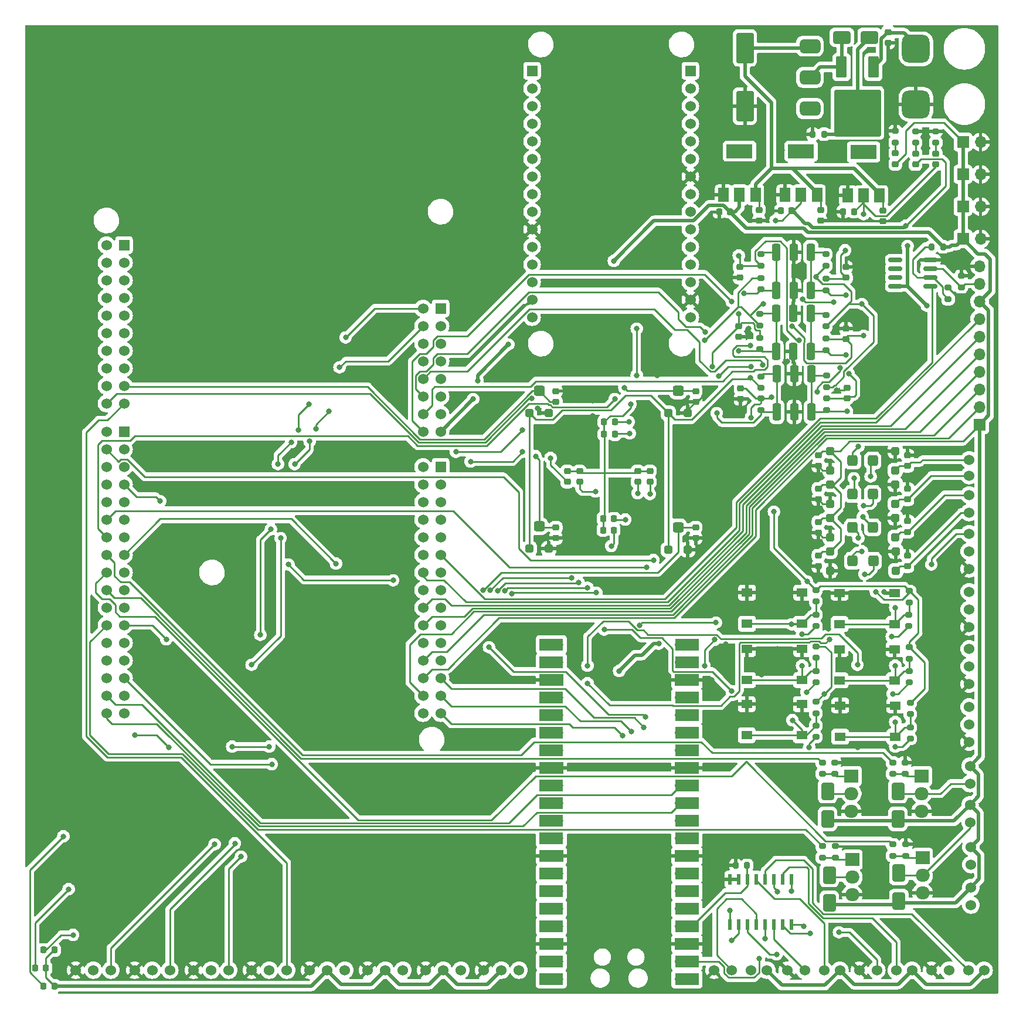
<source format=gbr>
%TF.GenerationSoftware,KiCad,Pcbnew,7.0.1*%
%TF.CreationDate,2023-04-25T19:52:38+01:00*%
%TF.ProjectId,Main-Craft-PCB,4d61696e-2d43-4726-9166-742d5043422e,rev?*%
%TF.SameCoordinates,Original*%
%TF.FileFunction,Copper,L1,Top*%
%TF.FilePolarity,Positive*%
%FSLAX46Y46*%
G04 Gerber Fmt 4.6, Leading zero omitted, Abs format (unit mm)*
G04 Created by KiCad (PCBNEW 7.0.1) date 2023-04-25 19:52:38*
%MOMM*%
%LPD*%
G01*
G04 APERTURE LIST*
G04 Aperture macros list*
%AMRoundRect*
0 Rectangle with rounded corners*
0 $1 Rounding radius*
0 $2 $3 $4 $5 $6 $7 $8 $9 X,Y pos of 4 corners*
0 Add a 4 corners polygon primitive as box body*
4,1,4,$2,$3,$4,$5,$6,$7,$8,$9,$2,$3,0*
0 Add four circle primitives for the rounded corners*
1,1,$1+$1,$2,$3*
1,1,$1+$1,$4,$5*
1,1,$1+$1,$6,$7*
1,1,$1+$1,$8,$9*
0 Add four rect primitives between the rounded corners*
20,1,$1+$1,$2,$3,$4,$5,0*
20,1,$1+$1,$4,$5,$6,$7,0*
20,1,$1+$1,$6,$7,$8,$9,0*
20,1,$1+$1,$8,$9,$2,$3,0*%
G04 Aperture macros list end*
%TA.AperFunction,SMDPad,CuDef*%
%ADD10RoundRect,0.300000X-0.300000X0.300000X-0.300000X-0.300000X0.300000X-0.300000X0.300000X0.300000X0*%
%TD*%
%TA.AperFunction,SMDPad,CuDef*%
%ADD11RoundRect,0.375000X-0.375000X0.425000X-0.375000X-0.425000X0.375000X-0.425000X0.375000X0.425000X0*%
%TD*%
%TA.AperFunction,SMDPad,CuDef*%
%ADD12RoundRect,0.218750X0.218750X0.256250X-0.218750X0.256250X-0.218750X-0.256250X0.218750X-0.256250X0*%
%TD*%
%TA.AperFunction,SMDPad,CuDef*%
%ADD13RoundRect,0.200000X0.275000X-0.200000X0.275000X0.200000X-0.275000X0.200000X-0.275000X-0.200000X0*%
%TD*%
%TA.AperFunction,SMDPad,CuDef*%
%ADD14RoundRect,0.250000X0.650000X-1.000000X0.650000X1.000000X-0.650000X1.000000X-0.650000X-1.000000X0*%
%TD*%
%TA.AperFunction,SMDPad,CuDef*%
%ADD15RoundRect,0.225000X-0.250000X0.225000X-0.250000X-0.225000X0.250000X-0.225000X0.250000X0.225000X0*%
%TD*%
%TA.AperFunction,SMDPad,CuDef*%
%ADD16RoundRect,0.218750X0.256250X-0.218750X0.256250X0.218750X-0.256250X0.218750X-0.256250X-0.218750X0*%
%TD*%
%TA.AperFunction,SMDPad,CuDef*%
%ADD17RoundRect,0.225000X-0.225000X-0.250000X0.225000X-0.250000X0.225000X0.250000X-0.225000X0.250000X0*%
%TD*%
%TA.AperFunction,ComponentPad*%
%ADD18R,1.700000X1.700000*%
%TD*%
%TA.AperFunction,ComponentPad*%
%ADD19O,1.700000X1.700000*%
%TD*%
%TA.AperFunction,SMDPad,CuDef*%
%ADD20RoundRect,0.200000X-0.275000X0.200000X-0.275000X-0.200000X0.275000X-0.200000X0.275000X0.200000X0*%
%TD*%
%TA.AperFunction,SMDPad,CuDef*%
%ADD21RoundRect,0.218750X-0.218750X-0.256250X0.218750X-0.256250X0.218750X0.256250X-0.218750X0.256250X0*%
%TD*%
%TA.AperFunction,ComponentPad*%
%ADD22R,2.000000X1.905000*%
%TD*%
%TA.AperFunction,ComponentPad*%
%ADD23O,2.000000X1.905000*%
%TD*%
%TA.AperFunction,ComponentPad*%
%ADD24C,1.524000*%
%TD*%
%TA.AperFunction,SMDPad,CuDef*%
%ADD25R,1.550000X1.300000*%
%TD*%
%TA.AperFunction,SMDPad,CuDef*%
%ADD26RoundRect,0.162500X0.825000X0.162500X-0.825000X0.162500X-0.825000X-0.162500X0.825000X-0.162500X0*%
%TD*%
%TA.AperFunction,SMDPad,CuDef*%
%ADD27R,3.500000X1.700000*%
%TD*%
%TA.AperFunction,SMDPad,CuDef*%
%ADD28RoundRect,0.137500X-0.137500X0.662500X-0.137500X-0.662500X0.137500X-0.662500X0.137500X0.662500X0*%
%TD*%
%TA.AperFunction,SMDPad,CuDef*%
%ADD29RoundRect,0.300000X0.300000X-0.950000X0.300000X0.950000X-0.300000X0.950000X-0.300000X-0.950000X0*%
%TD*%
%TA.AperFunction,SMDPad,CuDef*%
%ADD30RoundRect,0.100000X0.700000X-1.400000X0.700000X1.400000X-0.700000X1.400000X-0.700000X-1.400000X0*%
%TD*%
%TA.AperFunction,SMDPad,CuDef*%
%ADD31RoundRect,0.100000X3.250000X-3.250000X3.250000X3.250000X-3.250000X3.250000X-3.250000X-3.250000X0*%
%TD*%
%TA.AperFunction,SMDPad,CuDef*%
%ADD32RoundRect,0.225000X0.250000X-0.225000X0.250000X0.225000X-0.250000X0.225000X-0.250000X-0.225000X0*%
%TD*%
%TA.AperFunction,SMDPad,CuDef*%
%ADD33RoundRect,0.300000X0.300000X-0.300000X0.300000X0.300000X-0.300000X0.300000X-0.300000X-0.300000X0*%
%TD*%
%TA.AperFunction,SMDPad,CuDef*%
%ADD34RoundRect,0.375000X0.375000X-0.425000X0.375000X0.425000X-0.375000X0.425000X-0.375000X-0.425000X0*%
%TD*%
%TA.AperFunction,SMDPad,CuDef*%
%ADD35RoundRect,0.250000X-1.000000X-0.650000X1.000000X-0.650000X1.000000X0.650000X-1.000000X0.650000X0*%
%TD*%
%TA.AperFunction,SMDPad,CuDef*%
%ADD36RoundRect,0.300000X-0.300000X-0.300000X0.300000X-0.300000X0.300000X0.300000X-0.300000X0.300000X0*%
%TD*%
%TA.AperFunction,SMDPad,CuDef*%
%ADD37RoundRect,0.375000X-0.425000X-0.375000X0.425000X-0.375000X0.425000X0.375000X-0.425000X0.375000X0*%
%TD*%
%TA.AperFunction,SMDPad,CuDef*%
%ADD38RoundRect,0.200000X-0.200000X-0.275000X0.200000X-0.275000X0.200000X0.275000X-0.200000X0.275000X0*%
%TD*%
%TA.AperFunction,SMDPad,CuDef*%
%ADD39RoundRect,0.218750X-0.256250X0.218750X-0.256250X-0.218750X0.256250X-0.218750X0.256250X0.218750X0*%
%TD*%
%TA.AperFunction,SMDPad,CuDef*%
%ADD40RoundRect,0.200000X0.200000X0.275000X-0.200000X0.275000X-0.200000X-0.275000X0.200000X-0.275000X0*%
%TD*%
%TA.AperFunction,SMDPad,CuDef*%
%ADD41R,1.500000X2.000000*%
%TD*%
%TA.AperFunction,SMDPad,CuDef*%
%ADD42R,3.800000X2.000000*%
%TD*%
%TA.AperFunction,ComponentPad*%
%ADD43R,1.530000X1.530000*%
%TD*%
%TA.AperFunction,ComponentPad*%
%ADD44C,1.530000*%
%TD*%
%TA.AperFunction,ComponentPad*%
%ADD45RoundRect,0.500000X-1.000000X0.500000X-1.000000X-0.500000X1.000000X-0.500000X1.000000X0.500000X0*%
%TD*%
%TA.AperFunction,SMDPad,CuDef*%
%ADD46RoundRect,1.000000X-1.000000X1.000000X-1.000000X-1.000000X1.000000X-1.000000X1.000000X1.000000X0*%
%TD*%
%TA.AperFunction,SMDPad,CuDef*%
%ADD47RoundRect,0.250000X-1.000000X1.950000X-1.000000X-1.950000X1.000000X-1.950000X1.000000X1.950000X0*%
%TD*%
%TA.AperFunction,ViaPad*%
%ADD48C,0.800000*%
%TD*%
%TA.AperFunction,Conductor*%
%ADD49C,0.250000*%
%TD*%
%TA.AperFunction,Conductor*%
%ADD50C,0.500000*%
%TD*%
G04 APERTURE END LIST*
D10*
%TO.P,RV8,1,1*%
%TO.N,+12V*%
X180467000Y-94990000D03*
D11*
%TO.P,RV8,2,2*%
%TO.N,Net-(U7A--)*%
X183717000Y-96390000D03*
D10*
%TO.P,RV8,3,3*%
%TO.N,Earth*%
X180467000Y-97790000D03*
%TD*%
D12*
%TO.P,D20,1,K*%
%TO.N,Net-(D20-K)*%
X149250500Y-91948000D03*
%TO.P,D20,2,A*%
%TO.N,+5V*%
X147675500Y-91948000D03*
%TD*%
D13*
%TO.P,R30,1*%
%TO.N,Net-(BTN_5-B)*%
X191897000Y-110517000D03*
%TO.P,R30,2*%
%TO.N,+3V3*%
X191897000Y-108867000D03*
%TD*%
D14*
%TO.P,D9,1,K*%
%TO.N,+12V*%
X180086000Y-133635000D03*
%TO.P,D9,2,A*%
%TO.N,Net-(D9-A)*%
X180086000Y-129635000D03*
%TD*%
D15*
%TO.P,C6,1*%
%TO.N,+12V*%
X178764000Y-85963000D03*
%TO.P,C6,2*%
%TO.N,Earth*%
X178764000Y-87513000D03*
%TD*%
D16*
%TO.P,D22,1,K*%
%TO.N,Net-(D22-K)*%
X154432000Y-84988500D03*
%TO.P,D22,2,A*%
%TO.N,+5V*%
X154432000Y-83413500D03*
%TD*%
D17*
%TO.P,C33,1*%
%TO.N,Earth*%
X182359000Y-45974000D03*
%TO.P,C33,2*%
%TO.N,+3V3*%
X183909000Y-45974000D03*
%TD*%
D18*
%TO.P,J7,1,Pin_1*%
%TO.N,+12V*%
X199639000Y-40591000D03*
D19*
%TO.P,J7,2,Pin_2*%
%TO.N,Earth*%
X202179000Y-40591000D03*
%TD*%
D15*
%TO.P,C5,1*%
%TO.N,+12V*%
X178764000Y-81137000D03*
%TO.P,C5,2*%
%TO.N,Earth*%
X178764000Y-82687000D03*
%TD*%
D20*
%TO.P,R54,1*%
%TO.N,Earth*%
X192786000Y-34379500D03*
%TO.P,R54,2*%
%TO.N,Net-(D26-K)*%
X192786000Y-36029500D03*
%TD*%
D21*
%TO.P,D29,1,K*%
%TO.N,Net-(D29-K)*%
X65633500Y-155144000D03*
%TO.P,D29,2,A*%
%TO.N,+5V*%
X67208500Y-155144000D03*
%TD*%
D20*
%TO.P,R17,1*%
%TO.N,SW_3_DOWN_SB*%
X179832000Y-64326000D03*
%TO.P,R17,2*%
%TO.N,Net-(D4-A)*%
X179832000Y-65976000D03*
%TD*%
%TO.P,R22,1*%
%TO.N,SOL_4*%
X179324000Y-137541000D03*
%TO.P,R22,2*%
%TO.N,Net-(Q4-B)*%
X179324000Y-139191000D03*
%TD*%
D22*
%TO.P,Q1,1,B*%
%TO.N,Net-(Q1-B)*%
X193675000Y-127444000D03*
D23*
%TO.P,Q1,2,C*%
%TO.N,Net-(D7-A)*%
X193675000Y-129984000D03*
%TO.P,Q1,3,E*%
%TO.N,Earth*%
X193675000Y-132524000D03*
%TD*%
D15*
%TO.P,C32,1*%
%TO.N,TRIM_POT_4*%
X161036000Y-91554000D03*
%TO.P,C32,2*%
%TO.N,Earth*%
X161036000Y-93104000D03*
%TD*%
D20*
%TO.P,R6,1*%
%TO.N,Net-(D3-A)*%
X170307000Y-60770000D03*
%TO.P,R6,2*%
%TO.N,+3V3*%
X170307000Y-62420000D03*
%TD*%
D21*
%TO.P,D31,1,K*%
%TO.N,Net-(D31-K)*%
X66878000Y-157734000D03*
%TO.P,D31,2,A*%
%TO.N,+5V*%
X68453000Y-157734000D03*
%TD*%
D13*
%TO.P,R28,1*%
%TO.N,Net-(BTN_3-B)*%
X178397000Y-118391000D03*
%TO.P,R28,2*%
%TO.N,+3V3*%
X178397000Y-116741000D03*
%TD*%
D24*
%TO.P,J4,1,Pin_1*%
%TO.N,+5V*%
X202692000Y-155448000D03*
%TO.P,J4,2,Pin_2*%
%TO.N,/Y3*%
X200406000Y-155448000D03*
%TO.P,J4,3,Pin_3*%
%TO.N,/X3*%
X197612000Y-155448000D03*
%TO.P,J4,4,Pin_4*%
%TO.N,Earth*%
X195072000Y-155448000D03*
%TD*%
D13*
%TO.P,R27,1*%
%TO.N,Net-(BTN_2-B)*%
X178397000Y-110390000D03*
%TO.P,R27,2*%
%TO.N,+3V3*%
X178397000Y-108740000D03*
%TD*%
D25*
%TO.P,BTN_3,1,A*%
%TO.N,Earth*%
X168415000Y-117058000D03*
X176365000Y-117058000D03*
%TO.P,BTN_3,2,B*%
%TO.N,Net-(BTN_3-B)*%
X168415000Y-121558000D03*
X176365000Y-121558000D03*
%TD*%
D13*
%TO.P,R37,1*%
%TO.N,BTN_4_SB*%
X191770000Y-105818000D03*
%TO.P,R37,2*%
%TO.N,Net-(BTN_4-B)*%
X191770000Y-104168000D03*
%TD*%
D26*
%TO.P,U5,1*%
%TO.N,CON_INPUT*%
X194942500Y-56769000D03*
%TO.P,U5,2,-*%
%TO.N,Net-(U5A--)*%
X194942500Y-55499000D03*
%TO.P,U5,3,+*%
%TO.N,CON_CONNECTION*%
X194942500Y-54229000D03*
%TO.P,U5,4,V-*%
%TO.N,Earth*%
X194942500Y-52959000D03*
%TO.P,U5,5,+*%
%TO.N,unconnected-(U5B-+-Pad5)*%
X189867500Y-52959000D03*
%TO.P,U5,6,-*%
%TO.N,unconnected-(U5B---Pad6)*%
X189867500Y-54229000D03*
%TO.P,U5,7*%
%TO.N,unconnected-(U5-Pad7)*%
X189867500Y-55499000D03*
%TO.P,U5,8,V+*%
%TO.N,+5V*%
X189867500Y-56769000D03*
%TD*%
D24*
%TO.P,J25,1,Pin_1*%
%TO.N,VESC_2*%
X85090000Y-155448000D03*
%TO.P,J25,2,Pin_2*%
%TO.N,unconnected-(J25-Pin_2-Pad2)*%
X82550000Y-155448000D03*
%TO.P,J25,3,Pin_3*%
%TO.N,Earth*%
X80010000Y-155448000D03*
%TD*%
D19*
%TO.P,U2,1,GPO*%
%TO.N,PICO_TX*%
X158877000Y-156718000D03*
D27*
X159777000Y-156718000D03*
D19*
%TO.P,U2,2,GP1*%
%TO.N,PICO_RX*%
X158877000Y-154178000D03*
D27*
X159777000Y-154178000D03*
D18*
%TO.P,U2,3,GND*%
%TO.N,Earth*%
X158877000Y-151638000D03*
D27*
X159777000Y-151638000D03*
D19*
%TO.P,U2,4,GP2*%
%TO.N,PICO_INH*%
X158877000Y-149098000D03*
D27*
X159777000Y-149098000D03*
D19*
%TO.P,U2,5,GP3*%
%TO.N,UART_EN_A*%
X158877000Y-146558000D03*
D27*
X159777000Y-146558000D03*
D19*
%TO.P,U2,6,GP4*%
%TO.N,UART_EN_B*%
X158877000Y-144018000D03*
D27*
X159777000Y-144018000D03*
D19*
%TO.P,U2,7,GP5*%
%TO.N,unconnected-(U2-GP5-Pad7)*%
X158877000Y-141478000D03*
D27*
X159777000Y-141478000D03*
D18*
%TO.P,U2,8,GND*%
%TO.N,Earth*%
X158877000Y-138938000D03*
D27*
X159777000Y-138938000D03*
D19*
%TO.P,U2,9,GP6*%
%TO.N,unconnected-(U2-GP6-Pad9)*%
X158877000Y-136398000D03*
D27*
X159777000Y-136398000D03*
D19*
%TO.P,U2,10,GP7*%
%TO.N,unconnected-(U2-GP7-Pad10)*%
X158877000Y-133858000D03*
D27*
X159777000Y-133858000D03*
D19*
%TO.P,U2,11,GP8*%
%TO.N,I2C_PICO_SDA*%
X158877000Y-131318000D03*
D27*
X159777000Y-131318000D03*
D19*
%TO.P,U2,12,GP9*%
%TO.N,I2C_PICO_SCl*%
X158877000Y-128778000D03*
D27*
X159777000Y-128778000D03*
D18*
%TO.P,U2,13,GND*%
%TO.N,Earth*%
X158877000Y-126238000D03*
D27*
X159777000Y-126238000D03*
D19*
%TO.P,U2,14,GP1O*%
%TO.N,unconnected-(U2-GP1O-Pad14)*%
X158877000Y-123698000D03*
D27*
X159777000Y-123698000D03*
D19*
%TO.P,U2,15,GP11*%
%TO.N,unconnected-(U2-GP11-Pad15)*%
X158877000Y-121158000D03*
D27*
X159777000Y-121158000D03*
D19*
%TO.P,U2,16,GP12*%
%TO.N,unconnected-(U2-GP12-Pad16)*%
X158877000Y-118618000D03*
D27*
X159777000Y-118618000D03*
D19*
%TO.P,U2,17,GP13*%
%TO.N,unconnected-(U2-GP13-Pad17)*%
X158877000Y-116078000D03*
D27*
X159777000Y-116078000D03*
D18*
%TO.P,U2,18,GND*%
%TO.N,Earth*%
X158877000Y-113538000D03*
D27*
X159777000Y-113538000D03*
D19*
%TO.P,U2,19,GP14*%
%TO.N,unconnected-(U2-GP14-Pad19)*%
X158877000Y-110998000D03*
D27*
X159777000Y-110998000D03*
D19*
%TO.P,U2,20,GP15*%
%TO.N,unconnected-(U2-GP15-Pad20)*%
X158877000Y-108458000D03*
D27*
X159777000Y-108458000D03*
D19*
%TO.P,U2,21,GP16*%
%TO.N,unconnected-(U2-GP16-Pad21)*%
X141097000Y-108458000D03*
D27*
X140197000Y-108458000D03*
D19*
%TO.P,U2,22,GP17*%
%TO.N,unconnected-(U2-GP17-Pad22)*%
X141097000Y-110998000D03*
D27*
X140197000Y-110998000D03*
D18*
%TO.P,U2,23,GND*%
%TO.N,Earth*%
X141097000Y-113538000D03*
D27*
X140197000Y-113538000D03*
D19*
%TO.P,U2,24,GP18*%
%TO.N,unconnected-(U2-GP18-Pad24)*%
X141097000Y-116078000D03*
D27*
X140197000Y-116078000D03*
D19*
%TO.P,U2,25,GP19*%
%TO.N,unconnected-(U2-GP19-Pad25)*%
X141097000Y-118618000D03*
D27*
X140197000Y-118618000D03*
D19*
%TO.P,U2,26,GP2O*%
%TO.N,unconnected-(U2-GP2O-Pad26)*%
X141097000Y-121158000D03*
D27*
X140197000Y-121158000D03*
D19*
%TO.P,U2,27,GP21*%
%TO.N,unconnected-(U2-GP21-Pad27)*%
X141097000Y-123698000D03*
D27*
X140197000Y-123698000D03*
D18*
%TO.P,U2,28,GND*%
%TO.N,Earth*%
X141097000Y-126238000D03*
D27*
X140197000Y-126238000D03*
D19*
%TO.P,U2,29,GP22*%
%TO.N,unconnected-(U2-GP22-Pad29)*%
X141097000Y-128778000D03*
D27*
X140197000Y-128778000D03*
D19*
%TO.P,U2,30,RUN*%
%TO.N,unconnected-(U2-RUN-Pad30)*%
X141097000Y-131318000D03*
D27*
X140197000Y-131318000D03*
D19*
%TO.P,U2,31,GP26*%
%TO.N,unconnected-(U2-GP26-Pad31)*%
X141097000Y-133858000D03*
D27*
X140197000Y-133858000D03*
D19*
%TO.P,U2,32,GP27*%
%TO.N,unconnected-(U2-GP27-Pad32)*%
X141097000Y-136398000D03*
D27*
X140197000Y-136398000D03*
D18*
%TO.P,U2,33,GND*%
%TO.N,Earth*%
X141097000Y-138938000D03*
D27*
X140197000Y-138938000D03*
D19*
%TO.P,U2,34,GP28*%
%TO.N,unconnected-(U2-GP28-Pad34)*%
X141097000Y-141478000D03*
D27*
X140197000Y-141478000D03*
D19*
%TO.P,U2,35,ADC_VREF*%
%TO.N,unconnected-(U2-ADC_VREF-Pad35)*%
X141097000Y-144018000D03*
D27*
X140197000Y-144018000D03*
D19*
%TO.P,U2,36,3V3(OUT)*%
%TO.N,unconnected-(U2-3V3(OUT)-Pad36)*%
X141097000Y-146558000D03*
D27*
X140197000Y-146558000D03*
D19*
%TO.P,U2,37,3V3_EN*%
%TO.N,unconnected-(U2-3V3_EN-Pad37)*%
X141097000Y-149098000D03*
D27*
X140197000Y-149098000D03*
D18*
%TO.P,U2,38,GND*%
%TO.N,Earth*%
X141097000Y-151638000D03*
D27*
X140197000Y-151638000D03*
D19*
%TO.P,U2,39,VSYS*%
%TO.N,+3V3*%
X141097000Y-154178000D03*
D27*
X140197000Y-154178000D03*
D19*
%TO.P,U2,40,VBUS*%
%TO.N,unconnected-(U2-VBUS-Pad40)*%
X141097000Y-156718000D03*
D27*
X140197000Y-156718000D03*
%TD*%
D13*
%TO.P,R36,1*%
%TO.N,BTN_3_SB*%
X178397000Y-121820000D03*
%TO.P,R36,2*%
%TO.N,Net-(BTN_3-B)*%
X178397000Y-120170000D03*
%TD*%
D24*
%TO.P,J9,1,Pin_1*%
%TO.N,S500_1*%
X135509000Y-155448000D03*
%TO.P,J9,2,Pin_2*%
%TO.N,+5V*%
X132969000Y-155448000D03*
%TO.P,J9,3,Pin_3*%
%TO.N,Earth*%
X130429000Y-155448000D03*
%TD*%
D28*
%TO.P,U4,1,Y0*%
%TO.N,/Y0*%
X174879000Y-142344000D03*
%TO.P,U4,2,Y2*%
%TO.N,/Y2*%
X173609000Y-142344000D03*
%TO.P,U4,3,Y-COM*%
%TO.N,PICO_TX*%
X172339000Y-142344000D03*
%TO.P,U4,4,Y3*%
%TO.N,/Y3*%
X171069000Y-142344000D03*
%TO.P,U4,5,Y1*%
%TO.N,/Y1*%
X169799000Y-142344000D03*
%TO.P,U4,6,INH*%
%TO.N,PICO_INH*%
X168529000Y-142344000D03*
%TO.P,U4,7,GND*%
%TO.N,Earth*%
X167259000Y-142344000D03*
%TO.P,U4,8,GND*%
X165989000Y-142344000D03*
%TO.P,U4,9,B*%
%TO.N,UART_EN_B*%
X165989000Y-148844000D03*
%TO.P,U4,10,A*%
%TO.N,UART_EN_A*%
X167259000Y-148844000D03*
%TO.P,U4,11,X3*%
%TO.N,/X3*%
X168529000Y-148844000D03*
%TO.P,U4,12,X0*%
%TO.N,/X0*%
X169799000Y-148844000D03*
%TO.P,U4,13,X-COM*%
%TO.N,PICO_RX*%
X171069000Y-148844000D03*
%TO.P,U4,14,X1*%
%TO.N,/X1*%
X172339000Y-148844000D03*
%TO.P,U4,15,X2*%
%TO.N,/X2*%
X173609000Y-148844000D03*
%TO.P,U4,16,VCC*%
%TO.N,+5V*%
X174879000Y-148844000D03*
%TD*%
D22*
%TO.P,Q4,1,B*%
%TO.N,Net-(Q4-B)*%
X183642000Y-139509000D03*
D23*
%TO.P,Q4,2,C*%
%TO.N,Net-(D10-A)*%
X183642000Y-142049000D03*
%TO.P,Q4,3,E*%
%TO.N,Earth*%
X183642000Y-144589000D03*
%TD*%
D29*
%TO.P,SW_3,1,1*%
%TO.N,Net-(D5-A)*%
X172760000Y-69386000D03*
X172760000Y-74886000D03*
%TO.P,SW_3,2,2*%
%TO.N,Earth*%
X175260000Y-69386000D03*
X175260000Y-74886000D03*
%TO.P,SW_3,3,3*%
%TO.N,Net-(D6-A)*%
X177760000Y-69386000D03*
X177760000Y-74886000D03*
%TD*%
D15*
%TO.P,C12,1*%
%TO.N,Earth*%
X182753000Y-62839000D03*
%TO.P,C12,2*%
%TO.N,SW_3_DOWN_SB*%
X182753000Y-64389000D03*
%TD*%
D18*
%TO.P,J5,1,Pin_1*%
%TO.N,+12V*%
X199639000Y-49891000D03*
D19*
%TO.P,J5,2,Pin_2*%
%TO.N,Earth*%
X202179000Y-49891000D03*
%TD*%
D30*
%TO.P,Q15,1,D*%
%TO.N,12V_INPUT*%
X186704000Y-25100000D03*
D31*
%TO.P,Q15,2,G*%
%TO.N,Net-(D30-A)*%
X184404000Y-31750000D03*
D30*
%TO.P,Q15,3,S*%
%TO.N,Net-(D30-K)*%
X182104000Y-25100000D03*
%TD*%
D32*
%TO.P,C26,1*%
%TO.N,TRIM_POT_1*%
X140843000Y-73419000D03*
%TO.P,C26,2*%
%TO.N,Earth*%
X140843000Y-71869000D03*
%TD*%
D10*
%TO.P,RV7,1,1*%
%TO.N,+12V*%
X180467000Y-90164000D03*
D11*
%TO.P,RV7,2,2*%
%TO.N,Net-(U7B--)*%
X183717000Y-91564000D03*
D10*
%TO.P,RV7,3,3*%
%TO.N,Earth*%
X180467000Y-92964000D03*
%TD*%
D13*
%TO.P,R4,1*%
%TO.N,Net-(D1-A)*%
X170434000Y-57213000D03*
%TO.P,R4,2*%
%TO.N,+3V3*%
X170434000Y-55563000D03*
%TD*%
D15*
%TO.P,C8,1*%
%TO.N,+12V*%
X178764000Y-95615000D03*
%TO.P,C8,2*%
%TO.N,Earth*%
X178764000Y-97165000D03*
%TD*%
D10*
%TO.P,RV6,1,1*%
%TO.N,+12V*%
X180467000Y-85338000D03*
D11*
%TO.P,RV6,2,2*%
%TO.N,Net-(U6A--)*%
X183717000Y-86738000D03*
D10*
%TO.P,RV6,3,3*%
%TO.N,Earth*%
X180467000Y-88138000D03*
%TD*%
D20*
%TO.P,R9,1*%
%TO.N,Net-(D6-A)*%
X179959000Y-69660000D03*
%TO.P,R9,2*%
%TO.N,+3V3*%
X179959000Y-71310000D03*
%TD*%
D33*
%TO.P,RV4,1,1*%
%TO.N,BATT_1_IN*%
X189939000Y-97793000D03*
D34*
%TO.P,RV4,2,2*%
%TO.N,Net-(U7A-+)*%
X186689000Y-96393000D03*
D33*
%TO.P,RV4,3,3*%
%TO.N,Earth*%
X189939000Y-94993000D03*
%TD*%
D20*
%TO.P,R13,1*%
%TO.N,Earth*%
X191389000Y-137287000D03*
%TO.P,R13,2*%
%TO.N,Net-(Q2-B)*%
X191389000Y-138937000D03*
%TD*%
D35*
%TO.P,D30,1,K*%
%TO.N,Net-(D30-K)*%
X182150000Y-20828000D03*
%TO.P,D30,2,A*%
%TO.N,Net-(D30-A)*%
X186150000Y-20828000D03*
%TD*%
D24*
%TO.P,J15,1,Pin_1*%
%TO.N,RELAY_1*%
X200533000Y-92456000D03*
%TO.P,J15,2,Pin_2*%
%TO.N,+5V*%
X200533000Y-94996000D03*
%TO.P,J15,3,Pin_3*%
%TO.N,Earth*%
X200533000Y-97536000D03*
%TD*%
D20*
%TO.P,R18,1*%
%TO.N,SW_1_UP_SB*%
X170434000Y-72962000D03*
%TO.P,R18,2*%
%TO.N,Net-(D5-A)*%
X170434000Y-74612000D03*
%TD*%
D36*
%TO.P,RV12,1,1*%
%TO.N,+3V3*%
X157096000Y-94764000D03*
D37*
%TO.P,RV12,2,2*%
%TO.N,TRIM_POT_4*%
X158496000Y-91514000D03*
D36*
%TO.P,RV12,3,3*%
%TO.N,Earth*%
X159896000Y-94764000D03*
%TD*%
D25*
%TO.P,BTN_5,1,A*%
%TO.N,Earth*%
X181826000Y-109129000D03*
X189776000Y-109129000D03*
%TO.P,BTN_5,2,B*%
%TO.N,Net-(BTN_5-B)*%
X181826000Y-113629000D03*
X189776000Y-113629000D03*
%TD*%
D21*
%TO.P,D28,1,K*%
%TO.N,Net-(D28-K)*%
X66878000Y-152554000D03*
%TO.P,D28,2,A*%
%TO.N,+5V*%
X68453000Y-152554000D03*
%TD*%
D13*
%TO.P,R14,1*%
%TO.N,SW_2_UP_SB*%
X170434000Y-53784000D03*
%TO.P,R14,2*%
%TO.N,Net-(D1-A)*%
X170434000Y-52134000D03*
%TD*%
D38*
%TO.P,R1,1*%
%TO.N,Net-(U5A--)*%
X195136000Y-51054000D03*
%TO.P,R1,2*%
%TO.N,+12V*%
X196786000Y-51054000D03*
%TD*%
D16*
%TO.P,D12,1,K*%
%TO.N,Net-(D12-K)*%
X142494000Y-84988500D03*
%TO.P,D12,2,A*%
%TO.N,+5V*%
X142494000Y-83413500D03*
%TD*%
%TO.P,D11,1,K*%
%TO.N,Net-(D11-K)*%
X144272000Y-84988500D03*
%TO.P,D11,2,A*%
%TO.N,+5V*%
X144272000Y-83413500D03*
%TD*%
D24*
%TO.P,J2,1,Pin_1*%
%TO.N,+5V*%
X181864000Y-155448000D03*
%TO.P,J2,2,Pin_2*%
%TO.N,/Y1*%
X179578000Y-155448000D03*
%TO.P,J2,3,Pin_3*%
%TO.N,/X1*%
X176784000Y-155448000D03*
%TO.P,J2,4,Pin_4*%
%TO.N,Earth*%
X174244000Y-155448000D03*
%TD*%
D39*
%TO.P,D25,1,K*%
%TO.N,Net-(D25-K)*%
X195707000Y-37592000D03*
%TO.P,D25,2,A*%
%TO.N,+3V3*%
X195707000Y-39167000D03*
%TD*%
%TO.P,D26,1,K*%
%TO.N,Net-(D26-K)*%
X192786000Y-37592000D03*
%TO.P,D26,2,A*%
%TO.N,+5V*%
X192786000Y-39167000D03*
%TD*%
D24*
%TO.P,J19,1,Pin_1*%
%TO.N,+12V*%
X200787000Y-137668000D03*
%TO.P,J19,2,Pin_2*%
%TO.N,Net-(D9-A)*%
X200787000Y-140208000D03*
%TD*%
D33*
%TO.P,RV1,1,1*%
%TO.N,BATT_4_IN*%
X189864000Y-83312000D03*
D34*
%TO.P,RV1,2,2*%
%TO.N,Net-(U6B-+)*%
X186614000Y-81912000D03*
D33*
%TO.P,RV1,3,3*%
%TO.N,Earth*%
X189864000Y-80512000D03*
%TD*%
D32*
%TO.P,C2,1*%
%TO.N,BATT_3_IN*%
X191620000Y-87513000D03*
%TO.P,C2,2*%
%TO.N,Earth*%
X191620000Y-85963000D03*
%TD*%
D13*
%TO.P,R35,1*%
%TO.N,BTN_2_SB*%
X178397000Y-113946000D03*
%TO.P,R35,2*%
%TO.N,Net-(BTN_2-B)*%
X178397000Y-112296000D03*
%TD*%
D20*
%TO.P,R11,1*%
%TO.N,Earth*%
X191262000Y-125476000D03*
%TO.P,R11,2*%
%TO.N,Net-(Q1-B)*%
X191262000Y-127126000D03*
%TD*%
%TO.P,R19,1*%
%TO.N,SW_1_DOWN_SB*%
X179959000Y-72962000D03*
%TO.P,R19,2*%
%TO.N,Net-(D6-A)*%
X179959000Y-74612000D03*
%TD*%
D24*
%TO.P,J12,1,Pin_1*%
%TO.N,S500_4*%
X110363000Y-155448000D03*
%TO.P,J12,2,Pin_2*%
%TO.N,+5V*%
X107823000Y-155448000D03*
%TO.P,J12,3,Pin_3*%
%TO.N,Earth*%
X105283000Y-155448000D03*
%TD*%
D10*
%TO.P,RV5,1,1*%
%TO.N,+12V*%
X180467000Y-80512000D03*
D11*
%TO.P,RV5,2,2*%
%TO.N,Net-(U6B--)*%
X183717000Y-81912000D03*
D10*
%TO.P,RV5,3,3*%
%TO.N,Earth*%
X180467000Y-83312000D03*
%TD*%
D36*
%TO.P,RV9,1,1*%
%TO.N,+3V3*%
X137030000Y-75079000D03*
D37*
%TO.P,RV9,2,2*%
%TO.N,TRIM_POT_1*%
X138430000Y-71829000D03*
D36*
%TO.P,RV9,3,3*%
%TO.N,Earth*%
X139830000Y-75079000D03*
%TD*%
D20*
%TO.P,R55,1*%
%TO.N,Earth*%
X189865000Y-34341000D03*
%TO.P,R55,2*%
%TO.N,Net-(D27-K)*%
X189865000Y-35991000D03*
%TD*%
D18*
%TO.P,J8,1,Pin_1*%
%TO.N,+12V*%
X199639000Y-35941000D03*
D19*
%TO.P,J8,2,Pin_2*%
%TO.N,Earth*%
X202179000Y-35941000D03*
%TD*%
D14*
%TO.P,D10,1,K*%
%TO.N,+12V*%
X180340000Y-145732000D03*
%TO.P,D10,2,A*%
%TO.N,Net-(D10-A)*%
X180340000Y-141732000D03*
%TD*%
D32*
%TO.P,C13,1*%
%TO.N,Earth*%
X167513000Y-73038000D03*
%TO.P,C13,2*%
%TO.N,SW_1_UP_SB*%
X167513000Y-71488000D03*
%TD*%
D29*
%TO.P,SW_1,1,1*%
%TO.N,Net-(D1-A)*%
X172673000Y-51816000D03*
X172673000Y-57316000D03*
%TO.P,SW_1,2,2*%
%TO.N,Earth*%
X175173000Y-51816000D03*
X175173000Y-57316000D03*
%TO.P,SW_1,3,3*%
%TO.N,Net-(D2-A)*%
X177673000Y-51816000D03*
X177673000Y-57316000D03*
%TD*%
D32*
%TO.P,C9,1*%
%TO.N,Earth*%
X167386000Y-55512000D03*
%TO.P,C9,2*%
%TO.N,SW_2_UP_SB*%
X167386000Y-53962000D03*
%TD*%
%TO.P,C11,1*%
%TO.N,Earth*%
X167259000Y-64021000D03*
%TO.P,C11,2*%
%TO.N,SW_3_UP_SB*%
X167259000Y-62471000D03*
%TD*%
D24*
%TO.P,J1,1,Pin_1*%
%TO.N,+5V*%
X171323000Y-155448000D03*
%TO.P,J1,2,Pin_2*%
%TO.N,/Y0*%
X169037000Y-155448000D03*
%TO.P,J1,3,Pin_3*%
%TO.N,/X0*%
X166243000Y-155448000D03*
%TO.P,J1,4,Pin_4*%
%TO.N,Earth*%
X163703000Y-155448000D03*
%TD*%
D20*
%TO.P,R15,1*%
%TO.N,SW_2_DOWN_SB*%
X179832000Y-55690000D03*
%TO.P,R15,2*%
%TO.N,Net-(D2-A)*%
X179832000Y-57340000D03*
%TD*%
D12*
%TO.P,D19,1,K*%
%TO.N,Net-(D19-K)*%
X149250500Y-90297000D03*
%TO.P,D19,2,A*%
%TO.N,+5V*%
X147675500Y-90297000D03*
%TD*%
D13*
%TO.P,R34,1*%
%TO.N,BTN_1_SB*%
X178397000Y-105818000D03*
%TO.P,R34,2*%
%TO.N,Net-(BTN_1-B)*%
X178397000Y-104168000D03*
%TD*%
D20*
%TO.P,R2,1*%
%TO.N,Earth*%
X197485000Y-56960000D03*
%TO.P,R2,2*%
%TO.N,Net-(U5A--)*%
X197485000Y-58610000D03*
%TD*%
D15*
%TO.P,C31,1*%
%TO.N,TRIM_POT_2*%
X161036000Y-71869000D03*
%TO.P,C31,2*%
%TO.N,Earth*%
X161036000Y-73419000D03*
%TD*%
D24*
%TO.P,J10,1,Pin_1*%
%TO.N,S500_2*%
X118745000Y-155448000D03*
%TO.P,J10,2,Pin_2*%
%TO.N,+5V*%
X116205000Y-155448000D03*
%TO.P,J10,3,Pin_3*%
%TO.N,Earth*%
X113665000Y-155448000D03*
%TD*%
%TO.P,J18,1,Pin_1*%
%TO.N,RELAY_4*%
X200533000Y-117475000D03*
%TO.P,J18,2,Pin_2*%
%TO.N,+5V*%
X200533000Y-120015000D03*
%TO.P,J18,3,Pin_3*%
%TO.N,Earth*%
X200533000Y-122555000D03*
%TD*%
D20*
%TO.P,R21,1*%
%TO.N,Earth*%
X181102000Y-125476000D03*
%TO.P,R21,2*%
%TO.N,Net-(Q3-B)*%
X181102000Y-127126000D03*
%TD*%
D15*
%TO.P,C27,1*%
%TO.N,TRIM_POT_3*%
X140843000Y-91554000D03*
%TO.P,C27,2*%
%TO.N,Earth*%
X140843000Y-93104000D03*
%TD*%
D12*
%TO.P,D23,1,K*%
%TO.N,Net-(D23-K)*%
X149377500Y-78105000D03*
%TO.P,D23,2,A*%
%TO.N,+5V*%
X147802500Y-78105000D03*
%TD*%
D24*
%TO.P,J23,1,Pin_1*%
%TO.N,BATT_4_IN*%
X200533000Y-81788000D03*
%TO.P,J23,2,Pin_2*%
%TO.N,BATT_3_IN*%
X200533000Y-84074000D03*
%TO.P,J23,3,Pin_3*%
%TO.N,BATT_2_IN*%
X200533000Y-86868000D03*
%TO.P,J23,4,Pin_4*%
%TO.N,BATT_1_IN*%
X200533000Y-89408000D03*
%TD*%
%TO.P,J16,1,Pin_1*%
%TO.N,RELAY_2*%
X200533000Y-100838000D03*
%TO.P,J16,2,Pin_2*%
%TO.N,+5V*%
X200533000Y-103378000D03*
%TO.P,J16,3,Pin_3*%
%TO.N,Earth*%
X200533000Y-105918000D03*
%TD*%
D15*
%TO.P,C10,1*%
%TO.N,Earth*%
X182753000Y-53962000D03*
%TO.P,C10,2*%
%TO.N,SW_2_DOWN_SB*%
X182753000Y-55512000D03*
%TD*%
D13*
%TO.P,R31,1*%
%TO.N,Net-(BTN_6-B)*%
X192024000Y-118518000D03*
%TO.P,R31,2*%
%TO.N,+3V3*%
X192024000Y-116868000D03*
%TD*%
D40*
%TO.P,R60,1*%
%TO.N,Net-(D30-A)*%
X179578000Y-34798000D03*
%TO.P,R60,2*%
%TO.N,Earth*%
X177928000Y-34798000D03*
%TD*%
D36*
%TO.P,RV11,1,1*%
%TO.N,+3V3*%
X157096000Y-75079000D03*
D37*
%TO.P,RV11,2,2*%
%TO.N,TRIM_POT_2*%
X158496000Y-71829000D03*
D36*
%TO.P,RV11,3,3*%
%TO.N,Earth*%
X159896000Y-75079000D03*
%TD*%
D32*
%TO.P,C4,1*%
%TO.N,BATT_1_IN*%
X191620000Y-97165000D03*
%TO.P,C4,2*%
%TO.N,Earth*%
X191620000Y-95615000D03*
%TD*%
D12*
%TO.P,D24,1,K*%
%TO.N,Net-(D24-K)*%
X149377500Y-76327000D03*
%TO.P,D24,2,A*%
%TO.N,+5V*%
X147802500Y-76327000D03*
%TD*%
D33*
%TO.P,RV3,1,1*%
%TO.N,BATT_2_IN*%
X189864000Y-92964000D03*
D34*
%TO.P,RV3,2,2*%
%TO.N,Net-(U7B-+)*%
X186614000Y-91564000D03*
D33*
%TO.P,RV3,3,3*%
%TO.N,Earth*%
X189864000Y-90164000D03*
%TD*%
D15*
%TO.P,C28,1*%
%TO.N,VIN*%
X188101000Y-45809000D03*
%TO.P,C28,2*%
%TO.N,Earth*%
X188101000Y-47359000D03*
%TD*%
%TO.P,C16,1*%
%TO.N,12V_INPUT*%
X188849000Y-20053000D03*
%TO.P,C16,2*%
%TO.N,Earth*%
X188849000Y-21603000D03*
%TD*%
%TO.P,C7,1*%
%TO.N,+12V*%
X178764000Y-90789000D03*
%TO.P,C7,2*%
%TO.N,Earth*%
X178764000Y-92339000D03*
%TD*%
D25*
%TO.P,BTN_6,1,A*%
%TO.N,Earth*%
X181915000Y-117257000D03*
X189865000Y-117257000D03*
%TO.P,BTN_6,2,B*%
%TO.N,Net-(BTN_6-B)*%
X181915000Y-121757000D03*
X189865000Y-121757000D03*
%TD*%
D20*
%TO.P,R53,1*%
%TO.N,Earth*%
X195707000Y-34379500D03*
%TO.P,R53,2*%
%TO.N,Net-(D25-K)*%
X195707000Y-36029500D03*
%TD*%
D16*
%TO.P,D21,1,K*%
%TO.N,Net-(D21-K)*%
X152654000Y-84988500D03*
%TO.P,D21,2,A*%
%TO.N,+5V*%
X152654000Y-83413500D03*
%TD*%
D20*
%TO.P,R10,1*%
%TO.N,SOL_1*%
X189484000Y-125476000D03*
%TO.P,R10,2*%
%TO.N,Net-(Q1-B)*%
X189484000Y-127126000D03*
%TD*%
D13*
%TO.P,R26,1*%
%TO.N,Net-(BTN_1-B)*%
X178397000Y-102262000D03*
%TO.P,R26,2*%
%TO.N,+3V3*%
X178397000Y-100612000D03*
%TD*%
D24*
%TO.P,J3,1,Pin_1*%
%TO.N,+5V*%
X192278000Y-155448000D03*
%TO.P,J3,2,Pin_2*%
%TO.N,/Y2*%
X189992000Y-155448000D03*
%TO.P,J3,3,Pin_3*%
%TO.N,/X2*%
X187198000Y-155448000D03*
%TO.P,J3,4,Pin_4*%
%TO.N,Earth*%
X184658000Y-155448000D03*
%TD*%
D15*
%TO.P,C29,1*%
%TO.N,VIN*%
X179070000Y-45707000D03*
%TO.P,C29,2*%
%TO.N,Earth*%
X179070000Y-47257000D03*
%TD*%
D24*
%TO.P,J20,1,Pin_1*%
%TO.N,+12V*%
X200787000Y-143510000D03*
%TO.P,J20,2,Pin_2*%
%TO.N,Net-(D10-A)*%
X200787000Y-146050000D03*
%TD*%
D14*
%TO.P,D7,1,K*%
%TO.N,+12V*%
X190246000Y-133635000D03*
%TO.P,D7,2,A*%
%TO.N,Net-(D7-A)*%
X190246000Y-129635000D03*
%TD*%
D22*
%TO.P,Q3,1,B*%
%TO.N,Net-(Q3-B)*%
X183515000Y-127444000D03*
D23*
%TO.P,Q3,2,C*%
%TO.N,Net-(D9-A)*%
X183515000Y-129984000D03*
%TO.P,Q3,3,E*%
%TO.N,Earth*%
X183515000Y-132524000D03*
%TD*%
D24*
%TO.P,J26,1,Pin_1*%
%TO.N,VESC_3*%
X93599000Y-155448000D03*
%TO.P,J26,2,Pin_2*%
%TO.N,unconnected-(J26-Pin_2-Pad2)*%
X91059000Y-155448000D03*
%TO.P,J26,3,Pin_3*%
%TO.N,Earth*%
X88519000Y-155448000D03*
%TD*%
D25*
%TO.P,BTN_2,1,A*%
%TO.N,Earth*%
X168453000Y-109093000D03*
X176403000Y-109093000D03*
%TO.P,BTN_2,2,B*%
%TO.N,Net-(BTN_2-B)*%
X168453000Y-113593000D03*
X176403000Y-113593000D03*
%TD*%
D24*
%TO.P,J13,1,Pin_1*%
%TO.N,+12V*%
X200660000Y-125984000D03*
%TO.P,J13,2,Pin_2*%
%TO.N,Net-(D7-A)*%
X200660000Y-128524000D03*
%TD*%
D17*
%TO.P,C35,1*%
%TO.N,Earth*%
X164438000Y-45999000D03*
%TO.P,C35,2*%
%TO.N,+12V*%
X165988000Y-45999000D03*
%TD*%
D32*
%TO.P,C1,1*%
%TO.N,BATT_4_IN*%
X191620000Y-82687000D03*
%TO.P,C1,2*%
%TO.N,Earth*%
X191620000Y-81137000D03*
%TD*%
D15*
%TO.P,C14,1*%
%TO.N,Earth*%
X182880000Y-71361000D03*
%TO.P,C14,2*%
%TO.N,SW_1_DOWN_SB*%
X182880000Y-72911000D03*
%TD*%
D38*
%TO.P,R3,1*%
%TO.N,Earth*%
X166815000Y-140335000D03*
%TO.P,R3,2*%
%TO.N,PICO_INH*%
X168465000Y-140335000D03*
%TD*%
D25*
%TO.P,BTN_4,1,A*%
%TO.N,Earth*%
X181826000Y-101001000D03*
X189776000Y-101001000D03*
%TO.P,BTN_4,2,B*%
%TO.N,Net-(BTN_4-B)*%
X181826000Y-105501000D03*
X189776000Y-105501000D03*
%TD*%
D29*
%TO.P,SW_2,1,1*%
%TO.N,Net-(D3-A)*%
X172633000Y-60667000D03*
X172633000Y-66167000D03*
%TO.P,SW_2,2,2*%
%TO.N,Earth*%
X175133000Y-60667000D03*
X175133000Y-66167000D03*
%TO.P,SW_2,3,3*%
%TO.N,Net-(D4-A)*%
X177633000Y-60667000D03*
X177633000Y-66167000D03*
%TD*%
D20*
%TO.P,R23,1*%
%TO.N,Earth*%
X181229000Y-137541000D03*
%TO.P,R23,2*%
%TO.N,Net-(Q4-B)*%
X181229000Y-139191000D03*
%TD*%
D36*
%TO.P,RV10,1,1*%
%TO.N,+3V3*%
X137030000Y-94637000D03*
D37*
%TO.P,RV10,2,2*%
%TO.N,TRIM_POT_3*%
X138430000Y-91387000D03*
D36*
%TO.P,RV10,3,3*%
%TO.N,Earth*%
X139830000Y-94637000D03*
%TD*%
D22*
%TO.P,Q2,1,B*%
%TO.N,Net-(Q2-B)*%
X193802000Y-139255000D03*
D23*
%TO.P,Q2,2,C*%
%TO.N,Net-(D8-A)*%
X193802000Y-141795000D03*
%TO.P,Q2,3,E*%
%TO.N,Earth*%
X193802000Y-144335000D03*
%TD*%
D18*
%TO.P,J22,1,Pin_1*%
%TO.N,+12V*%
X202057000Y-76708000D03*
D19*
%TO.P,J22,2,Pin_2*%
%TO.N,CLK_1*%
X202057000Y-74168000D03*
%TO.P,J22,3,Pin_3*%
%TO.N,MOSI_1*%
X202057000Y-71628000D03*
%TO.P,J22,4,Pin_4*%
%TO.N,MISO_1*%
X202057000Y-69088000D03*
%TO.P,J22,5,Pin_5*%
%TO.N,MOSI_2*%
X202057000Y-66548000D03*
%TO.P,J22,6,Pin_6*%
%TO.N,MISO_2*%
X202057000Y-64008000D03*
%TO.P,J22,7,Pin_7*%
%TO.N,CLK_2*%
X202057000Y-61468000D03*
%TO.P,J22,8,Pin_8*%
%TO.N,+12V*%
X202057000Y-58928000D03*
%TO.P,J22,9,Pin_9*%
%TO.N,CON_CONNECTION*%
X202057000Y-56388000D03*
%TO.P,J22,10,Pin_10*%
%TO.N,Earth*%
X202057000Y-53848000D03*
%TD*%
D20*
%TO.P,R7,1*%
%TO.N,Net-(D4-A)*%
X179832000Y-60897000D03*
%TO.P,R7,2*%
%TO.N,+3V3*%
X179832000Y-62547000D03*
%TD*%
D41*
%TO.P,U11,1,GND*%
%TO.N,Earth*%
X173962000Y-43561000D03*
%TO.P,U11,2,VO*%
%TO.N,+5V*%
X176262000Y-43561000D03*
%TO.P,U11,3,VI*%
%TO.N,VIN*%
X178562000Y-43561000D03*
D42*
%TO.P,U11,4*%
%TO.N,N/C*%
X176262000Y-37261000D03*
%TD*%
D25*
%TO.P,BTN_1,1,A*%
%TO.N,Earth*%
X168453000Y-100965000D03*
X176403000Y-100965000D03*
%TO.P,BTN_1,2,B*%
%TO.N,Net-(BTN_1-B)*%
X168453000Y-105465000D03*
X176403000Y-105465000D03*
%TD*%
D43*
%TO.P,U3,1,ADC0*%
%TO.N,unconnected-(U3-ADC0-Pad1)*%
X137414000Y-25654000D03*
D44*
%TO.P,U3,2,RESERVED*%
%TO.N,unconnected-(U3-RESERVED-Pad2)*%
X137414000Y-28194000D03*
%TO.P,U3,3,RESERVED*%
%TO.N,unconnected-(U3-RESERVED-Pad3)*%
X137414000Y-30734000D03*
%TO.P,U3,4,GPIO10*%
%TO.N,unconnected-(U3-GPIO10-Pad4)*%
X137414000Y-33274000D03*
%TO.P,U3,5,GPIO9*%
%TO.N,unconnected-(U3-GPIO9-Pad5)*%
X137414000Y-35814000D03*
%TO.P,U3,6,MOSI*%
%TO.N,unconnected-(U3-MOSI-Pad6)*%
X137414000Y-38354000D03*
%TO.P,U3,7,CS*%
%TO.N,unconnected-(U3-CS-Pad7)*%
X137414000Y-40894000D03*
%TO.P,U3,8,MISO*%
%TO.N,unconnected-(U3-MISO-Pad8)*%
X137414000Y-43434000D03*
%TO.P,U3,9,SCLK*%
%TO.N,unconnected-(U3-SCLK-Pad9)*%
X137414000Y-45974000D03*
%TO.P,U3,10,GND*%
%TO.N,Earth*%
X137414000Y-48514000D03*
%TO.P,U3,11,3V3*%
%TO.N,unconnected-(U3-3V3-Pad11)*%
X137414000Y-51054000D03*
%TO.P,U3,12,EN*%
%TO.N,unconnected-(U3-EN-Pad12)*%
X137414000Y-53594000D03*
%TO.P,U3,13,RST*%
%TO.N,unconnected-(U3-RST-Pad13)*%
X137414000Y-56134000D03*
%TO.P,U3,14,GND*%
%TO.N,Earth*%
X137414000Y-58674000D03*
%TO.P,U3,15,Vin*%
%TO.N,+5V*%
X137414000Y-61214000D03*
%TO.P,U3,16,3V3*%
%TO.N,unconnected-(U3-3V3-Pad16)*%
X160274000Y-61214000D03*
%TO.P,U3,17,GND*%
%TO.N,Earth*%
X160274000Y-58674000D03*
%TO.P,U3,18,GPIO1*%
%TO.N,unconnected-(U3-GPIO1-Pad18)*%
X160274000Y-56134000D03*
%TO.P,U3,19,GPIO3*%
%TO.N,unconnected-(U3-GPIO3-Pad19)*%
X160274000Y-53594000D03*
%TO.P,U3,20,GPIO15*%
%TO.N,unconnected-(U3-GPIO15-Pad20)*%
X160274000Y-51054000D03*
%TO.P,U3,21,GPIO13*%
%TO.N,unconnected-(U3-GPIO13-Pad21)*%
X160274000Y-48514000D03*
%TO.P,U3,22,GPIO12*%
%TO.N,unconnected-(U3-GPIO12-Pad22)*%
X160274000Y-45974000D03*
%TO.P,U3,23,GPIO14*%
%TO.N,unconnected-(U3-GPIO14-Pad23)*%
X160274000Y-43434000D03*
%TO.P,U3,24,GND*%
%TO.N,Earth*%
X160274000Y-40894000D03*
%TO.P,U3,25,3V3*%
%TO.N,unconnected-(U3-3V3-Pad25)*%
X160274000Y-38354000D03*
%TO.P,U3,26,GPIO2*%
%TO.N,unconnected-(U3-GPIO2-Pad26)*%
X160274000Y-35814000D03*
%TO.P,U3,27,GPIO0*%
%TO.N,unconnected-(U3-GPIO0-Pad27)*%
X160274000Y-33274000D03*
%TO.P,U3,28,GPIO4*%
%TO.N,I2C_ESP_SDA*%
X160274000Y-30734000D03*
%TO.P,U3,29,GPIO5*%
%TO.N,I2C_ESP_SCl*%
X160274000Y-28194000D03*
D43*
%TO.P,U3,30,GPIO16*%
%TO.N,unconnected-(U3-GPIO16-Pad30)*%
X160274000Y-25654000D03*
%TD*%
D41*
%TO.P,U10,1,GND*%
%TO.N,Earth*%
X182993000Y-43663000D03*
%TO.P,U10,2,VO*%
%TO.N,+3V3*%
X185293000Y-43663000D03*
%TO.P,U10,3,VI*%
%TO.N,VIN*%
X187593000Y-43663000D03*
D42*
%TO.P,U10,4*%
%TO.N,N/C*%
X185293000Y-37363000D03*
%TD*%
D24*
%TO.P,J17,1,Pin_1*%
%TO.N,RELAY_3*%
X200533000Y-109093000D03*
%TO.P,J17,2,Pin_2*%
%TO.N,+5V*%
X200533000Y-111633000D03*
%TO.P,J17,3,Pin_3*%
%TO.N,Earth*%
X200533000Y-114173000D03*
%TD*%
D20*
%TO.P,R12,1*%
%TO.N,SOL_2*%
X189484000Y-137287000D03*
%TO.P,R12,2*%
%TO.N,Net-(Q2-B)*%
X189484000Y-138937000D03*
%TD*%
D18*
%TO.P,J6,1,Pin_1*%
%TO.N,+12V*%
X199639000Y-45241000D03*
D19*
%TO.P,J6,2,Pin_2*%
%TO.N,Earth*%
X202179000Y-45241000D03*
%TD*%
D32*
%TO.P,C3,1*%
%TO.N,BATT_2_IN*%
X191620000Y-92212000D03*
%TO.P,C3,2*%
%TO.N,Earth*%
X191620000Y-90662000D03*
%TD*%
D20*
%TO.P,R5,1*%
%TO.N,Net-(D2-A)*%
X179832000Y-52134000D03*
%TO.P,R5,2*%
%TO.N,+3V3*%
X179832000Y-53784000D03*
%TD*%
D24*
%TO.P,J27,1,Pin_1*%
%TO.N,VESC_4*%
X101981000Y-155448000D03*
%TO.P,J27,2,Pin_2*%
%TO.N,unconnected-(J27-Pin_2-Pad2)*%
X99441000Y-155448000D03*
%TO.P,J27,3,Pin_3*%
%TO.N,Earth*%
X96901000Y-155448000D03*
%TD*%
D39*
%TO.P,D27,1,K*%
%TO.N,Net-(D27-K)*%
X189865000Y-37553500D03*
%TO.P,D27,2,A*%
%TO.N,+12V*%
X189865000Y-39128500D03*
%TD*%
D20*
%TO.P,R8,1*%
%TO.N,Net-(D5-A)*%
X170434000Y-69787000D03*
%TO.P,R8,2*%
%TO.N,+3V3*%
X170434000Y-71437000D03*
%TD*%
D13*
%TO.P,R29,1*%
%TO.N,Net-(BTN_4-B)*%
X191897000Y-102389000D03*
%TO.P,R29,2*%
%TO.N,+3V3*%
X191897000Y-100739000D03*
%TD*%
D45*
%TO.P,PWR_SW1,1,A*%
%TO.N,VIN*%
X177546000Y-22098000D03*
%TO.P,PWR_SW1,2,B*%
%TO.N,Net-(D30-K)*%
X177546000Y-26598000D03*
%TO.P,PWR_SW1,3,C*%
%TO.N,unconnected-(PWR_SW1-C-Pad3)*%
X177546000Y-31098000D03*
%TD*%
D13*
%TO.P,R39,1*%
%TO.N,BTN_6_SB*%
X192024000Y-122074000D03*
%TO.P,R39,2*%
%TO.N,Net-(BTN_6-B)*%
X192024000Y-120424000D03*
%TD*%
D33*
%TO.P,RV2,1,1*%
%TO.N,BATT_3_IN*%
X189864000Y-88138000D03*
D34*
%TO.P,RV2,2,2*%
%TO.N,Net-(U6A-+)*%
X186614000Y-86738000D03*
D33*
%TO.P,RV2,3,3*%
%TO.N,Earth*%
X189864000Y-85338000D03*
%TD*%
D13*
%TO.P,R40,1*%
%TO.N,CON_CONNECTION*%
X199390000Y-56896000D03*
%TO.P,R40,2*%
%TO.N,Earth*%
X199390000Y-55246000D03*
%TD*%
D24*
%TO.P,J11,1,Pin_1*%
%TO.N,S500_3*%
X127127000Y-155448000D03*
%TO.P,J11,2,Pin_2*%
%TO.N,+5V*%
X124587000Y-155448000D03*
%TO.P,J11,3,Pin_3*%
%TO.N,Earth*%
X122047000Y-155448000D03*
%TD*%
D20*
%TO.P,R20,1*%
%TO.N,SOL_3*%
X179324000Y-125476000D03*
%TO.P,R20,2*%
%TO.N,Net-(Q3-B)*%
X179324000Y-127126000D03*
%TD*%
D46*
%TO.P,J21,1,Pin_1*%
%TO.N,12V_INPUT*%
X192850000Y-22480000D03*
%TO.P,J21,2,Pin_2*%
%TO.N,Earth*%
X192850000Y-30480000D03*
%TD*%
D17*
%TO.P,C34,1*%
%TO.N,Earth*%
X173328000Y-45872000D03*
%TO.P,C34,2*%
%TO.N,+5V*%
X174878000Y-45872000D03*
%TD*%
D47*
%TO.P,C36,1*%
%TO.N,VIN*%
X168148000Y-22343000D03*
%TO.P,C36,2*%
%TO.N,Earth*%
X168148000Y-30743000D03*
%TD*%
D41*
%TO.P,U12,1,GND*%
%TO.N,Earth*%
X165072000Y-43561000D03*
%TO.P,U12,2,VO*%
%TO.N,+12V*%
X167372000Y-43561000D03*
%TO.P,U12,3,VI*%
%TO.N,VIN*%
X169672000Y-43561000D03*
D42*
%TO.P,U12,4*%
%TO.N,N/C*%
X167372000Y-37261000D03*
%TD*%
D15*
%TO.P,C30,1*%
%TO.N,VIN*%
X170180000Y-45707000D03*
%TO.P,C30,2*%
%TO.N,Earth*%
X170180000Y-47257000D03*
%TD*%
D24*
%TO.P,J24,1,Pin_1*%
%TO.N,VESC_1*%
X76581000Y-155448000D03*
%TO.P,J24,2,Pin_2*%
%TO.N,unconnected-(J24-Pin_2-Pad2)*%
X74041000Y-155448000D03*
%TO.P,J24,3,Pin_3*%
%TO.N,Earth*%
X71501000Y-155448000D03*
%TD*%
D14*
%TO.P,D8,1,K*%
%TO.N,+12V*%
X190373000Y-145446000D03*
%TO.P,D8,2,A*%
%TO.N,Net-(D8-A)*%
X190373000Y-141446000D03*
%TD*%
D24*
%TO.P,J14,1,Pin_1*%
%TO.N,+12V*%
X200660000Y-131572000D03*
%TO.P,J14,2,Pin_2*%
%TO.N,Net-(D8-A)*%
X200660000Y-134112000D03*
%TD*%
D20*
%TO.P,R16,1*%
%TO.N,SW_3_UP_SB*%
X170307000Y-64199000D03*
%TO.P,R16,2*%
%TO.N,Net-(D3-A)*%
X170307000Y-65849000D03*
%TD*%
D13*
%TO.P,R38,1*%
%TO.N,BTN_5_SB*%
X191897000Y-113946000D03*
%TO.P,R38,2*%
%TO.N,Net-(BTN_5-B)*%
X191897000Y-112296000D03*
%TD*%
D43*
%TO.P,U1,CN7_1*%
%TO.N,N/C*%
X78486000Y-50800000D03*
D44*
%TO.P,U1,CN7_2*%
X75946000Y-50800000D03*
%TO.P,U1,CN7_3*%
X78486000Y-53340000D03*
%TO.P,U1,CN7_4*%
X75946000Y-53340000D03*
%TO.P,U1,CN7_5*%
X78486000Y-55880000D03*
%TO.P,U1,CN7_6*%
X75946000Y-55880000D03*
%TO.P,U1,CN7_7*%
X78486000Y-58420000D03*
%TO.P,U1,CN7_8*%
X75946000Y-58420000D03*
%TO.P,U1,CN7_9*%
X78486000Y-60960000D03*
%TO.P,U1,CN7_10*%
X75946000Y-60960000D03*
%TO.P,U1,CN7_11*%
X78486000Y-63500000D03*
%TO.P,U1,CN7_12*%
X75946000Y-63500000D03*
%TO.P,U1,CN7_13*%
X78486000Y-66040000D03*
%TO.P,U1,CN7_14*%
X75946000Y-66040000D03*
%TO.P,U1,CN7_15*%
X78486000Y-68580000D03*
%TO.P,U1,CN7_16*%
X75946000Y-68580000D03*
%TO.P,U1,CN7_17*%
X78486000Y-71120000D03*
%TO.P,U1,CN7_18*%
X75946000Y-71120000D03*
%TO.P,U1,CN7_19*%
X78486000Y-73660000D03*
%TO.P,U1,CN7_20*%
X75946000Y-73660000D03*
D43*
%TO.P,U1,CN8_1*%
X124206000Y-59944000D03*
D44*
%TO.P,U1,CN8_2*%
X121666000Y-59944000D03*
%TO.P,U1,CN8_3*%
X124206000Y-62484000D03*
%TO.P,U1,CN8_4*%
X121666000Y-62484000D03*
%TO.P,U1,CN8_5*%
X124206000Y-65024000D03*
%TO.P,U1,CN8_6*%
X121666000Y-65024000D03*
%TO.P,U1,CN8_7*%
X124206000Y-67564000D03*
%TO.P,U1,CN8_8*%
X121666000Y-67564000D03*
%TO.P,U1,CN8_9*%
X124206000Y-70104000D03*
%TO.P,U1,CN8_10*%
X121666000Y-70104000D03*
%TO.P,U1,CN8_11*%
X124206000Y-72644000D03*
%TO.P,U1,CN8_12*%
X121666000Y-72644000D03*
%TO.P,U1,CN8_13*%
X124206000Y-75184000D03*
%TO.P,U1,CN8_14*%
X121666000Y-75184000D03*
%TO.P,U1,CN8_15*%
X124206000Y-77724000D03*
%TO.P,U1,CN8_16*%
X121666000Y-77724000D03*
D43*
%TO.P,U1,CN9_1*%
X124206000Y-82804000D03*
D44*
%TO.P,U1,CN9_2*%
X121666000Y-82804000D03*
%TO.P,U1,CN9_3*%
X124206000Y-85344000D03*
%TO.P,U1,CN9_4*%
X121666000Y-85344000D03*
%TO.P,U1,CN9_5*%
X124206000Y-87884000D03*
%TO.P,U1,CN9_6*%
X121666000Y-87884000D03*
%TO.P,U1,CN9_7*%
X124206000Y-90424000D03*
%TO.P,U1,CN9_8*%
X121666000Y-90424000D03*
%TO.P,U1,CN9_9*%
X124206000Y-92964000D03*
%TO.P,U1,CN9_10*%
X121666000Y-92964000D03*
%TO.P,U1,CN9_11*%
X124206000Y-95504000D03*
%TO.P,U1,CN9_12*%
X121666000Y-95504000D03*
%TO.P,U1,CN9_13*%
X124206000Y-98044000D03*
%TO.P,U1,CN9_14*%
X121666000Y-98044000D03*
%TO.P,U1,CN9_15*%
X124206000Y-100584000D03*
%TO.P,U1,CN9_16*%
X121666000Y-100584000D03*
%TO.P,U1,CN9_17*%
X124206000Y-103124000D03*
%TO.P,U1,CN9_18*%
X121666000Y-103124000D03*
%TO.P,U1,CN9_19*%
X124206000Y-105664000D03*
%TO.P,U1,CN9_20*%
X121666000Y-105664000D03*
%TO.P,U1,CN9_21*%
X124206000Y-108204000D03*
%TO.P,U1,CN9_22*%
X121666000Y-108204000D03*
%TO.P,U1,CN9_23*%
X124206000Y-110744000D03*
%TO.P,U1,CN9_24*%
X121666000Y-110744000D03*
%TO.P,U1,CN9_25*%
X124206000Y-113284000D03*
%TO.P,U1,CN9_26*%
X121666000Y-113284000D03*
%TO.P,U1,CN9_27*%
X124206000Y-115824000D03*
%TO.P,U1,CN9_28*%
X121666000Y-115824000D03*
%TO.P,U1,CN9_29*%
X124206000Y-118364000D03*
%TO.P,U1,CN9_30*%
X121666000Y-118364000D03*
D43*
%TO.P,U1,CN10_1*%
X78486000Y-77724000D03*
D44*
%TO.P,U1,CN10_2*%
X75946000Y-77724000D03*
%TO.P,U1,CN10_3*%
X78486000Y-80264000D03*
%TO.P,U1,CN10_4*%
X75946000Y-80264000D03*
%TO.P,U1,CN10_5*%
X78486000Y-82804000D03*
%TO.P,U1,CN10_6*%
X75946000Y-82804000D03*
%TO.P,U1,CN10_7*%
X78486000Y-85344000D03*
%TO.P,U1,CN10_8*%
X75946000Y-85344000D03*
%TO.P,U1,CN10_9*%
X78486000Y-87884000D03*
%TO.P,U1,CN10_10*%
X75946000Y-87884000D03*
%TO.P,U1,CN10_11*%
X78486000Y-90424000D03*
%TO.P,U1,CN10_12*%
X75946000Y-90424000D03*
%TO.P,U1,CN10_13*%
X78486000Y-92964000D03*
%TO.P,U1,CN10_14*%
X75946000Y-92964000D03*
%TO.P,U1,CN10_15*%
X78486000Y-95504000D03*
%TO.P,U1,CN10_16*%
X75946000Y-95504000D03*
%TO.P,U1,CN10_17*%
X78486000Y-98044000D03*
%TO.P,U1,CN10_18*%
X75946000Y-98044000D03*
%TO.P,U1,CN10_19*%
X78486000Y-100584000D03*
%TO.P,U1,CN10_20*%
X75946000Y-100584000D03*
%TO.P,U1,CN10_21*%
X78486000Y-103124000D03*
%TO.P,U1,CN10_22*%
X75946000Y-103124000D03*
%TO.P,U1,CN10_23*%
X78486000Y-105664000D03*
%TO.P,U1,CN10_24*%
X75946000Y-105664000D03*
%TO.P,U1,CN10_25*%
X78486000Y-108204000D03*
%TO.P,U1,CN10_26*%
X75946000Y-108204000D03*
%TO.P,U1,CN10_27*%
X78486000Y-110744000D03*
%TO.P,U1,CN10_28*%
X75946000Y-110744000D03*
%TO.P,U1,CN10_29*%
X78486000Y-113284000D03*
%TO.P,U1,CN10_30*%
X75946000Y-113284000D03*
%TO.P,U1,CN10_31*%
X78486000Y-115824000D03*
%TO.P,U1,CN10_32*%
X75946000Y-115824000D03*
%TO.P,U1,CN10_33*%
X78486000Y-118364000D03*
%TO.P,U1,CN10_34*%
X75946000Y-118364000D03*
%TD*%
D48*
%TO.N,Earth*%
X151384000Y-126111000D03*
X150241000Y-81153000D03*
X73660000Y-126238000D03*
X141732000Y-56261000D03*
X112141000Y-65659000D03*
X193167000Y-83566000D03*
X193421000Y-93218000D03*
X182753000Y-61341000D03*
X117729000Y-128651000D03*
X176022000Y-96139000D03*
X81915000Y-79883000D03*
X165422098Y-108392500D03*
X151257000Y-56261000D03*
X76200000Y-134112000D03*
X196723000Y-123952000D03*
X78994000Y-132080000D03*
X178689000Y-83947000D03*
X178435000Y-88900000D03*
X202057000Y-42926000D03*
X129286000Y-128270000D03*
X196977000Y-96647000D03*
X117856000Y-62357000D03*
X194691000Y-137287000D03*
X163322000Y-113538000D03*
X146558000Y-79883000D03*
X193294000Y-88392000D03*
X178562000Y-93726000D03*
X202184000Y-47498000D03*
X135382000Y-83820000D03*
X174294500Y-67591500D03*
X183007000Y-106934000D03*
X118491000Y-146558000D03*
X133858000Y-73406000D03*
X202184000Y-38227000D03*
X69088000Y-104648000D03*
X66929000Y-129286000D03*
X88265000Y-91948000D03*
X152908000Y-138049000D03*
X192405000Y-150368000D03*
X180975000Y-50673000D03*
X196596000Y-117856000D03*
X199136000Y-60960000D03*
X146304000Y-88265000D03*
X126873000Y-72517000D03*
X187706000Y-59817000D03*
X113665000Y-138049000D03*
X173482000Y-37084000D03*
X172847000Y-127508000D03*
X181864000Y-109093000D03*
X154686000Y-91694000D03*
X186182000Y-139192000D03*
X154940000Y-115697000D03*
X175133000Y-115189000D03*
X199898000Y-26289000D03*
X163830000Y-34036000D03*
X107442000Y-107823000D03*
X144653000Y-49022000D03*
X188341000Y-104267000D03*
X127254000Y-58801000D03*
X181356000Y-71755000D03*
X128905000Y-76581000D03*
X194818000Y-80518000D03*
X146177000Y-75438000D03*
X107569000Y-149225000D03*
X153162000Y-52705000D03*
X200152000Y-150114000D03*
X149860000Y-86741000D03*
X162941000Y-71755000D03*
X70485000Y-147320000D03*
X82042000Y-150495000D03*
X197485000Y-131064000D03*
X176022000Y-53721000D03*
X192151000Y-26035000D03*
X194691000Y-47371000D03*
X202819000Y-157607000D03*
X74422000Y-104267000D03*
X174117000Y-20320000D03*
X171831000Y-42799000D03*
X175133000Y-49657000D03*
X128905000Y-111887000D03*
X154432000Y-74676000D03*
X193167000Y-63246000D03*
X189103000Y-31242000D03*
X133096000Y-141224000D03*
X173482000Y-87376000D03*
X97536000Y-149860000D03*
X88138000Y-87757000D03*
X155448000Y-69596000D03*
X69723000Y-59817000D03*
X171323000Y-25654000D03*
X164465000Y-139065000D03*
X116332000Y-70739000D03*
X142113000Y-75946000D03*
X172847000Y-109093000D03*
X135763000Y-107823000D03*
X155575000Y-66675000D03*
X189992000Y-68199000D03*
X102235000Y-129921000D03*
X188849000Y-51054000D03*
X136398000Y-113538000D03*
X162687000Y-120523000D03*
X197739000Y-52959000D03*
X180213000Y-106172000D03*
X187706000Y-129286000D03*
X162306000Y-151765000D03*
X193294000Y-50292000D03*
X170561000Y-112776000D03*
X171831000Y-78740000D03*
X69342000Y-140335000D03*
X168656000Y-62865000D03*
X146177000Y-73279000D03*
X161036000Y-103886000D03*
X187325000Y-116967000D03*
X79756000Y-109728000D03*
X197612000Y-141859000D03*
X180848000Y-43053000D03*
X198374000Y-38227000D03*
X188214000Y-100838000D03*
X150876000Y-94742000D03*
X81026000Y-97409000D03*
X184404000Y-123317000D03*
X78486000Y-139954000D03*
X88265000Y-149479000D03*
X163576000Y-54737000D03*
X186944000Y-108966000D03*
X162687000Y-21209000D03*
X190373000Y-42037000D03*
X92456000Y-56134000D03*
X162687000Y-116078000D03*
X163322000Y-59309000D03*
X181737000Y-98679000D03*
X138557000Y-79248000D03*
X89662000Y-66294000D03*
X86487000Y-135636000D03*
X193167000Y-98806000D03*
X155702000Y-111887000D03*
X171069000Y-90297000D03*
X161671000Y-81534000D03*
X182753000Y-89027000D03*
X138235318Y-74384500D03*
X175768000Y-72009000D03*
X187452000Y-40513000D03*
X180975000Y-37592000D03*
X162560000Y-76073000D03*
%TO.N,Net-(BTN_1-B)*%
X174879000Y-105537000D03*
%TO.N,Net-(BTN_2-B)*%
X176403000Y-111506000D03*
%TO.N,Net-(BTN_3-B)*%
X175006000Y-119380000D03*
%TO.N,Net-(BTN_4-B)*%
X189865000Y-103124000D03*
%TO.N,Net-(BTN_5-B)*%
X189865000Y-111506000D03*
%TO.N,Net-(BTN_6-B)*%
X189865000Y-119634000D03*
%TO.N,+12V*%
X133985000Y-65151000D03*
X149225000Y-53086000D03*
X128905000Y-73025000D03*
X129540000Y-70358000D03*
%TO.N,SW_2_UP_SB*%
X167259000Y-52324000D03*
X176012936Y-64529413D03*
%TO.N,SW_2_DOWN_SB*%
X182626000Y-51562000D03*
%TO.N,SW_3_UP_SB*%
X163449000Y-68326000D03*
X167259000Y-60706000D03*
%TO.N,SW_3_DOWN_SB*%
X174932500Y-62516500D03*
X185293000Y-63881000D03*
%TO.N,SW_1_UP_SB*%
X169037000Y-75692000D03*
X172035500Y-72771000D03*
X181864000Y-68535500D03*
X178562000Y-72009000D03*
%TO.N,SW_1_DOWN_SB*%
X183134000Y-69342000D03*
%TO.N,+3V3*%
X185039000Y-59309000D03*
X170815000Y-59309000D03*
X187071000Y-100838000D03*
X185293000Y-46355000D03*
X163765500Y-107760500D03*
X177132000Y-99356500D03*
X162306000Y-111506000D03*
X162306000Y-64516000D03*
X178397500Y-55372000D03*
X179573000Y-115565000D03*
X149987000Y-112268000D03*
X168910000Y-69977000D03*
X155702000Y-108331000D03*
X172339000Y-89281000D03*
%TO.N,BTN_1_SB*%
X152908000Y-105664000D03*
X163957000Y-105283000D03*
X176403000Y-106943500D03*
%TO.N,BTN_2_SB*%
X177038000Y-115316000D03*
%TO.N,BTN_3_SB*%
X177419000Y-123317000D03*
%TO.N,BTN_4_SB*%
X180340000Y-107696000D03*
X189357000Y-107315000D03*
X145415000Y-114046000D03*
%TO.N,BTN_5_SB*%
X184404000Y-111379000D03*
X189484000Y-115570000D03*
X145415000Y-111506000D03*
%TO.N,BTN_6_SB*%
X147828000Y-106299000D03*
X189865000Y-123190000D03*
X166243000Y-115189000D03*
%TO.N,TRIM_POT_3*%
X137922000Y-81280000D03*
%TO.N,TRIM_POT_2*%
X150749000Y-71374000D03*
%TO.N,TRIM_POT_4*%
X130306299Y-100579701D03*
%TO.N,+5V*%
X191389000Y-48006000D03*
X191643000Y-50927000D03*
X176657000Y-149098000D03*
X172593000Y-47244000D03*
X152527000Y-62865000D03*
X152527000Y-69596000D03*
X151638000Y-73787000D03*
X194437000Y-59563000D03*
%TO.N,Net-(D1-A)*%
X168021000Y-57785000D03*
%TO.N,Net-(D2-A)*%
X182753000Y-58039000D03*
%TO.N,Net-(D3-A)*%
X167259000Y-66040000D03*
%TO.N,Net-(D4-A)*%
X182753000Y-66675000D03*
%TO.N,Net-(D5-A)*%
X164084000Y-75057000D03*
%TO.N,Net-(D6-A)*%
X182880000Y-74803000D03*
%TO.N,Net-(D11-K)*%
X146558000Y-86360000D03*
%TO.N,Net-(D12-K)*%
X140081000Y-81534000D03*
%TO.N,Net-(D19-K)*%
X150876000Y-90424000D03*
%TO.N,Net-(D20-K)*%
X148844000Y-94234000D03*
%TO.N,Net-(D21-K)*%
X152654000Y-86614000D03*
%TO.N,Net-(D22-K)*%
X154432000Y-86741000D03*
%TO.N,Net-(D23-K)*%
X151511000Y-77978000D03*
%TO.N,Net-(D24-K)*%
X151384000Y-76327000D03*
%TO.N,Net-(D28-K)*%
X71120000Y-150368000D03*
%TO.N,Net-(D29-K)*%
X70485000Y-143764000D03*
%TO.N,Net-(D31-K)*%
X69723000Y-136144000D03*
%TO.N,/Y0*%
X174879000Y-144018000D03*
%TO.N,/X2*%
X177546000Y-150114000D03*
X181737000Y-149987000D03*
%TO.N,/X3*%
X172720000Y-153162000D03*
%TO.N,S500_1*%
X83693000Y-87757000D03*
%TO.N,RELAY_1*%
X131191000Y-108839000D03*
X153797000Y-118872000D03*
X195072000Y-96901000D03*
%TO.N,RELAY_2*%
X153543000Y-120396000D03*
%TO.N,RELAY_3*%
X151765000Y-121031000D03*
%TO.N,RELAY_4*%
X150495000Y-121608500D03*
%TO.N,VESC_1*%
X91567000Y-137287000D03*
%TO.N,VESC_2*%
X94488000Y-137160000D03*
X98171000Y-107061000D03*
X105156000Y-73787000D03*
X110490000Y-64135000D03*
X103632000Y-77470000D03*
X99695000Y-91821000D03*
X102616000Y-79248000D03*
X100711000Y-82423000D03*
%TO.N,VESC_3*%
X106172000Y-77358500D03*
X108077000Y-74803000D03*
X101092000Y-93091000D03*
X109601000Y-68453000D03*
X95377000Y-139065000D03*
X105283000Y-79121000D03*
X103124000Y-82423000D03*
X96901000Y-111379000D03*
%TO.N,SENS_1*%
X137387837Y-72958162D03*
%TO.N,SENS_5*%
X136017000Y-77470000D03*
X126402500Y-80645000D03*
%TO.N,SENS_3*%
X154940000Y-96266000D03*
%TO.N,SENS_7*%
X153924000Y-97282000D03*
%TO.N,SENS_4*%
X136017000Y-80645000D03*
X128524000Y-82042000D03*
%TO.N,SENS_8*%
X149352000Y-73025000D03*
%TO.N,Net-(U6B-+)*%
X186309000Y-84201000D03*
%TO.N,Net-(U6A-+)*%
X185293000Y-88392000D03*
%TO.N,Net-(U7B-+)*%
X185163654Y-90020333D03*
%TO.N,Net-(U7A-+)*%
X185420000Y-98298000D03*
%TO.N,Net-(U6B--)*%
X184531000Y-79883000D03*
%TO.N,Net-(U6A--)*%
X183896000Y-84455000D03*
%TO.N,Net-(U7B--)*%
X184531000Y-93091000D03*
%TO.N,Net-(U7A--)*%
X185039000Y-94996000D03*
%TO.N,SW_1_UP*%
X176452995Y-58615407D03*
X180975000Y-59055000D03*
%TO.N,SW_1_DOWN*%
X164338000Y-69723000D03*
X169037000Y-68326000D03*
%TO.N,SW_2_UP*%
X170688000Y-68072000D03*
%TO.N,SW_2_DOWN*%
X162428701Y-63368701D03*
%TO.N,LOW_VOLT_3*%
X99822000Y-125730000D03*
X132446301Y-100658947D03*
X144145000Y-99530500D03*
%TO.N,SW_3_UP*%
X168910000Y-65278000D03*
%TO.N,SW_3_DOWN*%
X166243000Y-58928000D03*
%TO.N,LOW_VOLT_1*%
X134493000Y-101092000D03*
X146685000Y-100979500D03*
X109093000Y-96774000D03*
%TO.N,LOW_VOLT_2*%
X133447923Y-100681923D03*
X102235000Y-96901000D03*
X145415000Y-100255000D03*
X84582000Y-107696000D03*
X117348000Y-99187000D03*
%TO.N,LOW_VOLT_4*%
X84963000Y-123317000D03*
X143129000Y-98806000D03*
X131385799Y-100651799D03*
X80010000Y-121539000D03*
X99441000Y-123190000D03*
X94107000Y-123190000D03*
%TO.N,PICO_TX*%
X172847000Y-144145000D03*
%TO.N,PICO_RX*%
X170180000Y-153797000D03*
X171069000Y-150876000D03*
%TO.N,UART_EN_A*%
X166243000Y-151130000D03*
%TO.N,UART_EN_B*%
X165989000Y-146812000D03*
%TD*%
D49*
%TO.N,Earth*%
X180467000Y-88138000D02*
X179389000Y-88138000D01*
X180467000Y-92964000D02*
X179389000Y-92964000D01*
X154940000Y-115697000D02*
X154940000Y-112649000D01*
X182486000Y-71755000D02*
X182880000Y-71361000D01*
X159896000Y-74559000D02*
X161036000Y-73419000D01*
X154940000Y-112649000D02*
X155702000Y-111887000D01*
X162941000Y-71755000D02*
X161277000Y-73419000D01*
X197485000Y-56960000D02*
X199136000Y-58611000D01*
X199136000Y-58611000D02*
X199136000Y-60960000D01*
X181356000Y-71755000D02*
X182486000Y-71755000D01*
X139830000Y-75079000D02*
X138929818Y-75079000D01*
X155448000Y-69596000D02*
X155448000Y-66802000D01*
X161277000Y-73419000D02*
X161036000Y-73419000D01*
X159896000Y-75079000D02*
X159896000Y-74559000D01*
X155448000Y-66802000D02*
X155575000Y-66675000D01*
X138929818Y-75079000D02*
X138235318Y-74384500D01*
X179389000Y-83312000D02*
X178764000Y-82687000D01*
X179389000Y-92964000D02*
X178764000Y-92339000D01*
X180467000Y-83312000D02*
X179389000Y-83312000D01*
X141097000Y-113538000D02*
X136398000Y-113538000D01*
X179389000Y-88138000D02*
X178764000Y-87513000D01*
%TO.N,Net-(BTN_1-B)*%
X174879000Y-105537000D02*
X176331000Y-105537000D01*
X178397000Y-104168000D02*
X177700000Y-104168000D01*
X178397000Y-104168000D02*
X178397000Y-102262000D01*
X177700000Y-104168000D02*
X176403000Y-105465000D01*
X168453000Y-105465000D02*
X176403000Y-105465000D01*
X176331000Y-105537000D02*
X176403000Y-105465000D01*
%TO.N,Net-(BTN_2-B)*%
X178397000Y-112296000D02*
X178397000Y-110390000D01*
X178397000Y-112296000D02*
X177700000Y-112296000D01*
X176403000Y-113593000D02*
X168453000Y-113593000D01*
X177700000Y-112296000D02*
X176403000Y-113593000D01*
X176403000Y-111506000D02*
X176403000Y-113593000D01*
%TO.N,Net-(BTN_3-B)*%
X176365000Y-121558000D02*
X177009000Y-121558000D01*
X177009000Y-121558000D02*
X178397000Y-120170000D01*
X178397000Y-120170000D02*
X178397000Y-118391000D01*
X176365000Y-120739000D02*
X176365000Y-121558000D01*
X175006000Y-119380000D02*
X176365000Y-120739000D01*
X176365000Y-121558000D02*
X168415000Y-121558000D01*
%TO.N,Net-(BTN_4-B)*%
X191897000Y-102389000D02*
X191897000Y-104041000D01*
X189865000Y-103124000D02*
X189865000Y-105412000D01*
X191897000Y-104041000D02*
X191770000Y-104168000D01*
X189776000Y-105501000D02*
X181826000Y-105501000D01*
X191770000Y-104168000D02*
X191109000Y-104168000D01*
X189865000Y-105412000D02*
X189776000Y-105501000D01*
X191109000Y-104168000D02*
X189776000Y-105501000D01*
%TO.N,Net-(BTN_5-B)*%
X191897000Y-110517000D02*
X191897000Y-112296000D01*
X189865000Y-111506000D02*
X189865000Y-113540000D01*
X189776000Y-113629000D02*
X181826000Y-113629000D01*
X191109000Y-112296000D02*
X189776000Y-113629000D01*
X189865000Y-113540000D02*
X189776000Y-113629000D01*
X191897000Y-112296000D02*
X191109000Y-112296000D01*
%TO.N,Net-(BTN_6-B)*%
X189865000Y-121757000D02*
X189865000Y-119634000D01*
X192024000Y-120424000D02*
X191198000Y-120424000D01*
X192024000Y-118518000D02*
X192024000Y-120424000D01*
X189865000Y-121757000D02*
X181915000Y-121757000D01*
X191198000Y-120424000D02*
X189865000Y-121757000D01*
%TO.N,BATT_4_IN*%
X193421000Y-82169000D02*
X192138000Y-82169000D01*
X192138000Y-82169000D02*
X191620000Y-82687000D01*
X190489000Y-82687000D02*
X189864000Y-83312000D01*
X191620000Y-82687000D02*
X190489000Y-82687000D01*
X193802000Y-81788000D02*
X193421000Y-82169000D01*
X200533000Y-81788000D02*
X193802000Y-81788000D01*
%TO.N,BATT_3_IN*%
X191620000Y-87513000D02*
X190489000Y-87513000D01*
X200533000Y-84074000D02*
X195059000Y-84074000D01*
X195059000Y-84074000D02*
X191620000Y-87513000D01*
X190489000Y-87513000D02*
X189864000Y-88138000D01*
%TO.N,BATT_2_IN*%
X190616000Y-92212000D02*
X189864000Y-92964000D01*
X200533000Y-86868000D02*
X196964000Y-86868000D01*
X196964000Y-86868000D02*
X191620000Y-92212000D01*
X191620000Y-92212000D02*
X190616000Y-92212000D01*
%TO.N,BATT_1_IN*%
X190567000Y-97165000D02*
X189939000Y-97793000D01*
X200533000Y-89408000D02*
X199377000Y-89408000D01*
X191620000Y-97165000D02*
X190567000Y-97165000D01*
X199377000Y-89408000D02*
X191620000Y-97165000D01*
D50*
%TO.N,+12V*%
X200660000Y-131572000D02*
X201872000Y-132784000D01*
X200787000Y-143510000D02*
X198559500Y-145737500D01*
D49*
X183282305Y-79121000D02*
X181891305Y-80512000D01*
D50*
X202057000Y-58928000D02*
X203357000Y-60228000D01*
X180377500Y-133926500D02*
X180086000Y-133635000D01*
X197993000Y-50800000D02*
X198730000Y-50800000D01*
X201999000Y-142298000D02*
X200787000Y-143510000D01*
X177234000Y-48964000D02*
X194696000Y-48964000D01*
X196786000Y-51054000D02*
X197739000Y-51054000D01*
X167372000Y-45353000D02*
X166726000Y-45999000D01*
D49*
X180467000Y-80512000D02*
X179389000Y-80512000D01*
D50*
X200660000Y-125984000D02*
X201872000Y-127196000D01*
D49*
X181891305Y-80512000D02*
X180467000Y-80512000D01*
D50*
X201872000Y-127196000D02*
X201872000Y-130360000D01*
D49*
X179389000Y-90164000D02*
X178764000Y-90789000D01*
D50*
X203581000Y-57404000D02*
X203581000Y-52832000D01*
X168376000Y-48387000D02*
X176657000Y-48387000D01*
X200660000Y-131572000D02*
X198305500Y-133926500D01*
X198305500Y-133926500D02*
X190537500Y-133926500D01*
D49*
X180467000Y-80512000D02*
X181991000Y-82036000D01*
D50*
X194696000Y-48964000D02*
X196786000Y-51054000D01*
X176657000Y-48387000D02*
X177234000Y-48964000D01*
D49*
X181991000Y-88640000D02*
X180467000Y-90164000D01*
D50*
X201872000Y-132784000D02*
X201872000Y-136583000D01*
X199639000Y-35941000D02*
X199639000Y-40591000D01*
D49*
X180981000Y-85338000D02*
X180467000Y-85338000D01*
D50*
X203357000Y-75408000D02*
X202057000Y-76708000D01*
D49*
X179389000Y-94990000D02*
X178764000Y-95615000D01*
D50*
X202819000Y-52070000D02*
X201818000Y-52070000D01*
D49*
X191389000Y-34290000D02*
X192532000Y-33147000D01*
D50*
X198559500Y-145737500D02*
X190664500Y-145737500D01*
X201872000Y-136583000D02*
X200787000Y-137668000D01*
D49*
X180467000Y-85338000D02*
X180715000Y-85338000D01*
X202057000Y-76708000D02*
X199644000Y-79121000D01*
D50*
X198730000Y-50800000D02*
X199639000Y-49891000D01*
D49*
X180467000Y-90164000D02*
X181991000Y-91688000D01*
D50*
X162952000Y-45074000D02*
X160727000Y-47299000D01*
D49*
X179389000Y-80512000D02*
X178764000Y-81137000D01*
D50*
X199639000Y-45241000D02*
X199639000Y-49891000D01*
X200787000Y-137668000D02*
X201999000Y-138880000D01*
D49*
X196845000Y-33147000D02*
X199639000Y-35941000D01*
D50*
X203581000Y-52832000D02*
X202819000Y-52070000D01*
X155012000Y-47299000D02*
X149225000Y-53086000D01*
D49*
X199644000Y-79121000D02*
X183282305Y-79121000D01*
D50*
X166726000Y-45999000D02*
X165988000Y-45999000D01*
D49*
X180467000Y-85338000D02*
X179389000Y-85338000D01*
D50*
X201872000Y-130360000D02*
X200660000Y-131572000D01*
D49*
X181991000Y-86614000D02*
X181991000Y-88640000D01*
D50*
X190373000Y-145446000D02*
X189827500Y-145991500D01*
X124206000Y-77724000D02*
X128905000Y-73025000D01*
X165063000Y-45074000D02*
X162952000Y-45074000D01*
X202057000Y-124587000D02*
X200660000Y-125984000D01*
X167372000Y-43561000D02*
X167372000Y-45353000D01*
X201818000Y-52070000D02*
X199639000Y-49891000D01*
X190537500Y-133926500D02*
X190246000Y-133635000D01*
X129540000Y-69596000D02*
X129540000Y-70358000D01*
X202057000Y-58928000D02*
X203581000Y-57404000D01*
D49*
X181991000Y-82036000D02*
X181991000Y-84328000D01*
D50*
X199639000Y-40591000D02*
X199639000Y-45241000D01*
D49*
X180467000Y-90164000D02*
X179389000Y-90164000D01*
X189865000Y-39128500D02*
X191389000Y-37604500D01*
D50*
X133985000Y-65151000D02*
X129540000Y-69596000D01*
X190246000Y-133635000D02*
X189954500Y-133926500D01*
D49*
X192532000Y-33147000D02*
X196845000Y-33147000D01*
X181991000Y-93466000D02*
X180467000Y-94990000D01*
D50*
X189827500Y-145991500D02*
X180599500Y-145991500D01*
D49*
X180467000Y-94990000D02*
X179389000Y-94990000D01*
D50*
X197739000Y-51054000D02*
X197993000Y-50800000D01*
X165988000Y-45999000D02*
X168376000Y-48387000D01*
X189954500Y-133926500D02*
X180377500Y-133926500D01*
X203357000Y-60228000D02*
X203357000Y-75408000D01*
D49*
X181991000Y-91688000D02*
X181991000Y-93466000D01*
D50*
X190664500Y-145737500D02*
X190373000Y-145446000D01*
X160727000Y-47299000D02*
X155012000Y-47299000D01*
D49*
X180715000Y-85338000D02*
X181991000Y-86614000D01*
D50*
X165988000Y-45999000D02*
X165063000Y-45074000D01*
D49*
X179389000Y-85338000D02*
X178764000Y-85963000D01*
X191389000Y-37604500D02*
X191389000Y-34290000D01*
D50*
X202057000Y-76708000D02*
X202057000Y-124587000D01*
D49*
X181991000Y-84328000D02*
X180981000Y-85338000D01*
D50*
X180599500Y-145991500D02*
X180340000Y-145732000D01*
X201999000Y-138880000D02*
X201999000Y-142298000D01*
D49*
%TO.N,SW_2_UP_SB*%
X173231883Y-50241000D02*
X171109538Y-50241000D01*
X167386000Y-52451000D02*
X167259000Y-52324000D01*
X174208000Y-51217117D02*
X173231883Y-50241000D01*
X167564000Y-53784000D02*
X167386000Y-53962000D01*
X171109538Y-50241000D02*
X169634000Y-51716538D01*
X175654413Y-64529413D02*
X174208000Y-63083000D01*
X174208000Y-63083000D02*
X174208000Y-51217117D01*
X170434000Y-53784000D02*
X167564000Y-53784000D01*
X169634000Y-52984000D02*
X170434000Y-53784000D01*
X167386000Y-53962000D02*
X167386000Y-52451000D01*
X169634000Y-51716538D02*
X169634000Y-52984000D01*
X176012936Y-64529413D02*
X175654413Y-64529413D01*
%TO.N,SW_2_DOWN_SB*%
X179832000Y-55690000D02*
X182575000Y-55690000D01*
X182753000Y-55512000D02*
X181953000Y-54712000D01*
X181953000Y-54712000D02*
X181953000Y-52235000D01*
X181953000Y-52235000D02*
X182626000Y-51562000D01*
X182575000Y-55690000D02*
X182753000Y-55512000D01*
%TO.N,SW_3_UP_SB*%
X167259000Y-62471000D02*
X167259000Y-60706000D01*
X163449000Y-66281000D02*
X167259000Y-62471000D01*
X169290604Y-62040000D02*
X169507000Y-62256396D01*
X169814538Y-63145000D02*
X170307000Y-63145000D01*
X167690000Y-62040000D02*
X169290604Y-62040000D01*
X169507000Y-62256396D02*
X169507000Y-62837462D01*
X167259000Y-62471000D02*
X167690000Y-62040000D01*
X169507000Y-62837462D02*
X169814538Y-63145000D01*
X170307000Y-63145000D02*
X170307000Y-64199000D01*
X163449000Y-68326000D02*
X163449000Y-66281000D01*
%TO.N,SW_3_DOWN_SB*%
X179895000Y-64389000D02*
X179832000Y-64326000D01*
X176657000Y-64910654D02*
X176657000Y-67437000D01*
X182642305Y-67811000D02*
X183478000Y-66975305D01*
X183478000Y-66975305D02*
X183478000Y-65114000D01*
X176737936Y-64829718D02*
X176657000Y-64910654D01*
X176737936Y-64229108D02*
X176737936Y-64829718D01*
X182753000Y-64389000D02*
X179895000Y-64389000D01*
X182753000Y-64091817D02*
X182963817Y-63881000D01*
X174932500Y-62516500D02*
X175025328Y-62516500D01*
X175025328Y-62516500D02*
X176737936Y-64229108D01*
X177031000Y-67811000D02*
X182642305Y-67811000D01*
X182753000Y-64389000D02*
X182753000Y-64091817D01*
X183478000Y-65114000D02*
X182753000Y-64389000D01*
X176657000Y-67437000D02*
X177031000Y-67811000D01*
X182963817Y-63881000D02*
X185293000Y-63881000D01*
%TO.N,SW_1_UP_SB*%
X169736000Y-72962000D02*
X170434000Y-72962000D01*
X179380000Y-70585000D02*
X178562000Y-71403000D01*
X169037000Y-75692000D02*
X169037000Y-74295000D01*
X169037000Y-74295000D02*
X169545000Y-73787000D01*
X181864000Y-68972462D02*
X180251462Y-70585000D01*
X178562000Y-71403000D02*
X178562000Y-72009000D01*
X167513000Y-71488000D02*
X168262000Y-71488000D01*
X170434000Y-73596500D02*
X170434000Y-72962000D01*
X171844500Y-72962000D02*
X172035500Y-72771000D01*
X168262000Y-71488000D02*
X169736000Y-72962000D01*
X180251462Y-70585000D02*
X179380000Y-70585000D01*
X170434000Y-72962000D02*
X171844500Y-72962000D01*
X169545000Y-73787000D02*
X170243500Y-73787000D01*
X181864000Y-68535500D02*
X181864000Y-68972462D01*
X170243500Y-73787000D02*
X170434000Y-73596500D01*
%TO.N,SW_1_DOWN_SB*%
X180010000Y-72911000D02*
X182880000Y-72911000D01*
X184150000Y-72390000D02*
X183896000Y-72644000D01*
X179959000Y-72962000D02*
X180010000Y-72911000D01*
X184150000Y-70358000D02*
X184150000Y-72390000D01*
X183134000Y-69342000D02*
X184150000Y-70358000D01*
X183896000Y-72644000D02*
X183147000Y-72644000D01*
X183147000Y-72644000D02*
X182880000Y-72911000D01*
%TO.N,+3V3*%
X181192000Y-71030000D02*
X182409000Y-69813000D01*
X183909000Y-45974000D02*
X185293000Y-44590000D01*
D50*
X152273000Y-109982000D02*
X153289000Y-109982000D01*
D49*
X168910000Y-69977000D02*
X168974000Y-69977000D01*
X182409000Y-69041695D02*
X186690000Y-64760695D01*
X188209000Y-101976000D02*
X187071000Y-100838000D01*
X195707000Y-39167000D02*
X195707000Y-39455817D01*
X179339538Y-56415000D02*
X178397500Y-55472962D01*
X154534000Y-72517000D02*
X150885305Y-72517000D01*
X183261000Y-59309000D02*
X183165500Y-59213500D01*
X180775695Y-71310000D02*
X181055695Y-71030000D01*
X160454883Y-76004000D02*
X166354883Y-70104000D01*
X193167000Y-102009000D02*
X193167000Y-106807000D01*
X195707000Y-39455817D02*
X188578817Y-46584000D01*
X157096000Y-75079000D02*
X154534000Y-72517000D01*
X191897000Y-108077000D02*
X191897000Y-108867000D01*
D50*
X155194000Y-108331000D02*
X155702000Y-108331000D01*
D49*
X188578817Y-46584000D02*
X186964000Y-46584000D01*
X180594000Y-114544000D02*
X180594000Y-109601000D01*
X157096000Y-75079000D02*
X158021000Y-76004000D01*
X186964000Y-46584000D02*
X185293000Y-44913000D01*
D50*
X153289000Y-109982000D02*
X154020064Y-109250936D01*
D49*
X137955000Y-76004000D02*
X137030000Y-75079000D01*
X185293000Y-46355000D02*
X185293000Y-43663000D01*
X194056000Y-111026000D02*
X194056000Y-114836000D01*
X179573000Y-115565000D02*
X180594000Y-114544000D01*
X162306000Y-111506000D02*
X162306000Y-109220000D01*
X168974000Y-69977000D02*
X170434000Y-71437000D01*
X167577000Y-59690000D02*
X170307000Y-62420000D01*
X141748883Y-74644000D02*
X140388883Y-76004000D01*
X190876000Y-101976000D02*
X188209000Y-101976000D01*
X167132000Y-57648695D02*
X169217695Y-55563000D01*
X183478000Y-57489817D02*
X182403183Y-56415000D01*
X186690000Y-60960000D02*
X185039000Y-59309000D01*
X179705000Y-108712000D02*
X178425000Y-108712000D01*
X157096000Y-94764000D02*
X157096000Y-75079000D01*
X182403183Y-56415000D02*
X179339538Y-56415000D01*
X185293000Y-44913000D02*
X185293000Y-43663000D01*
X185293000Y-44590000D02*
X185293000Y-43663000D01*
X191897000Y-100739000D02*
X193167000Y-102009000D01*
D50*
X154020064Y-109250936D02*
X154940000Y-108331000D01*
D49*
X167132000Y-59690000D02*
X167577000Y-59690000D01*
X183070000Y-59309000D02*
X179832000Y-62547000D01*
X183478000Y-58901000D02*
X183478000Y-57489817D01*
X162306000Y-64516000D02*
X167132000Y-59690000D01*
X169217695Y-55563000D02*
X170434000Y-55563000D01*
X186690000Y-64760695D02*
X186690000Y-60960000D01*
X162306000Y-109220000D02*
X163765500Y-107760500D01*
X178397000Y-116741000D02*
X179573000Y-115565000D01*
X178397000Y-100612000D02*
X172339000Y-94554000D01*
X168783000Y-70104000D02*
X168910000Y-69977000D01*
D50*
X154940000Y-108331000D02*
X155194000Y-108331000D01*
D49*
X193167000Y-106807000D02*
X191897000Y-108077000D01*
X191897000Y-100739000D02*
X191897000Y-100955000D01*
X172339000Y-94554000D02*
X172339000Y-89281000D01*
X181055695Y-71030000D02*
X181192000Y-71030000D01*
X170307000Y-62420000D02*
X168873269Y-60986269D01*
X167132000Y-59690000D02*
X167132000Y-57648695D01*
D50*
X149987000Y-112268000D02*
X152273000Y-109982000D01*
D49*
X137030000Y-75079000D02*
X137030000Y-94637000D01*
X191184000Y-100026000D02*
X178983000Y-100026000D01*
X179832000Y-62547000D02*
X183165500Y-59213500D01*
X158021000Y-76004000D02*
X160454883Y-76004000D01*
X180594000Y-109601000D02*
X179705000Y-108712000D01*
X170550538Y-59309000D02*
X170815000Y-59309000D01*
X140388883Y-76004000D02*
X137955000Y-76004000D01*
X194056000Y-114836000D02*
X192024000Y-116868000D01*
X166354883Y-70104000D02*
X168783000Y-70104000D01*
X185039000Y-59309000D02*
X183261000Y-59309000D01*
X179959000Y-71310000D02*
X180775695Y-71310000D01*
X168873269Y-60986269D02*
X170550538Y-59309000D01*
X191897000Y-100955000D02*
X190876000Y-101976000D01*
X148758305Y-74644000D02*
X141748883Y-74644000D01*
X178397500Y-55472962D02*
X178397500Y-55372000D01*
X150885305Y-72517000D02*
X148758305Y-74644000D01*
X183261000Y-59309000D02*
X183070000Y-59309000D01*
X178983000Y-100026000D02*
X178397000Y-100612000D01*
X191897000Y-108867000D02*
X194056000Y-111026000D01*
X178397500Y-55372000D02*
X178397500Y-55218500D01*
X178425000Y-108712000D02*
X178397000Y-108740000D01*
X183165500Y-59213500D02*
X183478000Y-58901000D01*
X178397500Y-55218500D02*
X179832000Y-53784000D01*
X182409000Y-69813000D02*
X182409000Y-69041695D01*
X191897000Y-100739000D02*
X191184000Y-100026000D01*
D50*
%TO.N,12V_INPUT*%
X187850000Y-21052000D02*
X187850000Y-23954000D01*
X188989000Y-20193000D02*
X188849000Y-20053000D01*
X191135000Y-20193000D02*
X188989000Y-20193000D01*
X187850000Y-23954000D02*
X186704000Y-25100000D01*
X192850000Y-21908000D02*
X191135000Y-20193000D01*
D49*
X192850000Y-22225000D02*
X192850000Y-21908000D01*
D50*
X188849000Y-20053000D02*
X187850000Y-21052000D01*
D49*
%TO.N,BTN_1_SB*%
X176403000Y-106943500D02*
X177271500Y-106943500D01*
X153289000Y-105283000D02*
X152908000Y-105664000D01*
X177271500Y-106943500D02*
X178397000Y-105818000D01*
X163957000Y-105283000D02*
X153289000Y-105283000D01*
%TO.N,BTN_2_SB*%
X177038000Y-115316000D02*
X177038000Y-115305000D01*
X177038000Y-115305000D02*
X178397000Y-113946000D01*
%TO.N,BTN_3_SB*%
X177419000Y-123317000D02*
X177419000Y-122798000D01*
X177419000Y-122798000D02*
X178397000Y-121820000D01*
%TO.N,BTN_4_SB*%
X167353000Y-115134000D02*
X166536000Y-115951000D01*
X179136462Y-108262000D02*
X178889462Y-108015000D01*
X177503000Y-108118000D02*
X167513000Y-108118000D01*
X177606000Y-108015000D02*
X177503000Y-108118000D01*
X165979695Y-115951000D02*
X164677695Y-117253000D01*
X167353000Y-108278000D02*
X167353000Y-115134000D01*
X167513000Y-108118000D02*
X167353000Y-108278000D01*
X190273000Y-107315000D02*
X191770000Y-105818000D01*
X180340000Y-107696000D02*
X179774000Y-108262000D01*
X166536000Y-115951000D02*
X165979695Y-115951000D01*
X179774000Y-108262000D02*
X179136462Y-108262000D01*
X148590000Y-117221000D02*
X145415000Y-114046000D01*
X178889462Y-108015000D02*
X177606000Y-108015000D01*
X189357000Y-107315000D02*
X190273000Y-107315000D01*
X157734000Y-117253000D02*
X157702000Y-117221000D01*
X157702000Y-117221000D02*
X148590000Y-117221000D01*
X164677695Y-117253000D02*
X157734000Y-117253000D01*
%TO.N,BTN_5_SB*%
X145415000Y-107305695D02*
X147654695Y-105066000D01*
X145415000Y-111506000D02*
X145415000Y-107305695D01*
X164698305Y-107668000D02*
X177316604Y-107668000D01*
X179795000Y-106971000D02*
X181743000Y-106971000D01*
X179201000Y-107565000D02*
X179795000Y-106971000D01*
X184404000Y-109632000D02*
X184404000Y-111379000D01*
X152607695Y-106389000D02*
X153506001Y-106389000D01*
X151294000Y-105066000D02*
X152183000Y-105955000D01*
X152183000Y-105955000D02*
X152183000Y-105964305D01*
X164065805Y-107035500D02*
X164698305Y-107668000D01*
X153506001Y-106389000D02*
X154152501Y-107035500D01*
X189484000Y-115570000D02*
X190273000Y-115570000D01*
X147654695Y-105066000D02*
X151294000Y-105066000D01*
X152183000Y-105964305D02*
X152607695Y-106389000D01*
X181743000Y-106971000D02*
X184404000Y-109632000D01*
X190273000Y-115570000D02*
X191897000Y-113946000D01*
X154152501Y-107035500D02*
X164065805Y-107035500D01*
X177419604Y-107565000D02*
X179201000Y-107565000D01*
X177316604Y-107668000D02*
X177419604Y-107565000D01*
%TO.N,BTN_6_SB*%
X151881299Y-106299000D02*
X153067799Y-107485500D01*
X189865000Y-123190000D02*
X190908000Y-123190000D01*
X163417000Y-112363000D02*
X166243000Y-115189000D01*
X157702000Y-112173000D02*
X157892000Y-112363000D01*
X153067799Y-107485500D02*
X156126500Y-107485500D01*
X147828000Y-106299000D02*
X151881299Y-106299000D01*
X157892000Y-112363000D02*
X163417000Y-112363000D01*
X190908000Y-123190000D02*
X192024000Y-122074000D01*
X157702000Y-109061000D02*
X157702000Y-112173000D01*
X156126500Y-107485500D02*
X157702000Y-109061000D01*
%TO.N,TRIM_POT_1*%
X121214507Y-78814000D02*
X113647507Y-71247000D01*
X78613000Y-71247000D02*
X78486000Y-71120000D01*
X140843000Y-73419000D02*
X140020000Y-73419000D01*
X140020000Y-73419000D02*
X138430000Y-71829000D01*
X130482000Y-78814000D02*
X121214507Y-78814000D01*
X113647507Y-71247000D02*
X78613000Y-71247000D01*
X138430000Y-71829000D02*
X137467000Y-71829000D01*
X137467000Y-71829000D02*
X130482000Y-78814000D01*
%TO.N,TRIM_POT_3*%
X140843000Y-91554000D02*
X138597000Y-91554000D01*
X138597000Y-91554000D02*
X138430000Y-91387000D01*
X138430000Y-81788000D02*
X137922000Y-81280000D01*
X138430000Y-91387000D02*
X138430000Y-81788000D01*
D50*
%TO.N,VIN*%
X177301000Y-22343000D02*
X168148000Y-22343000D01*
X171958000Y-39751000D02*
X175002000Y-39751000D01*
D49*
X188101000Y-44171000D02*
X187593000Y-43663000D01*
D50*
X175002000Y-39751000D02*
X183931000Y-39751000D01*
D49*
X179070000Y-44069000D02*
X178562000Y-43561000D01*
D50*
X178562000Y-43311000D02*
X178562000Y-43561000D01*
X183931000Y-39751000D02*
X187593000Y-43413000D01*
X175002000Y-39751000D02*
X178562000Y-43311000D01*
D49*
X179070000Y-45707000D02*
X179070000Y-44069000D01*
D50*
X169672000Y-42037000D02*
X169672000Y-43561000D01*
D49*
X188101000Y-45809000D02*
X188101000Y-44171000D01*
X170180000Y-44069000D02*
X169672000Y-43561000D01*
X170180000Y-45707000D02*
X170180000Y-44069000D01*
D50*
X168148000Y-26416000D02*
X171958000Y-30226000D01*
X168148000Y-22343000D02*
X168148000Y-26416000D01*
X187593000Y-43413000D02*
X187593000Y-43663000D01*
X171958000Y-39751000D02*
X169672000Y-42037000D01*
X177546000Y-22098000D02*
X177301000Y-22343000D01*
X171958000Y-30226000D02*
X171958000Y-39751000D01*
D49*
%TO.N,TRIM_POT_2*%
X160996000Y-71829000D02*
X161036000Y-71869000D01*
X151204000Y-71829000D02*
X150749000Y-71374000D01*
X158496000Y-71829000D02*
X160996000Y-71829000D01*
X158496000Y-71829000D02*
X151204000Y-71829000D01*
%TO.N,TRIM_POT_4*%
X130433299Y-100579701D02*
X132969000Y-98044000D01*
X130306299Y-100579701D02*
X130433299Y-100579701D01*
X155575000Y-98044000D02*
X158496000Y-95123000D01*
X158496000Y-95123000D02*
X158496000Y-91514000D01*
X161036000Y-91554000D02*
X158536000Y-91554000D01*
X158536000Y-91554000D02*
X158496000Y-91514000D01*
X132969000Y-98044000D02*
X155575000Y-98044000D01*
D50*
%TO.N,+5V*%
X130937000Y-157480000D02*
X132969000Y-155448000D01*
X189867500Y-56769000D02*
X191643000Y-56769000D01*
X171323000Y-155448000D02*
X173482000Y-157607000D01*
X118237000Y-157480000D02*
X122555000Y-157480000D01*
X114173000Y-157480000D02*
X116205000Y-155448000D01*
X191643000Y-50927000D02*
X191643000Y-56769000D01*
D49*
X189484000Y-48260000D02*
X189357000Y-48260000D01*
X174878000Y-45872000D02*
X173506000Y-47244000D01*
X147828000Y-90144500D02*
X147828000Y-83693000D01*
X176262000Y-44718000D02*
X176262000Y-43561000D01*
D50*
X109855000Y-157480000D02*
X114173000Y-157480000D01*
X181864000Y-155448000D02*
X183896000Y-157480000D01*
D49*
X68350000Y-152554000D02*
X68453000Y-152554000D01*
X174955172Y-45872000D02*
X174878000Y-45872000D01*
D50*
X190246000Y-157480000D02*
X192278000Y-155448000D01*
X192278000Y-155448000D02*
X194310000Y-157480000D01*
X191643000Y-56769000D02*
X194437000Y-59563000D01*
X107823000Y-155448000D02*
X109855000Y-157480000D01*
X183896000Y-157480000D02*
X190246000Y-157480000D01*
D49*
X67208500Y-155144000D02*
X67208500Y-156489500D01*
X150495000Y-75438000D02*
X151638000Y-74295000D01*
D50*
X177354000Y-47687000D02*
X176846000Y-47687000D01*
D49*
X147675500Y-90297000D02*
X147828000Y-90144500D01*
D50*
X189357000Y-48260000D02*
X177927000Y-48260000D01*
D49*
X67208500Y-153695500D02*
X68350000Y-152554000D01*
X147828000Y-78130500D02*
X147828000Y-83693000D01*
D50*
X200660000Y-157480000D02*
X202692000Y-155448000D01*
D49*
X147802500Y-78105000D02*
X147828000Y-78130500D01*
D50*
X173482000Y-157607000D02*
X179705000Y-157607000D01*
D49*
X151638000Y-74295000D02*
X151638000Y-73787000D01*
D50*
X191389000Y-48006000D02*
X191135000Y-48260000D01*
X191135000Y-48260000D02*
X189484000Y-48260000D01*
D49*
X193548500Y-38404500D02*
X196646500Y-38404500D01*
X147828000Y-83693000D02*
X144551500Y-83693000D01*
D50*
X194310000Y-157480000D02*
X200660000Y-157480000D01*
D49*
X152374500Y-83693000D02*
X152654000Y-83413500D01*
X67208500Y-156489500D02*
X68453000Y-157734000D01*
X174879000Y-148844000D02*
X176403000Y-148844000D01*
X196646500Y-38404500D02*
X197104000Y-38862000D01*
X147828000Y-83693000D02*
X152374500Y-83693000D01*
X173506000Y-47244000D02*
X172593000Y-47244000D01*
X176403000Y-148844000D02*
X176657000Y-149098000D01*
D50*
X179705000Y-157607000D02*
X181864000Y-155448000D01*
D49*
X152527000Y-69596000D02*
X152527000Y-62865000D01*
X67208500Y-153695500D02*
X67208500Y-155144000D01*
X192786000Y-39167000D02*
X193548500Y-38404500D01*
X147802500Y-76327000D02*
X148691500Y-75438000D01*
X68453000Y-152554000D02*
X68299000Y-152554000D01*
X148691500Y-75438000D02*
X150495000Y-75438000D01*
D50*
X176846000Y-47687000D02*
X175031000Y-45872000D01*
X126619000Y-157480000D02*
X130937000Y-157480000D01*
D49*
X154432000Y-83413500D02*
X152654000Y-83413500D01*
D50*
X175031000Y-45872000D02*
X174878000Y-45872000D01*
D49*
X147802500Y-76327000D02*
X147802500Y-78105000D01*
D50*
X105537000Y-157734000D02*
X107823000Y-155448000D01*
X124587000Y-155448000D02*
X126619000Y-157480000D01*
D49*
X174878000Y-45872000D02*
X175108000Y-45872000D01*
X144272000Y-83413500D02*
X142494000Y-83413500D01*
D50*
X68453000Y-157734000D02*
X105537000Y-157734000D01*
D49*
X147675500Y-91948000D02*
X147675500Y-90297000D01*
D50*
X122555000Y-157480000D02*
X124587000Y-155448000D01*
D49*
X144551500Y-83693000D02*
X144272000Y-83413500D01*
X175108000Y-45872000D02*
X176262000Y-44718000D01*
D50*
X116205000Y-155448000D02*
X118237000Y-157480000D01*
D49*
X197104000Y-38862000D02*
X197104000Y-42291000D01*
X197104000Y-42291000D02*
X191389000Y-48006000D01*
D50*
X177927000Y-48260000D02*
X177354000Y-47687000D01*
D49*
%TO.N,Net-(D1-A)*%
X169862000Y-57785000D02*
X168021000Y-57785000D01*
X170752000Y-51816000D02*
X170434000Y-52134000D01*
X170537000Y-57316000D02*
X170434000Y-57213000D01*
X172673000Y-57316000D02*
X172673000Y-51816000D01*
X172673000Y-51816000D02*
X170752000Y-51816000D01*
X172673000Y-57316000D02*
X170537000Y-57316000D01*
X170434000Y-57213000D02*
X169862000Y-57785000D01*
%TO.N,Net-(D2-A)*%
X179808000Y-57316000D02*
X179832000Y-57340000D01*
X177673000Y-51816000D02*
X179514000Y-51816000D01*
X177673000Y-57316000D02*
X179808000Y-57316000D01*
X180531000Y-58039000D02*
X179832000Y-57340000D01*
X179514000Y-51816000D02*
X179832000Y-52134000D01*
X177673000Y-51816000D02*
X177673000Y-57316000D01*
X182753000Y-58039000D02*
X180531000Y-58039000D01*
%TO.N,Net-(D3-A)*%
X172633000Y-60667000D02*
X170410000Y-60667000D01*
X170410000Y-60667000D02*
X170307000Y-60770000D01*
X170116000Y-66040000D02*
X170307000Y-65849000D01*
X172633000Y-66167000D02*
X170625000Y-66167000D01*
X172633000Y-60667000D02*
X172633000Y-66167000D01*
X170625000Y-66167000D02*
X170307000Y-65849000D01*
X167259000Y-66040000D02*
X170116000Y-66040000D01*
%TO.N,Net-(D4-A)*%
X177633000Y-66167000D02*
X179641000Y-66167000D01*
X177633000Y-60667000D02*
X179602000Y-60667000D01*
X177633000Y-60667000D02*
X177633000Y-66167000D01*
X182753000Y-66675000D02*
X180531000Y-66675000D01*
X179602000Y-60667000D02*
X179832000Y-60897000D01*
X180531000Y-66675000D02*
X179832000Y-65976000D01*
X179641000Y-66167000D02*
X179832000Y-65976000D01*
%TO.N,Net-(D5-A)*%
X170434000Y-74612000D02*
X170434000Y-75320305D01*
X170434000Y-75320305D02*
X169337305Y-76417000D01*
X172760000Y-69386000D02*
X172760000Y-74886000D01*
X169337305Y-76417000D02*
X164809000Y-76417000D01*
X170708000Y-74886000D02*
X170434000Y-74612000D01*
X172760000Y-69386000D02*
X170835000Y-69386000D01*
X164809000Y-76417000D02*
X164084000Y-75692000D01*
X172760000Y-74886000D02*
X170708000Y-74886000D01*
X170835000Y-69386000D02*
X170434000Y-69787000D01*
X164084000Y-75692000D02*
X164084000Y-75057000D01*
%TO.N,Net-(D6-A)*%
X177760000Y-69386000D02*
X177760000Y-74886000D01*
X180150000Y-74803000D02*
X179959000Y-74612000D01*
X177760000Y-74886000D02*
X179685000Y-74886000D01*
X179959000Y-69660000D02*
X178034000Y-69660000D01*
X178034000Y-69660000D02*
X177760000Y-69386000D01*
X179685000Y-74886000D02*
X179959000Y-74612000D01*
X182880000Y-74803000D02*
X180150000Y-74803000D01*
%TO.N,Net-(D7-A)*%
X200660000Y-128524000D02*
X197866000Y-128524000D01*
X197866000Y-128524000D02*
X196406000Y-129984000D01*
X196406000Y-129984000D02*
X193675000Y-129984000D01*
X190595000Y-129984000D02*
X193675000Y-129984000D01*
X190246000Y-129635000D02*
X190595000Y-129984000D01*
%TO.N,Net-(D8-A)*%
X190722000Y-141795000D02*
X190373000Y-141446000D01*
X193802000Y-141795000D02*
X190722000Y-141795000D01*
X193802000Y-141795000D02*
X200660000Y-134937000D01*
X200660000Y-134937000D02*
X200660000Y-134112000D01*
%TO.N,Net-(D9-A)*%
X183515000Y-129984000D02*
X180435000Y-129984000D01*
X180435000Y-129984000D02*
X180086000Y-129635000D01*
%TO.N,Net-(D10-A)*%
X180657000Y-142049000D02*
X180340000Y-141732000D01*
X183642000Y-142049000D02*
X180657000Y-142049000D01*
%TO.N,Net-(D11-K)*%
X144653000Y-86360000D02*
X146558000Y-86360000D01*
X144272000Y-85979000D02*
X144653000Y-86360000D01*
X144272000Y-84988500D02*
X144272000Y-85979000D01*
%TO.N,Net-(D12-K)*%
X140081000Y-82575500D02*
X140081000Y-81534000D01*
X142494000Y-84988500D02*
X140081000Y-82575500D01*
%TO.N,Net-(D19-K)*%
X149377500Y-90424000D02*
X149250500Y-90297000D01*
X150876000Y-90424000D02*
X149377500Y-90424000D01*
%TO.N,Net-(D20-K)*%
X149250500Y-91948000D02*
X149250500Y-93827500D01*
X149250500Y-93827500D02*
X148844000Y-94234000D01*
%TO.N,Net-(D21-K)*%
X152654000Y-84988500D02*
X152654000Y-86614000D01*
%TO.N,Net-(D22-K)*%
X154432000Y-86741000D02*
X154432000Y-84988500D01*
%TO.N,Net-(D23-K)*%
X149504500Y-77978000D02*
X149377500Y-78105000D01*
X151511000Y-77978000D02*
X149504500Y-77978000D01*
%TO.N,Net-(D24-K)*%
X151384000Y-76327000D02*
X149377500Y-76327000D01*
%TO.N,Net-(D25-K)*%
X195707000Y-36029500D02*
X195707000Y-37592000D01*
%TO.N,Net-(D26-K)*%
X192786000Y-36029500D02*
X192786000Y-37592000D01*
%TO.N,Net-(D27-K)*%
X189865000Y-35991000D02*
X189865000Y-37553500D01*
%TO.N,Net-(D28-K)*%
X67209021Y-152554000D02*
X69395021Y-150368000D01*
X69395021Y-150368000D02*
X71120000Y-150368000D01*
X66878000Y-152554000D02*
X67209021Y-152554000D01*
%TO.N,Net-(D29-K)*%
X65633500Y-148615500D02*
X70485000Y-143764000D01*
X65633500Y-155144000D02*
X65633500Y-148615500D01*
%TO.N,Net-(D30-K)*%
X182150000Y-25054000D02*
X182104000Y-25100000D01*
D50*
X182150000Y-20828000D02*
X182150000Y-25054000D01*
X182104000Y-25100000D02*
X179044000Y-25100000D01*
X179044000Y-25100000D02*
X177546000Y-26598000D01*
%TO.N,Net-(D30-A)*%
X184404000Y-22574000D02*
X186150000Y-20828000D01*
X181356000Y-34798000D02*
X184404000Y-31750000D01*
X179578000Y-34798000D02*
X181356000Y-34798000D01*
X184404000Y-31750000D02*
X184404000Y-22574000D01*
D49*
%TO.N,Net-(D31-K)*%
X66878000Y-157734000D02*
X64871000Y-155727000D01*
X64871000Y-155727000D02*
X64871000Y-140996000D01*
X64871000Y-140996000D02*
X69723000Y-136144000D01*
%TO.N,/Y0*%
X174879000Y-142344000D02*
X174879000Y-144018000D01*
%TO.N,/X0*%
X164084000Y-153289000D02*
X164084000Y-146558000D01*
X167640000Y-145161000D02*
X169799000Y-147320000D01*
X164084000Y-146558000D02*
X165481000Y-145161000D01*
X169799000Y-147320000D02*
X169799000Y-148844000D01*
X166243000Y-155448000D02*
X164084000Y-153289000D01*
X165481000Y-145161000D02*
X167640000Y-145161000D01*
%TO.N,/Y1*%
X179578000Y-155448000D02*
X179578000Y-148705965D01*
X179578000Y-148705965D02*
X176033035Y-145161000D01*
X169799000Y-142528074D02*
X169799000Y-142344000D01*
X176033035Y-145161000D02*
X172431926Y-145161000D01*
X172431926Y-145161000D02*
X169799000Y-142528074D01*
%TO.N,/X1*%
X176784000Y-155448000D02*
X172339000Y-151003000D01*
X172339000Y-151003000D02*
X172339000Y-148844000D01*
%TO.N,/Y2*%
X173609000Y-142344000D02*
X173609000Y-141478000D01*
X186563000Y-147955000D02*
X189992000Y-151384000D01*
X177291302Y-140843698D02*
X177291302Y-145782871D01*
X179463431Y-147955000D02*
X186563000Y-147955000D01*
X177291302Y-145782871D02*
X179463431Y-147955000D01*
X173609000Y-141478000D02*
X174498000Y-140589000D01*
X189992000Y-151384000D02*
X189992000Y-155448000D01*
X177036604Y-140589000D02*
X177291302Y-140843698D01*
X174498000Y-140589000D02*
X177036604Y-140589000D01*
%TO.N,/X2*%
X187198000Y-155448000D02*
X187198000Y-153924000D01*
X183261000Y-149987000D02*
X181737000Y-149987000D01*
X177546000Y-150114000D02*
X174694926Y-150114000D01*
X173609000Y-149028074D02*
X173609000Y-148844000D01*
X174694926Y-150114000D02*
X173609000Y-149028074D01*
X187198000Y-153924000D02*
X183261000Y-149987000D01*
%TO.N,/Y3*%
X176657000Y-139573000D02*
X172593000Y-139573000D01*
X200406000Y-155448000D02*
X192265000Y-147307000D01*
X179451827Y-147307000D02*
X177927000Y-145782173D01*
X171069000Y-141097000D02*
X171069000Y-142344000D01*
X192265000Y-147307000D02*
X179451827Y-147307000D01*
X177927000Y-145782173D02*
X177927000Y-140843000D01*
X177927000Y-140843000D02*
X176657000Y-139573000D01*
X172593000Y-139573000D02*
X171069000Y-141097000D01*
%TO.N,/X3*%
X171704000Y-153162000D02*
X172720000Y-153162000D01*
X168529000Y-148844000D02*
X168529000Y-149987000D01*
X168529000Y-149987000D02*
X171704000Y-153162000D01*
%TO.N,S500_1*%
X83058000Y-87122000D02*
X83693000Y-87757000D01*
X80264000Y-87122000D02*
X83058000Y-87122000D01*
X78486000Y-85344000D02*
X80264000Y-87122000D01*
%TO.N,RELAY_1*%
X195072000Y-96012000D02*
X195072000Y-96901000D01*
X142272000Y-112363000D02*
X134715000Y-112363000D01*
X134715000Y-112363000D02*
X131191000Y-108839000D01*
X148458000Y-118549000D02*
X142272000Y-112363000D01*
X153474000Y-118549000D02*
X148458000Y-118549000D01*
X153797000Y-118872000D02*
X153474000Y-118549000D01*
X200533000Y-92456000D02*
X198628000Y-92456000D01*
X198628000Y-92456000D02*
X195072000Y-96012000D01*
%TO.N,RELAY_2*%
X142177000Y-114808000D02*
X125730000Y-114808000D01*
X125730000Y-114808000D02*
X124206000Y-113284000D01*
X152146000Y-118999000D02*
X146368000Y-118999000D01*
X153543000Y-120396000D02*
X152146000Y-118999000D01*
X146368000Y-118999000D02*
X142177000Y-114808000D01*
%TO.N,RELAY_3*%
X151765000Y-121031000D02*
X150267000Y-119533000D01*
X144362000Y-119533000D02*
X142177000Y-117348000D01*
X125730000Y-117348000D02*
X124206000Y-115824000D01*
X150267000Y-119533000D02*
X144362000Y-119533000D01*
X142177000Y-117348000D02*
X125730000Y-117348000D01*
%TO.N,RELAY_4*%
X143256000Y-120396000D02*
X142748000Y-119888000D01*
X125730000Y-119888000D02*
X124206000Y-118364000D01*
X149282500Y-120396000D02*
X143256000Y-120396000D01*
X150495000Y-121608500D02*
X149282500Y-120396000D01*
X142748000Y-119888000D02*
X125730000Y-119888000D01*
%TO.N,MOSI_1*%
X169222000Y-92657584D02*
X169222000Y-88789787D01*
X121666000Y-110744000D02*
X122936000Y-109474000D01*
X169222000Y-88789787D02*
X179790787Y-78221000D01*
X125095000Y-109474000D02*
X130429698Y-104139302D01*
X179790787Y-78221000D02*
X195464000Y-78221000D01*
X130429698Y-104139302D02*
X157740282Y-104139302D01*
X122936000Y-109474000D02*
X125095000Y-109474000D01*
X195464000Y-78221000D02*
X202057000Y-71628000D01*
X157740282Y-104139302D02*
X169222000Y-92657584D01*
%TO.N,MISO_1*%
X193374000Y-77771000D02*
X179604391Y-77771000D01*
X125729999Y-106934000D02*
X121285000Y-106934000D01*
X119761000Y-108458000D02*
X119761000Y-113919000D01*
X157553886Y-103689302D02*
X128974697Y-103689302D01*
X202057000Y-69088000D02*
X193374000Y-77771000D01*
X121285000Y-106934000D02*
X119761000Y-108458000D01*
X168772000Y-92471188D02*
X157553886Y-103689302D01*
X179604391Y-77771000D02*
X168772000Y-88603391D01*
X168772000Y-88603391D02*
X168772000Y-92471188D01*
X119761000Y-113919000D02*
X121666000Y-115824000D01*
X128974697Y-103689302D02*
X125729999Y-106934000D01*
%TO.N,CLK_1*%
X132620000Y-104616000D02*
X157899980Y-104616000D01*
X179977183Y-78671000D02*
X197554000Y-78671000D01*
X121666000Y-113284000D02*
X122936000Y-112014000D01*
X169672000Y-92843980D02*
X169672000Y-88976183D01*
X125222000Y-112014000D02*
X132620000Y-104616000D01*
X157899980Y-104616000D02*
X169672000Y-92843980D01*
X122936000Y-112014000D02*
X125222000Y-112014000D01*
X169672000Y-88976183D02*
X179977183Y-78671000D01*
X197554000Y-78671000D02*
X202057000Y-74168000D01*
%TO.N,MOSI_2*%
X168322000Y-92284792D02*
X168322000Y-88416995D01*
X122936000Y-104394000D02*
X127633603Y-104394000D01*
X157367490Y-103239302D02*
X168322000Y-92284792D01*
X128788301Y-103239302D02*
X157367490Y-103239302D01*
X127633603Y-104394000D02*
X128788301Y-103239302D01*
X168322000Y-88416995D02*
X179417995Y-77321000D01*
X179417995Y-77321000D02*
X191284000Y-77321000D01*
X191284000Y-77321000D02*
X202057000Y-66548000D01*
X121666000Y-105664000D02*
X122936000Y-104394000D01*
%TO.N,MISO_2*%
X167872000Y-92098396D02*
X157181094Y-102789302D01*
X124841000Y-101854000D02*
X122936000Y-101854000D01*
X157181094Y-102789302D02*
X125776302Y-102789302D01*
X179231599Y-76871000D02*
X167872000Y-88230599D01*
X122936000Y-101854000D02*
X121666000Y-103124000D01*
X125776302Y-102789302D02*
X124841000Y-101854000D01*
X202057000Y-64008000D02*
X189194000Y-76871000D01*
X167872000Y-88230599D02*
X167872000Y-92098396D01*
X189194000Y-76871000D02*
X179231599Y-76871000D01*
%TO.N,CLK_2*%
X122248000Y-99134000D02*
X124661000Y-99134000D01*
X167374302Y-91959698D02*
X167374302Y-88091901D01*
X156994698Y-102339302D02*
X167374302Y-91959698D01*
X127866302Y-102339302D02*
X156994698Y-102339302D01*
X121666000Y-98552000D02*
X122248000Y-99134000D01*
X167374302Y-88091901D02*
X179045203Y-76421000D01*
X187104000Y-76421000D02*
X202057000Y-61468000D01*
X124661000Y-99134000D02*
X127866302Y-102339302D01*
X179045203Y-76421000D02*
X187104000Y-76421000D01*
X121666000Y-98044000D02*
X121666000Y-98552000D01*
%TO.N,CON_CONNECTION*%
X199390000Y-56896000D02*
X196723000Y-54229000D01*
X196723000Y-54229000D02*
X194942500Y-54229000D01*
X199898000Y-56388000D02*
X202057000Y-56388000D01*
X199390000Y-56896000D02*
X199898000Y-56388000D01*
%TO.N,VESC_1*%
X76581000Y-155448000D02*
X76581000Y-152273000D01*
X76581000Y-152273000D02*
X91567000Y-137287000D01*
%TO.N,VESC_2*%
X103632000Y-77470000D02*
X103632000Y-75311000D01*
X94361000Y-137414000D02*
X94488000Y-137287000D01*
X100711000Y-82423000D02*
X100711000Y-81153000D01*
X94488000Y-137287000D02*
X94488000Y-137160000D01*
X114681000Y-59944000D02*
X121666000Y-59944000D01*
X103632000Y-75311000D02*
X105156000Y-73787000D01*
X100711000Y-81153000D02*
X102616000Y-79248000D01*
X98171000Y-107061000D02*
X98171000Y-93345000D01*
X85090000Y-146685000D02*
X94361000Y-137414000D01*
X98171000Y-93345000D02*
X99695000Y-91821000D01*
X110490000Y-64135000D02*
X114681000Y-59944000D01*
X85090000Y-155448000D02*
X85090000Y-146685000D01*
%TO.N,VESC_3*%
X95377000Y-139065000D02*
X93599000Y-140843000D01*
X121666000Y-62484000D02*
X116586000Y-67564000D01*
X105283000Y-80264000D02*
X103124000Y-82423000D01*
X110490000Y-67564000D02*
X109601000Y-68453000D01*
X108077000Y-74803000D02*
X106172000Y-76708000D01*
X101092000Y-107188000D02*
X96901000Y-111379000D01*
X106172000Y-76708000D02*
X106172000Y-77358500D01*
X93599000Y-140843000D02*
X93599000Y-155448000D01*
X101092000Y-93091000D02*
X101092000Y-107188000D01*
X105283000Y-79121000D02*
X105283000Y-80264000D01*
X116586000Y-67564000D02*
X110490000Y-67564000D01*
%TO.N,VESC_4*%
X73025000Y-121666000D02*
X73025000Y-77851000D01*
X101981000Y-139958188D02*
X86736812Y-124714000D01*
X74803000Y-76073000D02*
X76073000Y-76073000D01*
X76073000Y-76073000D02*
X78486000Y-73660000D01*
X76073000Y-124714000D02*
X73025000Y-121666000D01*
X86736812Y-124714000D02*
X76073000Y-124714000D01*
X101981000Y-155448000D02*
X101981000Y-139958188D01*
X73025000Y-77851000D02*
X74803000Y-76073000D01*
%TO.N,Net-(Q1-B)*%
X191262000Y-127126000D02*
X189484000Y-127126000D01*
X193675000Y-127444000D02*
X191580000Y-127444000D01*
X191580000Y-127444000D02*
X191262000Y-127126000D01*
%TO.N,Net-(Q2-B)*%
X193802000Y-139255000D02*
X191707000Y-139255000D01*
X191389000Y-138937000D02*
X189484000Y-138937000D01*
X191707000Y-139255000D02*
X191389000Y-138937000D01*
%TO.N,Net-(Q3-B)*%
X181420000Y-127444000D02*
X181102000Y-127126000D01*
X183515000Y-127444000D02*
X181420000Y-127444000D01*
X181102000Y-127126000D02*
X179324000Y-127126000D01*
%TO.N,Net-(Q4-B)*%
X183642000Y-139509000D02*
X181547000Y-139509000D01*
X181547000Y-139509000D02*
X181229000Y-139191000D01*
X181229000Y-139191000D02*
X179324000Y-139191000D01*
%TO.N,Net-(U5A--)*%
X192405000Y-54864000D02*
X192405000Y-52832000D01*
X197485000Y-58610000D02*
X196685000Y-57810000D01*
X196685000Y-56834571D02*
X195349429Y-55499000D01*
X193040000Y-55499000D02*
X194942500Y-55499000D01*
X195349429Y-55499000D02*
X194942500Y-55499000D01*
X194183000Y-51054000D02*
X195136000Y-51054000D01*
X196685000Y-57810000D02*
X196685000Y-56834571D01*
X193040000Y-55499000D02*
X192405000Y-54864000D01*
X192405000Y-52832000D02*
X194183000Y-51054000D01*
%TO.N,PICO_INH*%
X168465000Y-140335000D02*
X168465000Y-142280000D01*
X168529000Y-143256000D02*
X168529000Y-142344000D01*
X165313000Y-144272000D02*
X167513000Y-144272000D01*
X160487000Y-149098000D02*
X165313000Y-144272000D01*
X167513000Y-144272000D02*
X168529000Y-143256000D01*
X168465000Y-142280000D02*
X168529000Y-142344000D01*
X158877000Y-149098000D02*
X160487000Y-149098000D01*
%TO.N,SOL_1*%
X161852000Y-122523000D02*
X163408000Y-124079000D01*
X77089000Y-98552000D02*
X77978000Y-99441000D01*
X79248000Y-99441000D02*
X104230000Y-124423000D01*
X137700000Y-122523000D02*
X161852000Y-122523000D01*
X77089000Y-96647000D02*
X77089000Y-98552000D01*
X75946000Y-95504000D02*
X77089000Y-96647000D01*
X188087000Y-124079000D02*
X189484000Y-125476000D01*
X135800000Y-124423000D02*
X137700000Y-122523000D01*
X77978000Y-99441000D02*
X79248000Y-99441000D01*
X163408000Y-124079000D02*
X188087000Y-124079000D01*
X104230000Y-124423000D02*
X135800000Y-124423000D01*
%TO.N,SOL_2*%
X189013000Y-136816000D02*
X179816462Y-136816000D01*
X112312208Y-133778000D02*
X82928208Y-104394000D01*
X75311000Y-101854000D02*
X74406000Y-100949000D01*
X189484000Y-137287000D02*
X189013000Y-136816000D01*
X77851000Y-104394000D02*
X77216000Y-103759000D01*
X77216000Y-102690000D02*
X76380000Y-101854000D01*
X82928208Y-104394000D02*
X77851000Y-104394000D01*
X131557000Y-133778000D02*
X112312208Y-133778000D01*
X179816462Y-136816000D02*
X168323462Y-125323000D01*
X77216000Y-103759000D02*
X77216000Y-102690000D01*
X137922000Y-127413000D02*
X131557000Y-133778000D01*
X74406000Y-100949000D02*
X74406000Y-99584000D01*
X76380000Y-101854000D02*
X75311000Y-101854000D01*
X166233462Y-127413000D02*
X137922000Y-127413000D01*
X74406000Y-99584000D02*
X75946000Y-98044000D01*
X168323462Y-125323000D02*
X166233462Y-127413000D01*
%TO.N,SOL_3*%
X104043604Y-124873000D02*
X80897604Y-101727000D01*
X178721000Y-124873000D02*
X104043604Y-124873000D01*
X179324000Y-125476000D02*
X178721000Y-124873000D01*
X80897604Y-101727000D02*
X77089000Y-101727000D01*
X77089000Y-101727000D02*
X75946000Y-100584000D01*
%TO.N,SOL_4*%
X176911000Y-135128000D02*
X97787208Y-135128000D01*
X73533000Y-108077000D02*
X75946000Y-105664000D01*
X97787208Y-135128000D02*
X86923208Y-124264000D01*
X76259396Y-124264000D02*
X73533000Y-121537604D01*
X179324000Y-137541000D02*
X176911000Y-135128000D01*
X86923208Y-124264000D02*
X76259396Y-124264000D01*
X73533000Y-121537604D02*
X73533000Y-108077000D01*
%TO.N,SENS_1*%
X77396000Y-72210000D02*
X75946000Y-73660000D01*
X136974234Y-72958162D02*
X130668396Y-79264000D01*
X137387837Y-72958162D02*
X136974234Y-72958162D01*
X130668396Y-79264000D02*
X121028111Y-79264000D01*
X121028111Y-79264000D02*
X113974111Y-72210000D01*
X113974111Y-72210000D02*
X77396000Y-72210000D01*
%TO.N,SENS_5*%
X126402500Y-80645000D02*
X132842000Y-80645000D01*
X132842000Y-80645000D02*
X136017000Y-77470000D01*
%TO.N,SENS_3*%
X81477493Y-84254000D02*
X133276000Y-84254000D01*
X77715254Y-82033254D02*
X78034507Y-81714000D01*
X135509000Y-86487000D02*
X135509000Y-94615000D01*
X75946000Y-80264000D02*
X77715254Y-82033254D01*
X135509000Y-94615000D02*
X137160000Y-96266000D01*
X133276000Y-84254000D02*
X135509000Y-86487000D01*
X78937493Y-81714000D02*
X81477493Y-84254000D01*
X78034507Y-81714000D02*
X78937493Y-81714000D01*
X137160000Y-96266000D02*
X154940000Y-96266000D01*
%TO.N,SENS_7*%
X125984000Y-89154000D02*
X77216000Y-89154000D01*
X153924000Y-97282000D02*
X134112000Y-97282000D01*
X134112000Y-97282000D02*
X125984000Y-89154000D01*
X77216000Y-89154000D02*
X75946000Y-90424000D01*
%TO.N,SENS_4*%
X128524000Y-82042000D02*
X134620000Y-82042000D01*
X134620000Y-82042000D02*
X136017000Y-80645000D01*
%TO.N,SENS_8*%
X139624604Y-73660000D02*
X139833604Y-73869000D01*
X139833604Y-73869000D02*
X140040183Y-73869000D01*
X137711304Y-73660000D02*
X139624604Y-73660000D01*
X80031000Y-78359000D02*
X119486715Y-78359000D01*
X130812792Y-79756000D02*
X136908792Y-73660000D01*
X74676000Y-91694000D02*
X74676000Y-79620253D01*
X74676000Y-79620253D02*
X75302253Y-78994000D01*
X120883715Y-79756000D02*
X130812792Y-79756000D01*
X137064370Y-73660000D02*
X137087532Y-73683162D01*
X75946000Y-92964000D02*
X74676000Y-91694000D01*
X79396000Y-78994000D02*
X80031000Y-78359000D01*
X75302253Y-78994000D02*
X79396000Y-78994000D01*
X148183000Y-74194000D02*
X149352000Y-73025000D01*
X137087532Y-73683162D02*
X137688142Y-73683162D01*
X140365183Y-74194000D02*
X148183000Y-74194000D01*
X140040183Y-73869000D02*
X140365183Y-74194000D01*
X136908792Y-73660000D02*
X137064370Y-73660000D01*
X137688142Y-73683162D02*
X137711304Y-73660000D01*
X119486715Y-78359000D02*
X120883715Y-79756000D01*
%TO.N,Net-(U6B-+)*%
X186309000Y-82217000D02*
X186614000Y-81912000D01*
X186309000Y-84201000D02*
X186309000Y-82217000D01*
%TO.N,Net-(U6A-+)*%
X185293000Y-88392000D02*
X186309000Y-88392000D01*
X186309000Y-88392000D02*
X186614000Y-88087000D01*
X186614000Y-88087000D02*
X186614000Y-86738000D01*
%TO.N,Net-(U7B-+)*%
X185163654Y-90113654D02*
X186614000Y-91564000D01*
X185163654Y-90020333D02*
X185163654Y-90113654D01*
%TO.N,Net-(U7A-+)*%
X185420000Y-98298000D02*
X186055000Y-98298000D01*
X186055000Y-98298000D02*
X186689000Y-97664000D01*
X186689000Y-97664000D02*
X186689000Y-96393000D01*
%TO.N,Net-(U6B--)*%
X183717000Y-80697000D02*
X183717000Y-81912000D01*
X184531000Y-79883000D02*
X183717000Y-80697000D01*
%TO.N,Net-(U6A--)*%
X183896000Y-86559000D02*
X183717000Y-86738000D01*
X183896000Y-84455000D02*
X183896000Y-86559000D01*
%TO.N,Net-(U7B--)*%
X184531000Y-93091000D02*
X184531000Y-92378000D01*
X184531000Y-92378000D02*
X183717000Y-91564000D01*
%TO.N,Net-(U7A--)*%
X183717000Y-95556000D02*
X183717000Y-96390000D01*
X184277000Y-94996000D02*
X183717000Y-95556000D01*
X185039000Y-94996000D02*
X184277000Y-94996000D01*
%TO.N,SW_1_UP*%
X176452995Y-58615407D02*
X176892588Y-59055000D01*
X176892588Y-59055000D02*
X180975000Y-59055000D01*
%TO.N,SW_1_DOWN*%
X165735000Y-68326000D02*
X164338000Y-69723000D01*
X169037000Y-68326000D02*
X165735000Y-68326000D01*
%TO.N,SW_2_UP*%
X170336000Y-67437000D02*
X165363305Y-67437000D01*
X170688000Y-67789000D02*
X170336000Y-67437000D01*
X161581000Y-64807928D02*
X159822072Y-63049000D01*
X161581000Y-67483305D02*
X161581000Y-64807928D01*
X155067000Y-60071000D02*
X137015507Y-60071000D01*
X170688000Y-68072000D02*
X170688000Y-67789000D01*
X158045000Y-63049000D02*
X155067000Y-60071000D01*
X163749305Y-69051000D02*
X163148695Y-69051000D01*
X159822072Y-63049000D02*
X158045000Y-63049000D01*
X122756000Y-69014000D02*
X121666000Y-70104000D01*
X165363305Y-67437000D02*
X163749305Y-69051000D01*
X128072507Y-69014000D02*
X122756000Y-69014000D01*
X163148695Y-69051000D02*
X161581000Y-67483305D01*
X137015507Y-60071000D02*
X128072507Y-69014000D01*
%TO.N,SW_2_DOWN*%
X159627000Y-62599000D02*
X158496000Y-61468000D01*
X158496000Y-60452000D02*
X155628000Y-57584000D01*
X161659000Y-62599000D02*
X159627000Y-62599000D01*
X155628000Y-57584000D02*
X136962507Y-57584000D01*
X121214507Y-69014000D02*
X120576000Y-69652507D01*
X136962507Y-57584000D02*
X128072507Y-66474000D01*
X128072507Y-66474000D02*
X123754507Y-66474000D01*
X123116000Y-67112507D02*
X123116000Y-68015493D01*
X120576000Y-71554000D02*
X121666000Y-72644000D01*
X123116000Y-68015493D02*
X122117493Y-69014000D01*
X120576000Y-69652507D02*
X120576000Y-71554000D01*
X158496000Y-61468000D02*
X158496000Y-60452000D01*
X162433000Y-63373000D02*
X161659000Y-62599000D01*
X122117493Y-69014000D02*
X121214507Y-69014000D01*
X123754507Y-66474000D02*
X123116000Y-67112507D01*
%TO.N,LOW_VOLT_3*%
X90932000Y-125730000D02*
X78486000Y-113284000D01*
X99822000Y-125730000D02*
X90932000Y-125730000D01*
X144107500Y-99568000D02*
X144145000Y-99530500D01*
X133537248Y-99568000D02*
X144107500Y-99568000D01*
X132446301Y-100658947D02*
X133537248Y-99568000D01*
%TO.N,SW_3_UP*%
X137160000Y-71247000D02*
X137959000Y-70448000D01*
X170988305Y-68797000D02*
X171413000Y-68372305D01*
X137959000Y-70448000D02*
X164952000Y-70448000D01*
X122936000Y-73914000D02*
X122936000Y-71628000D01*
X166370000Y-65903695D02*
X166995695Y-65278000D01*
X169591305Y-68797000D02*
X170988305Y-68797000D01*
X164952000Y-70448000D02*
X166349000Y-69051000D01*
X166624000Y-66929000D02*
X166370000Y-66675000D01*
X122936000Y-71628000D02*
X123317000Y-71247000D01*
X166349000Y-69051000D02*
X169337305Y-69051000D01*
X170942000Y-66929000D02*
X166624000Y-66929000D01*
X166370000Y-66675000D02*
X166370000Y-65903695D01*
X169337305Y-69051000D02*
X169591305Y-68797000D01*
X121666000Y-75184000D02*
X122936000Y-73914000D01*
X171413000Y-67400000D02*
X170942000Y-66929000D01*
X171413000Y-68372305D02*
X171413000Y-67400000D01*
X123317000Y-71247000D02*
X137160000Y-71247000D01*
X166995695Y-65278000D02*
X168910000Y-65278000D01*
%TO.N,SW_3_DOWN*%
X123754507Y-63934000D02*
X128072507Y-63934000D01*
X121666000Y-77724000D02*
X120126000Y-76184000D01*
X122117493Y-66474000D02*
X123116000Y-65475493D01*
X136962507Y-55044000D02*
X162359000Y-55044000D01*
X120126000Y-76184000D02*
X120126000Y-67562507D01*
X123116000Y-64572507D02*
X123754507Y-63934000D01*
X120126000Y-67562507D02*
X121214507Y-66474000D01*
X123116000Y-65475493D02*
X123116000Y-64572507D01*
X162359000Y-55044000D02*
X166243000Y-58928000D01*
X121214507Y-66474000D02*
X122117493Y-66474000D01*
X128072507Y-63934000D02*
X136962507Y-55044000D01*
%TO.N,I2C_PICO_SDA*%
X97973604Y-134678000D02*
X136127000Y-134678000D01*
X75946000Y-119126000D02*
X76708000Y-119888000D01*
X138122000Y-132683000D02*
X157512000Y-132683000D01*
X76708000Y-119888000D02*
X83183604Y-119888000D01*
X157512000Y-132683000D02*
X158877000Y-131318000D01*
X136127000Y-134678000D02*
X138122000Y-132683000D01*
X75946000Y-118364000D02*
X75946000Y-119126000D01*
X83183604Y-119888000D02*
X97973604Y-134678000D01*
%TO.N,LOW_VOLT_1*%
X146685000Y-100979500D02*
X134605500Y-100979500D01*
X83693000Y-90297000D02*
X78486000Y-95504000D01*
X109093000Y-96774000D02*
X102616000Y-90297000D01*
X102616000Y-90297000D02*
X83693000Y-90297000D01*
X134605500Y-100979500D02*
X134493000Y-101092000D01*
%TO.N,I2C_PICO_SCl*%
X138122000Y-130143000D02*
X134037000Y-134228000D01*
X134037000Y-134228000D02*
X98160000Y-134228000D01*
X98160000Y-134228000D02*
X81026000Y-117094000D01*
X77216000Y-117094000D02*
X75946000Y-115824000D01*
X157512000Y-130143000D02*
X138122000Y-130143000D01*
X158877000Y-128778000D02*
X157512000Y-130143000D01*
X81026000Y-117094000D02*
X77216000Y-117094000D01*
%TO.N,CON_INPUT*%
X195162000Y-56988500D02*
X194942500Y-56769000D01*
X124206000Y-95504000D02*
X130591302Y-101889302D01*
X156602000Y-101889302D02*
X166924302Y-91567000D01*
X195162000Y-67726604D02*
X195162000Y-56988500D01*
X187070302Y-75818302D02*
X195162000Y-67726604D01*
X166924302Y-91567000D02*
X166924302Y-87905505D01*
X166924302Y-87905505D02*
X179011505Y-75818302D01*
X179011505Y-75818302D02*
X187070302Y-75818302D01*
X130591302Y-101889302D02*
X156602000Y-101889302D01*
%TO.N,LOW_VOLT_2*%
X78486000Y-105664000D02*
X82550000Y-105664000D01*
X117295000Y-99134000D02*
X117348000Y-99187000D01*
X133874846Y-100255000D02*
X145415000Y-100255000D01*
X133447923Y-100681923D02*
X133874846Y-100255000D01*
X102235000Y-96901000D02*
X104468000Y-99134000D01*
X82550000Y-105664000D02*
X84582000Y-107696000D01*
X104468000Y-99134000D02*
X117295000Y-99134000D01*
%TO.N,LOW_VOLT_4*%
X99060000Y-123190000D02*
X99441000Y-123190000D01*
X131385799Y-100651799D02*
X133231598Y-98806000D01*
X133231598Y-98806000D02*
X143129000Y-98806000D01*
X80010000Y-121539000D02*
X83185000Y-121539000D01*
X83185000Y-121539000D02*
X84963000Y-123317000D01*
X94107000Y-123190000D02*
X99060000Y-123190000D01*
%TO.N,PICO_TX*%
X172847000Y-144018000D02*
X172847000Y-144145000D01*
X172339000Y-143510000D02*
X172847000Y-144018000D01*
X172339000Y-142344000D02*
X172339000Y-143510000D01*
%TO.N,PICO_RX*%
X170180000Y-155842251D02*
X170180000Y-153797000D01*
X164336251Y-154178000D02*
X165156000Y-154997749D01*
X165156000Y-154997749D02*
X165156000Y-155898251D01*
X165792749Y-156535000D02*
X169487251Y-156535000D01*
X171069000Y-150876000D02*
X171069000Y-148844000D01*
X169487251Y-156535000D02*
X170180000Y-155842251D01*
X158877000Y-154178000D02*
X164336251Y-154178000D01*
X165156000Y-155898251D02*
X165792749Y-156535000D01*
%TO.N,UART_EN_A*%
X167259000Y-148844000D02*
X167259000Y-150114000D01*
X167259000Y-150114000D02*
X166243000Y-151130000D01*
%TO.N,UART_EN_B*%
X165989000Y-146812000D02*
X165989000Y-148844000D01*
%TD*%
%TA.AperFunction,Conductor*%
%TO.N,Earth*%
G36*
X188107420Y-19064015D02*
G01*
X188151443Y-19101615D01*
X188173598Y-19155102D01*
X188169056Y-19212818D01*
X188138806Y-19262181D01*
X188026031Y-19374955D01*
X187936997Y-19519300D01*
X187904576Y-19617143D01*
X187870643Y-19669562D01*
X187815466Y-19698797D01*
X187753038Y-19697434D01*
X187699189Y-19665820D01*
X187618657Y-19585288D01*
X187469334Y-19493186D01*
X187302797Y-19438000D01*
X187200009Y-19427500D01*
X185099991Y-19427500D01*
X184997203Y-19438000D01*
X184830665Y-19493186D01*
X184681342Y-19585288D01*
X184557288Y-19709342D01*
X184465186Y-19858665D01*
X184410000Y-20025202D01*
X184399500Y-20127991D01*
X184399500Y-21465769D01*
X184390061Y-21513222D01*
X184363181Y-21553450D01*
X184063785Y-21852845D01*
X184006801Y-21885304D01*
X183941231Y-21884159D01*
X183885415Y-21849731D01*
X183854965Y-21791649D01*
X183858397Y-21726162D01*
X183889999Y-21630797D01*
X183900500Y-21528009D01*
X183900499Y-20127992D01*
X183889999Y-20025203D01*
X183834814Y-19858666D01*
X183742712Y-19709344D01*
X183742711Y-19709342D01*
X183618657Y-19585288D01*
X183469334Y-19493186D01*
X183302797Y-19438000D01*
X183200009Y-19427500D01*
X181099991Y-19427500D01*
X180997203Y-19438000D01*
X180830665Y-19493186D01*
X180681342Y-19585288D01*
X180557288Y-19709342D01*
X180465186Y-19858665D01*
X180410000Y-20025202D01*
X180399500Y-20127990D01*
X180399500Y-21528008D01*
X180410000Y-21630796D01*
X180465186Y-21797334D01*
X180557288Y-21946657D01*
X180681342Y-22070711D01*
X180681344Y-22070712D01*
X180830666Y-22162814D01*
X180942016Y-22199712D01*
X180997202Y-22217999D01*
X181099991Y-22228500D01*
X181275500Y-22228500D01*
X181337500Y-22245113D01*
X181382887Y-22290500D01*
X181399500Y-22352500D01*
X181399500Y-22986165D01*
X181385489Y-23043422D01*
X181346623Y-23087740D01*
X181291685Y-23109104D01*
X181247239Y-23114955D01*
X181101158Y-23175464D01*
X180975717Y-23271717D01*
X180879463Y-23397159D01*
X180818956Y-23543237D01*
X180803500Y-23660638D01*
X180803500Y-24225500D01*
X180786887Y-24287500D01*
X180741500Y-24332887D01*
X180679500Y-24349500D01*
X179107706Y-24349500D01*
X179089736Y-24348191D01*
X179075853Y-24346157D01*
X179065977Y-24344711D01*
X179065976Y-24344711D01*
X179016631Y-24349028D01*
X179005824Y-24349500D01*
X179000291Y-24349500D01*
X178969501Y-24353098D01*
X178965917Y-24353464D01*
X178889961Y-24360109D01*
X178870921Y-24364330D01*
X178799232Y-24390421D01*
X178795831Y-24391603D01*
X178723474Y-24415580D01*
X178705927Y-24424075D01*
X178642221Y-24465975D01*
X178639181Y-24467912D01*
X178574280Y-24507944D01*
X178559165Y-24520256D01*
X178506832Y-24575725D01*
X178504320Y-24578311D01*
X178021450Y-25061181D01*
X177981222Y-25088061D01*
X177933769Y-25097500D01*
X176487966Y-25097500D01*
X176368582Y-25108114D01*
X176172949Y-25164091D01*
X175992593Y-25258301D01*
X175834891Y-25386891D01*
X175706301Y-25544593D01*
X175612091Y-25724949D01*
X175556114Y-25920582D01*
X175545500Y-26039966D01*
X175545500Y-27156033D01*
X175556114Y-27275417D01*
X175612091Y-27471050D01*
X175706301Y-27651406D01*
X175706302Y-27651407D01*
X175834891Y-27809109D01*
X175925373Y-27882887D01*
X175992593Y-27937698D01*
X176064890Y-27975463D01*
X176172951Y-28031909D01*
X176368582Y-28087886D01*
X176487963Y-28098500D01*
X178604036Y-28098499D01*
X178723418Y-28087886D01*
X178919049Y-28031909D01*
X179099407Y-27937698D01*
X179257109Y-27809109D01*
X179385698Y-27651407D01*
X179479909Y-27471049D01*
X179535886Y-27275418D01*
X179546500Y-27156037D01*
X179546499Y-26039964D01*
X179541655Y-25985479D01*
X179554305Y-25918953D01*
X179600021Y-25868992D01*
X179665168Y-25850500D01*
X180679501Y-25850500D01*
X180741501Y-25867113D01*
X180786888Y-25912500D01*
X180803501Y-25974500D01*
X180803501Y-26539363D01*
X180818955Y-26656760D01*
X180879464Y-26802841D01*
X180975717Y-26928282D01*
X181069544Y-27000277D01*
X181101159Y-27024536D01*
X181247238Y-27085044D01*
X181364639Y-27100500D01*
X182843360Y-27100499D01*
X182843362Y-27100499D01*
X182902061Y-27092771D01*
X182960762Y-27085044D01*
X183106841Y-27024536D01*
X183232282Y-26928282D01*
X183328536Y-26802841D01*
X183389044Y-26656762D01*
X183404500Y-26539361D01*
X183404499Y-23660640D01*
X183403764Y-23655060D01*
X183389044Y-23543239D01*
X183389044Y-23543238D01*
X183328536Y-23397159D01*
X183263638Y-23312582D01*
X183232282Y-23271717D01*
X183106840Y-23175463D01*
X182977048Y-23121702D01*
X182936819Y-23094822D01*
X182909939Y-23054594D01*
X182900500Y-23007141D01*
X182900500Y-22352499D01*
X182917113Y-22290499D01*
X182962500Y-22245112D01*
X183024500Y-22228499D01*
X183200009Y-22228499D01*
X183262543Y-22222111D01*
X183302797Y-22217999D01*
X183469334Y-22162814D01*
X183533778Y-22123064D01*
X183594546Y-22104679D01*
X183656450Y-22118780D01*
X183703259Y-22161673D01*
X183722704Y-22222111D01*
X183709686Y-22284252D01*
X183693391Y-22316698D01*
X183686996Y-22335098D01*
X183671573Y-22409788D01*
X183670793Y-22413305D01*
X183653208Y-22487505D01*
X183651229Y-22506878D01*
X183653448Y-22583131D01*
X183653500Y-22586737D01*
X183653500Y-27775501D01*
X183636887Y-27837501D01*
X183591500Y-27882888D01*
X183529500Y-27899501D01*
X181114637Y-27899501D01*
X180997239Y-27914955D01*
X180851158Y-27975464D01*
X180725717Y-28071717D01*
X180629463Y-28197159D01*
X180568956Y-28343237D01*
X180553500Y-28460637D01*
X180553501Y-33923500D01*
X180536888Y-33985500D01*
X180491501Y-34030887D01*
X180429501Y-34047500D01*
X180344519Y-34047500D01*
X180297066Y-34038061D01*
X180256837Y-34011180D01*
X180213186Y-33967528D01*
X180125179Y-33914326D01*
X180067606Y-33879522D01*
X179906785Y-33829409D01*
X179905193Y-33828913D01*
X179834617Y-33822500D01*
X179834616Y-33822500D01*
X179321384Y-33822500D01*
X179321383Y-33822500D01*
X179250806Y-33828913D01*
X179177991Y-33851603D01*
X179088394Y-33879522D01*
X179088392Y-33879522D01*
X179088392Y-33879523D01*
X178942813Y-33967528D01*
X178840327Y-34070015D01*
X178784740Y-34102109D01*
X178720552Y-34102109D01*
X178664965Y-34070015D01*
X178562875Y-33967925D01*
X178417396Y-33879980D01*
X178255106Y-33829409D01*
X178184576Y-33823000D01*
X178178000Y-33823000D01*
X178178000Y-34924000D01*
X178161387Y-34986000D01*
X178116000Y-35031387D01*
X178054000Y-35048000D01*
X177028001Y-35048000D01*
X177028001Y-35129579D01*
X177034408Y-35200104D01*
X177084981Y-35362397D01*
X177172925Y-35507875D01*
X177213869Y-35548819D01*
X177244119Y-35598182D01*
X177248661Y-35655898D01*
X177226506Y-35709385D01*
X177182483Y-35746985D01*
X177126188Y-35760500D01*
X174314130Y-35760500D01*
X174254515Y-35766909D01*
X174119669Y-35817204D01*
X174004454Y-35903454D01*
X173918204Y-36018668D01*
X173867909Y-36153516D01*
X173861500Y-36213130D01*
X173861500Y-38308869D01*
X173867909Y-38368484D01*
X173879234Y-38398847D01*
X173918204Y-38503331D01*
X174004454Y-38618546D01*
X174119669Y-38704796D01*
X174225132Y-38744131D01*
X174268531Y-38760318D01*
X174323393Y-38800780D01*
X174348578Y-38864126D01*
X174336474Y-38931211D01*
X174290740Y-38981762D01*
X174225197Y-39000500D01*
X172832500Y-39000500D01*
X172770500Y-38983887D01*
X172725113Y-38938500D01*
X172708500Y-38876500D01*
X172708500Y-34548000D01*
X177028000Y-34548000D01*
X177678000Y-34548000D01*
X177678000Y-33823001D01*
X177671421Y-33823001D01*
X177600895Y-33829408D01*
X177438602Y-33879981D01*
X177293124Y-33967925D01*
X177172925Y-34088124D01*
X177084980Y-34233603D01*
X177034409Y-34395893D01*
X177028000Y-34466424D01*
X177028000Y-34548000D01*
X172708500Y-34548000D01*
X172708500Y-31656033D01*
X175545500Y-31656033D01*
X175556114Y-31775417D01*
X175612091Y-31971050D01*
X175688006Y-32116382D01*
X175706302Y-32151407D01*
X175834891Y-32309109D01*
X175992593Y-32437698D01*
X176172951Y-32531909D01*
X176368582Y-32587886D01*
X176487963Y-32598500D01*
X178604036Y-32598499D01*
X178723418Y-32587886D01*
X178919049Y-32531909D01*
X179099407Y-32437698D01*
X179257109Y-32309109D01*
X179385698Y-32151407D01*
X179479909Y-31971049D01*
X179535886Y-31775418D01*
X179546500Y-31656037D01*
X179546499Y-30539964D01*
X179535886Y-30420582D01*
X179479909Y-30224951D01*
X179463342Y-30193236D01*
X179385698Y-30044593D01*
X179334068Y-29981274D01*
X179257109Y-29886891D01*
X179099407Y-29758302D01*
X179099406Y-29758301D01*
X178919050Y-29664091D01*
X178813379Y-29633855D01*
X178723418Y-29608114D01*
X178604037Y-29597500D01*
X178604033Y-29597500D01*
X176487966Y-29597500D01*
X176368582Y-29608114D01*
X176172949Y-29664091D01*
X175992593Y-29758301D01*
X175834891Y-29886891D01*
X175706301Y-30044593D01*
X175612091Y-30224949D01*
X175556114Y-30420581D01*
X175556114Y-30420582D01*
X175545776Y-30536867D01*
X175545500Y-30539966D01*
X175545500Y-31656033D01*
X172708500Y-31656033D01*
X172708500Y-30289706D01*
X172709809Y-30271736D01*
X172710338Y-30268118D01*
X172713289Y-30247977D01*
X172708972Y-30198631D01*
X172708500Y-30187824D01*
X172708500Y-30182289D01*
X172704903Y-30151521D01*
X172704536Y-30147929D01*
X172697889Y-30071949D01*
X172693672Y-30052930D01*
X172667592Y-29981274D01*
X172666408Y-29977868D01*
X172659852Y-29958084D01*
X172642814Y-29906666D01*
X172642812Y-29906663D01*
X172642415Y-29905464D01*
X172633929Y-29887936D01*
X172633237Y-29886884D01*
X172633237Y-29886883D01*
X172592001Y-29824188D01*
X172590086Y-29821181D01*
X172551302Y-29758302D01*
X172550712Y-29757345D01*
X172550711Y-29757344D01*
X172550048Y-29756269D01*
X172537748Y-29741170D01*
X172482272Y-29688831D01*
X172479685Y-29686318D01*
X168934819Y-26141451D01*
X168907939Y-26101223D01*
X168898500Y-26053770D01*
X168898500Y-25167499D01*
X168915113Y-25105499D01*
X168960500Y-25060112D01*
X169022500Y-25043499D01*
X169198009Y-25043499D01*
X169249402Y-25038248D01*
X169300797Y-25032999D01*
X169467334Y-24977814D01*
X169616656Y-24885712D01*
X169740712Y-24761656D01*
X169832814Y-24612334D01*
X169887999Y-24445797D01*
X169898500Y-24343009D01*
X169898500Y-23217500D01*
X169915113Y-23155500D01*
X169960500Y-23110113D01*
X170022500Y-23093500D01*
X175600928Y-23093500D01*
X175665186Y-23111449D01*
X175695603Y-23143860D01*
X175698333Y-23141634D01*
X175706301Y-23151406D01*
X175706302Y-23151407D01*
X175834891Y-23309109D01*
X175992593Y-23437698D01*
X176172951Y-23531909D01*
X176368582Y-23587886D01*
X176487963Y-23598500D01*
X178604036Y-23598499D01*
X178723418Y-23587886D01*
X178919049Y-23531909D01*
X179099407Y-23437698D01*
X179257109Y-23309109D01*
X179385698Y-23151407D01*
X179479909Y-22971049D01*
X179535886Y-22775418D01*
X179546500Y-22656037D01*
X179546499Y-21539964D01*
X179535886Y-21420582D01*
X179479909Y-21224951D01*
X179385698Y-21044593D01*
X179257109Y-20886891D01*
X179128519Y-20782039D01*
X179099406Y-20758301D01*
X178919050Y-20664091D01*
X178821233Y-20636102D01*
X178723418Y-20608114D01*
X178604037Y-20597500D01*
X178604033Y-20597500D01*
X176487966Y-20597500D01*
X176368582Y-20608114D01*
X176172949Y-20664091D01*
X175992593Y-20758301D01*
X175834891Y-20886891D01*
X175706301Y-21044593D01*
X175612091Y-21224949D01*
X175572628Y-21362868D01*
X175556114Y-21420582D01*
X175550877Y-21479483D01*
X175530901Y-21536736D01*
X175486164Y-21577673D01*
X175427365Y-21592500D01*
X170022499Y-21592500D01*
X169960499Y-21575887D01*
X169915112Y-21530500D01*
X169898499Y-21468500D01*
X169898499Y-20342991D01*
X169887999Y-20240203D01*
X169883277Y-20225954D01*
X169832814Y-20073666D01*
X169740712Y-19924344D01*
X169740711Y-19924342D01*
X169616657Y-19800288D01*
X169467334Y-19708186D01*
X169300797Y-19653000D01*
X169198009Y-19642500D01*
X167097991Y-19642500D01*
X166995203Y-19653000D01*
X166828665Y-19708186D01*
X166679342Y-19800288D01*
X166555288Y-19924342D01*
X166463186Y-20073665D01*
X166408000Y-20240202D01*
X166397500Y-20342990D01*
X166397500Y-24343008D01*
X166408000Y-24445796D01*
X166463186Y-24612334D01*
X166555288Y-24761657D01*
X166679342Y-24885711D01*
X166679344Y-24885712D01*
X166828666Y-24977814D01*
X166940017Y-25014712D01*
X166995202Y-25032999D01*
X167097991Y-25043500D01*
X167273500Y-25043500D01*
X167335500Y-25060113D01*
X167380887Y-25105500D01*
X167397500Y-25167500D01*
X167397500Y-26352294D01*
X167396191Y-26370264D01*
X167392711Y-26394023D01*
X167397028Y-26443369D01*
X167397500Y-26454176D01*
X167397500Y-26459708D01*
X167401098Y-26490496D01*
X167401464Y-26494081D01*
X167408110Y-26570041D01*
X167412329Y-26589071D01*
X167412758Y-26590251D01*
X167412759Y-26590255D01*
X167438413Y-26660742D01*
X167439582Y-26664107D01*
X167463580Y-26736524D01*
X167472075Y-26754072D01*
X167513979Y-26817784D01*
X167515889Y-26820782D01*
X167555288Y-26884656D01*
X167555952Y-26885732D01*
X167568253Y-26900830D01*
X167569168Y-26901693D01*
X167569170Y-26901696D01*
X167623709Y-26953151D01*
X167626296Y-26955664D01*
X168501951Y-27831319D01*
X168532201Y-27880682D01*
X168536743Y-27938398D01*
X168514588Y-27991885D01*
X168470565Y-28029485D01*
X168414270Y-28043000D01*
X168398000Y-28043000D01*
X168398000Y-30493000D01*
X169897999Y-30493000D01*
X169897999Y-29526728D01*
X169911514Y-29470433D01*
X169949114Y-29426410D01*
X170002601Y-29404255D01*
X170060317Y-29408797D01*
X170109680Y-29439047D01*
X171171181Y-30500548D01*
X171198061Y-30540776D01*
X171207500Y-30588229D01*
X171207500Y-39388770D01*
X171198061Y-39436223D01*
X171171181Y-39476451D01*
X169186358Y-41461272D01*
X169172727Y-41473053D01*
X169153467Y-41487392D01*
X169121633Y-41525329D01*
X169114341Y-41533289D01*
X169110408Y-41537222D01*
X169091176Y-41561545D01*
X169088902Y-41564337D01*
X169039894Y-41622744D01*
X169029418Y-41639187D01*
X168997192Y-41708294D01*
X168995622Y-41711536D01*
X168961393Y-41779692D01*
X168954996Y-41798098D01*
X168939573Y-41872788D01*
X168938793Y-41876305D01*
X168918158Y-41963380D01*
X168916764Y-41963049D01*
X168907031Y-42002153D01*
X168867001Y-42046716D01*
X168828822Y-42060696D01*
X168829110Y-42061466D01*
X168733573Y-42097099D01*
X168679669Y-42117204D01*
X168617527Y-42163724D01*
X168596311Y-42179606D01*
X168548358Y-42201505D01*
X168495642Y-42201505D01*
X168447689Y-42179606D01*
X168426473Y-42163724D01*
X168364331Y-42117204D01*
X168229483Y-42066909D01*
X168169873Y-42060500D01*
X168169869Y-42060500D01*
X166574130Y-42060500D01*
X166514515Y-42066909D01*
X166379667Y-42117204D01*
X166295892Y-42179918D01*
X166247940Y-42201817D01*
X166195223Y-42201817D01*
X166147271Y-42179918D01*
X166064088Y-42117647D01*
X165929375Y-42067402D01*
X165869824Y-42061000D01*
X165322000Y-42061000D01*
X165322000Y-43687000D01*
X165305387Y-43749000D01*
X165260000Y-43794387D01*
X165198000Y-43811000D01*
X163822000Y-43811000D01*
X163822000Y-44199500D01*
X163805387Y-44261500D01*
X163760000Y-44306887D01*
X163698000Y-44323500D01*
X163015706Y-44323500D01*
X162997736Y-44322191D01*
X162983853Y-44320157D01*
X162973977Y-44318711D01*
X162973976Y-44318711D01*
X162924634Y-44323028D01*
X162913827Y-44323500D01*
X162908289Y-44323500D01*
X162877487Y-44327099D01*
X162873906Y-44327465D01*
X162797952Y-44334111D01*
X162778923Y-44338329D01*
X162707271Y-44364408D01*
X162703868Y-44365591D01*
X162631479Y-44389579D01*
X162613927Y-44398076D01*
X162550228Y-44439970D01*
X162547190Y-44441905D01*
X162482281Y-44481943D01*
X162467164Y-44494256D01*
X162414848Y-44549708D01*
X162412336Y-44552294D01*
X161579393Y-45385237D01*
X161528999Y-45415817D01*
X161470178Y-45419672D01*
X161416223Y-45395930D01*
X161379330Y-45349960D01*
X161374142Y-45338833D01*
X161247132Y-45157445D01*
X161090555Y-45000868D01*
X160909167Y-44873858D01*
X160785907Y-44816381D01*
X160733732Y-44770625D01*
X160714312Y-44704000D01*
X160733732Y-44637375D01*
X160785908Y-44591618D01*
X160806594Y-44581972D01*
X160909167Y-44534142D01*
X161090555Y-44407132D01*
X161247132Y-44250555D01*
X161374142Y-44069167D01*
X161467723Y-43868480D01*
X161525035Y-43654591D01*
X161544334Y-43434000D01*
X161533573Y-43311000D01*
X163822000Y-43311000D01*
X164822000Y-43311000D01*
X164822000Y-42061000D01*
X164274176Y-42061000D01*
X164214624Y-42067402D01*
X164079910Y-42117647D01*
X163964811Y-42203811D01*
X163878647Y-42318910D01*
X163828402Y-42453624D01*
X163822000Y-42513176D01*
X163822000Y-43311000D01*
X161533573Y-43311000D01*
X161525035Y-43213409D01*
X161467723Y-42999520D01*
X161374142Y-42798833D01*
X161247132Y-42617445D01*
X161090555Y-42460868D01*
X160909167Y-42333858D01*
X160909163Y-42333856D01*
X160909162Y-42333855D01*
X160785317Y-42276106D01*
X160733141Y-42230349D01*
X160713721Y-42163724D01*
X160733141Y-42097099D01*
X160785317Y-42051342D01*
X160908912Y-41993709D01*
X160974342Y-41947894D01*
X160274001Y-41247553D01*
X160274000Y-41247553D01*
X159573656Y-41947894D01*
X159573657Y-41947895D01*
X159639082Y-41993706D01*
X159762683Y-42051342D01*
X159814859Y-42097099D01*
X159834278Y-42163724D01*
X159814859Y-42230349D01*
X159762683Y-42276106D01*
X159671406Y-42318669D01*
X159638833Y-42333858D01*
X159457445Y-42460868D01*
X159457441Y-42460871D01*
X159300871Y-42617441D01*
X159300868Y-42617444D01*
X159300868Y-42617445D01*
X159269963Y-42661582D01*
X159173855Y-42798837D01*
X159080278Y-42999516D01*
X159022964Y-43213411D01*
X159003665Y-43433999D01*
X159022964Y-43654588D01*
X159080278Y-43868483D01*
X159173855Y-44069162D01*
X159173857Y-44069164D01*
X159173858Y-44069167D01*
X159300868Y-44250555D01*
X159457445Y-44407132D01*
X159638833Y-44534142D01*
X159762094Y-44591619D01*
X159814267Y-44637373D01*
X159833687Y-44703998D01*
X159814268Y-44770624D01*
X159762092Y-44816381D01*
X159650615Y-44868364D01*
X159638833Y-44873858D01*
X159457445Y-45000868D01*
X159457441Y-45000871D01*
X159300871Y-45157441D01*
X159300868Y-45157444D01*
X159300868Y-45157445D01*
X159266935Y-45205906D01*
X159173855Y-45338837D01*
X159080279Y-45539514D01*
X159080277Y-45539518D01*
X159080277Y-45539520D01*
X159066238Y-45591914D01*
X159022964Y-45753411D01*
X159003665Y-45974000D01*
X159022964Y-46194588D01*
X159075970Y-46392406D01*
X159077812Y-46448691D01*
X159054571Y-46499986D01*
X159011039Y-46535712D01*
X158956195Y-46548500D01*
X155075706Y-46548500D01*
X155057736Y-46547191D01*
X155043853Y-46545157D01*
X155033977Y-46543711D01*
X155033976Y-46543711D01*
X154984631Y-46548028D01*
X154973824Y-46548500D01*
X154968291Y-46548500D01*
X154937501Y-46552098D01*
X154933917Y-46552464D01*
X154857961Y-46559109D01*
X154838921Y-46563330D01*
X154767232Y-46589421D01*
X154763831Y-46590603D01*
X154691474Y-46614580D01*
X154673927Y-46623075D01*
X154610221Y-46664975D01*
X154607181Y-46666912D01*
X154542280Y-46706944D01*
X154527164Y-46719257D01*
X154474831Y-46774726D01*
X154472319Y-46777312D01*
X149072228Y-52177402D01*
X149043715Y-52198694D01*
X149010330Y-52211011D01*
X148945197Y-52224856D01*
X148772267Y-52301849D01*
X148619129Y-52413110D01*
X148492466Y-52553783D01*
X148397820Y-52717715D01*
X148339326Y-52897742D01*
X148319540Y-53086000D01*
X148339326Y-53274257D01*
X148397820Y-53454284D01*
X148492466Y-53618216D01*
X148619129Y-53758889D01*
X148772269Y-53870151D01*
X148945197Y-53947144D01*
X149130352Y-53986500D01*
X149130354Y-53986500D01*
X149319646Y-53986500D01*
X149319648Y-53986500D01*
X149443083Y-53960262D01*
X149504803Y-53947144D01*
X149677730Y-53870151D01*
X149774654Y-53799732D01*
X149830870Y-53758889D01*
X149913916Y-53666658D01*
X149957533Y-53618216D01*
X150052179Y-53454284D01*
X150107522Y-53283955D01*
X150137769Y-53234597D01*
X155286548Y-48085819D01*
X155326777Y-48058939D01*
X155374230Y-48049500D01*
X158926720Y-48049500D01*
X158981564Y-48062288D01*
X159025096Y-48098014D01*
X159048337Y-48149309D01*
X159046495Y-48205594D01*
X159022964Y-48293411D01*
X159003665Y-48513999D01*
X159022964Y-48734588D01*
X159040135Y-48798669D01*
X159078231Y-48940846D01*
X159080278Y-48948483D01*
X159173855Y-49149162D01*
X159173857Y-49149164D01*
X159173858Y-49149167D01*
X159300868Y-49330555D01*
X159457445Y-49487132D01*
X159638833Y-49614142D01*
X159762094Y-49671619D01*
X159814267Y-49717373D01*
X159833687Y-49783998D01*
X159814268Y-49850624D01*
X159762092Y-49896381D01*
X159638839Y-49953855D01*
X159638833Y-49953858D01*
X159457782Y-50080632D01*
X159457441Y-50080871D01*
X159300871Y-50237441D01*
X159173855Y-50418837D01*
X159080278Y-50619516D01*
X159022964Y-50833411D01*
X159003665Y-51053999D01*
X159022964Y-51274588D01*
X159033554Y-51314110D01*
X159076470Y-51474274D01*
X159080278Y-51488483D01*
X159173855Y-51689162D01*
X159173857Y-51689164D01*
X159173858Y-51689167D01*
X159300868Y-51870555D01*
X159457445Y-52027132D01*
X159638833Y-52154142D01*
X159762094Y-52211619D01*
X159814267Y-52257373D01*
X159833687Y-52323998D01*
X159814268Y-52390624D01*
X159762092Y-52436381D01*
X159640924Y-52492883D01*
X159638833Y-52493858D01*
X159457445Y-52620868D01*
X159457441Y-52620871D01*
X159300871Y-52777441D01*
X159300868Y-52777444D01*
X159300868Y-52777445D01*
X159270720Y-52820500D01*
X159173855Y-52958837D01*
X159080278Y-53159516D01*
X159022964Y-53373411D01*
X159003665Y-53594000D01*
X159022964Y-53814588D01*
X159080278Y-54028483D01*
X159178443Y-54239000D01*
X159175740Y-54240260D01*
X159191963Y-54286387D01*
X159178219Y-54351755D01*
X159132558Y-54400509D01*
X159068229Y-54418500D01*
X138619771Y-54418500D01*
X138555442Y-54400509D01*
X138509781Y-54351755D01*
X138496037Y-54286387D01*
X138512259Y-54240260D01*
X138509557Y-54239000D01*
X138569152Y-54111196D01*
X138607723Y-54028480D01*
X138665035Y-53814591D01*
X138684334Y-53594000D01*
X138665035Y-53373409D01*
X138607723Y-53159520D01*
X138546641Y-53028528D01*
X138514144Y-52958837D01*
X138514143Y-52958836D01*
X138514142Y-52958833D01*
X138387132Y-52777445D01*
X138230555Y-52620868D01*
X138049167Y-52493858D01*
X137981919Y-52462500D01*
X137925907Y-52436381D01*
X137873731Y-52390624D01*
X137854312Y-52323998D01*
X137873732Y-52257373D01*
X137925905Y-52211619D01*
X138049167Y-52154142D01*
X138230555Y-52027132D01*
X138387132Y-51870555D01*
X138514142Y-51689167D01*
X138607723Y-51488480D01*
X138665035Y-51274591D01*
X138684334Y-51054000D01*
X138665035Y-50833409D01*
X138607723Y-50619520D01*
X138552696Y-50501514D01*
X138514144Y-50418837D01*
X138514143Y-50418836D01*
X138514142Y-50418833D01*
X138387132Y-50237445D01*
X138230555Y-50080868D01*
X138049167Y-49953858D01*
X138049164Y-49953857D01*
X138049162Y-49953855D01*
X137925317Y-49896106D01*
X137873141Y-49850349D01*
X137853721Y-49783724D01*
X137873141Y-49717099D01*
X137925317Y-49671342D01*
X138048912Y-49613709D01*
X138114342Y-49567894D01*
X137414001Y-48867553D01*
X137414000Y-48867553D01*
X136713656Y-49567894D01*
X136713657Y-49567895D01*
X136779082Y-49613706D01*
X136902683Y-49671342D01*
X136954859Y-49717099D01*
X136974278Y-49783724D01*
X136954859Y-49850349D01*
X136902683Y-49896106D01*
X136835326Y-49927515D01*
X136778833Y-49953858D01*
X136597782Y-50080632D01*
X136597441Y-50080871D01*
X136440871Y-50237441D01*
X136313855Y-50418837D01*
X136220278Y-50619516D01*
X136162964Y-50833411D01*
X136143665Y-51053999D01*
X136162964Y-51274588D01*
X136173554Y-51314110D01*
X136216470Y-51474274D01*
X136220278Y-51488483D01*
X136313855Y-51689162D01*
X136313857Y-51689164D01*
X136313858Y-51689167D01*
X136440868Y-51870555D01*
X136597445Y-52027132D01*
X136778833Y-52154142D01*
X136902094Y-52211619D01*
X136954267Y-52257373D01*
X136973687Y-52323998D01*
X136954268Y-52390624D01*
X136902092Y-52436381D01*
X136780924Y-52492883D01*
X136778833Y-52493858D01*
X136597445Y-52620868D01*
X136597441Y-52620871D01*
X136440871Y-52777441D01*
X136440868Y-52777444D01*
X136440868Y-52777445D01*
X136410720Y-52820500D01*
X136313855Y-52958837D01*
X136220278Y-53159516D01*
X136162964Y-53373411D01*
X136143665Y-53594000D01*
X136162964Y-53814588D01*
X136220278Y-54028483D01*
X136313855Y-54229162D01*
X136313857Y-54229164D01*
X136313858Y-54229167D01*
X136440868Y-54410555D01*
X136440870Y-54410557D01*
X136440871Y-54410558D01*
X136488433Y-54458120D01*
X136520527Y-54513707D01*
X136520527Y-54577895D01*
X136488433Y-54633482D01*
X127849735Y-63272181D01*
X127809507Y-63299061D01*
X127762054Y-63308500D01*
X125411771Y-63308500D01*
X125347442Y-63290509D01*
X125301781Y-63241755D01*
X125288037Y-63176387D01*
X125304259Y-63130260D01*
X125301557Y-63129000D01*
X125333878Y-63059687D01*
X125399723Y-62918480D01*
X125457035Y-62704591D01*
X125476334Y-62484000D01*
X125457035Y-62263409D01*
X125399723Y-62049520D01*
X125341028Y-61923646D01*
X125306144Y-61848837D01*
X125306143Y-61848836D01*
X125306142Y-61848833D01*
X125179132Y-61667445D01*
X125022555Y-61510868D01*
X124914306Y-61435071D01*
X124873982Y-61387857D01*
X124861603Y-61327009D01*
X124880275Y-61267789D01*
X124925317Y-61225046D01*
X124985432Y-61209499D01*
X125018872Y-61209499D01*
X125078483Y-61203091D01*
X125213331Y-61152796D01*
X125328546Y-61066546D01*
X125414796Y-60951331D01*
X125465091Y-60816483D01*
X125471500Y-60756873D01*
X125471499Y-59131128D01*
X125465091Y-59071517D01*
X125414796Y-58936669D01*
X125328546Y-58821454D01*
X125213331Y-58735204D01*
X125078483Y-58684909D01*
X125018873Y-58678500D01*
X125018869Y-58678500D01*
X123393130Y-58678500D01*
X123333515Y-58684909D01*
X123198669Y-58735204D01*
X123083454Y-58821454D01*
X122997204Y-58936668D01*
X122946909Y-59071515D01*
X122946909Y-59071517D01*
X122940624Y-59129980D01*
X122940500Y-59131131D01*
X122940500Y-59164565D01*
X122924953Y-59224681D01*
X122882210Y-59269723D01*
X122822990Y-59288395D01*
X122762142Y-59276016D01*
X122714926Y-59235690D01*
X122639132Y-59127445D01*
X122482555Y-58970868D01*
X122301167Y-58843858D01*
X122301164Y-58843857D01*
X122301162Y-58843855D01*
X122100483Y-58750278D01*
X122100480Y-58750277D01*
X121957212Y-58711888D01*
X121886588Y-58692964D01*
X121666000Y-58673665D01*
X121445411Y-58692964D01*
X121231516Y-58750278D01*
X121030837Y-58843855D01*
X120958508Y-58894501D01*
X120872480Y-58954739D01*
X120849441Y-58970871D01*
X120692870Y-59127442D01*
X120678946Y-59147327D01*
X120596112Y-59265625D01*
X120551796Y-59304489D01*
X120494539Y-59318500D01*
X114763741Y-59318500D01*
X114743237Y-59316236D01*
X114673145Y-59318439D01*
X114669251Y-59318500D01*
X114641648Y-59318500D01*
X114637653Y-59319004D01*
X114626029Y-59319918D01*
X114582368Y-59321290D01*
X114563128Y-59326880D01*
X114544081Y-59330825D01*
X114524209Y-59333335D01*
X114483599Y-59349413D01*
X114472554Y-59353194D01*
X114430610Y-59365381D01*
X114413365Y-59375579D01*
X114395904Y-59384133D01*
X114377267Y-59391512D01*
X114341931Y-59417185D01*
X114332174Y-59423595D01*
X114294580Y-59445829D01*
X114280413Y-59459996D01*
X114265624Y-59472626D01*
X114249413Y-59484404D01*
X114221572Y-59518058D01*
X114213711Y-59526697D01*
X110542228Y-63198181D01*
X110502000Y-63225061D01*
X110454547Y-63234500D01*
X110395352Y-63234500D01*
X110210197Y-63273855D01*
X110037269Y-63350848D01*
X109884129Y-63462110D01*
X109757466Y-63602783D01*
X109662820Y-63766715D01*
X109604326Y-63946742D01*
X109584540Y-64135000D01*
X109604326Y-64323257D01*
X109662820Y-64503284D01*
X109757466Y-64667216D01*
X109884129Y-64807889D01*
X110037269Y-64919151D01*
X110210197Y-64996144D01*
X110395352Y-65035500D01*
X110395354Y-65035500D01*
X110584646Y-65035500D01*
X110584648Y-65035500D01*
X110722455Y-65006208D01*
X110769803Y-64996144D01*
X110942730Y-64919151D01*
X110990721Y-64884284D01*
X111095870Y-64807889D01*
X111137744Y-64761384D01*
X111222533Y-64667216D01*
X111317179Y-64503284D01*
X111375674Y-64323256D01*
X111393321Y-64155344D01*
X111404721Y-64114925D01*
X111428958Y-64080630D01*
X114903771Y-60605819D01*
X114944000Y-60578939D01*
X114991453Y-60569500D01*
X120494539Y-60569500D01*
X120551796Y-60583511D01*
X120596112Y-60622374D01*
X120692868Y-60760555D01*
X120849445Y-60917132D01*
X121030833Y-61044142D01*
X121030836Y-61044143D01*
X121030837Y-61044144D01*
X121154091Y-61101618D01*
X121206267Y-61147375D01*
X121225687Y-61214000D01*
X121206267Y-61280625D01*
X121154091Y-61326382D01*
X121030837Y-61383855D01*
X120999551Y-61405762D01*
X120849447Y-61510867D01*
X120849441Y-61510871D01*
X120692871Y-61667441D01*
X120692868Y-61667444D01*
X120692868Y-61667445D01*
X120639241Y-61744032D01*
X120565855Y-61848837D01*
X120472278Y-62049516D01*
X120414964Y-62263411D01*
X120395665Y-62483999D01*
X120414964Y-62704589D01*
X120427258Y-62750470D01*
X120427258Y-62814657D01*
X120395164Y-62870244D01*
X116363228Y-66902181D01*
X116323000Y-66929061D01*
X116275547Y-66938500D01*
X110572744Y-66938500D01*
X110552237Y-66936235D01*
X110482127Y-66938439D01*
X110478232Y-66938500D01*
X110450650Y-66938500D01*
X110446665Y-66939003D01*
X110435033Y-66939918D01*
X110391369Y-66941290D01*
X110372129Y-66946880D01*
X110353081Y-66950825D01*
X110333209Y-66953335D01*
X110292599Y-66969413D01*
X110281554Y-66973194D01*
X110239610Y-66985381D01*
X110222365Y-66995579D01*
X110204904Y-67004133D01*
X110186267Y-67011512D01*
X110150931Y-67037185D01*
X110141174Y-67043595D01*
X110103580Y-67065829D01*
X110089413Y-67079996D01*
X110074624Y-67092626D01*
X110058413Y-67104404D01*
X110030572Y-67138058D01*
X110022711Y-67146697D01*
X109653228Y-67516181D01*
X109613000Y-67543061D01*
X109565547Y-67552500D01*
X109506352Y-67552500D01*
X109321197Y-67591855D01*
X109148269Y-67668848D01*
X108995129Y-67780110D01*
X108868466Y-67920783D01*
X108773820Y-68084715D01*
X108715326Y-68264742D01*
X108695540Y-68453000D01*
X108715326Y-68641257D01*
X108773820Y-68821284D01*
X108868466Y-68985216D01*
X108995129Y-69125889D01*
X109148269Y-69237151D01*
X109321197Y-69314144D01*
X109506352Y-69353500D01*
X109506354Y-69353500D01*
X109695646Y-69353500D01*
X109695648Y-69353500D01*
X109845494Y-69321649D01*
X109880803Y-69314144D01*
X110053730Y-69237151D01*
X110105796Y-69199323D01*
X110206870Y-69125889D01*
X110233582Y-69096223D01*
X110333533Y-68985216D01*
X110428179Y-68821284D01*
X110486674Y-68641256D01*
X110504322Y-68473341D01*
X110515720Y-68432927D01*
X110539954Y-68398635D01*
X110712774Y-68225816D01*
X110753001Y-68198939D01*
X110800453Y-68189500D01*
X116503256Y-68189500D01*
X116523762Y-68191764D01*
X116526665Y-68191672D01*
X116526667Y-68191673D01*
X116593872Y-68189561D01*
X116597768Y-68189500D01*
X116625349Y-68189500D01*
X116625350Y-68189500D01*
X116629319Y-68188998D01*
X116640965Y-68188080D01*
X116684627Y-68186709D01*
X116703859Y-68181120D01*
X116722918Y-68177174D01*
X116729196Y-68176381D01*
X116742792Y-68174664D01*
X116783407Y-68158582D01*
X116794444Y-68154803D01*
X116836390Y-68142618D01*
X116853629Y-68132422D01*
X116871102Y-68123862D01*
X116889732Y-68116486D01*
X116925064Y-68090814D01*
X116934830Y-68084400D01*
X116972418Y-68062171D01*
X116972417Y-68062171D01*
X116972420Y-68062170D01*
X116986585Y-68048004D01*
X117001373Y-68035373D01*
X117017587Y-68023594D01*
X117045438Y-67989926D01*
X117053279Y-67981309D01*
X120191685Y-64842903D01*
X120243110Y-64812004D01*
X120303024Y-64808864D01*
X120357399Y-64834220D01*
X120393506Y-64882135D01*
X120402892Y-64941392D01*
X120395665Y-65023999D01*
X120414964Y-65244588D01*
X120437676Y-65329349D01*
X120464622Y-65429913D01*
X120472278Y-65458483D01*
X120565855Y-65659162D01*
X120565857Y-65659164D01*
X120565858Y-65659167D01*
X120692868Y-65840555D01*
X120692871Y-65840558D01*
X120740433Y-65888120D01*
X120772527Y-65943707D01*
X120772527Y-66007895D01*
X120740433Y-66063482D01*
X119742208Y-67061706D01*
X119726110Y-67074603D01*
X119678096Y-67125732D01*
X119675391Y-67128524D01*
X119655874Y-67148041D01*
X119653415Y-67151212D01*
X119645842Y-67160079D01*
X119615935Y-67191927D01*
X119606285Y-67209481D01*
X119595609Y-67225735D01*
X119583326Y-67241570D01*
X119565975Y-67281665D01*
X119560838Y-67292151D01*
X119539802Y-67330414D01*
X119534821Y-67349816D01*
X119528520Y-67368218D01*
X119520561Y-67386609D01*
X119513728Y-67429749D01*
X119511360Y-67441181D01*
X119500500Y-67483485D01*
X119500500Y-67503523D01*
X119498973Y-67522922D01*
X119495840Y-67542701D01*
X119499950Y-67586182D01*
X119500500Y-67597851D01*
X119500500Y-75916041D01*
X119486985Y-75972336D01*
X119449385Y-76016359D01*
X119395898Y-76038514D01*
X119338182Y-76033972D01*
X119288819Y-76003722D01*
X116817278Y-73532181D01*
X114148309Y-70863211D01*
X114135413Y-70847113D01*
X114084282Y-70799098D01*
X114081485Y-70796387D01*
X114061977Y-70776879D01*
X114058797Y-70774412D01*
X114049931Y-70766839D01*
X114018089Y-70736938D01*
X114000531Y-70727285D01*
X113984271Y-70716604D01*
X113968443Y-70704327D01*
X113928358Y-70686980D01*
X113917868Y-70681841D01*
X113879598Y-70660802D01*
X113860198Y-70655821D01*
X113841791Y-70649519D01*
X113823404Y-70641562D01*
X113780265Y-70634729D01*
X113768831Y-70632361D01*
X113726526Y-70621500D01*
X113706491Y-70621500D01*
X113687093Y-70619973D01*
X113679669Y-70618797D01*
X113667312Y-70616840D01*
X113667311Y-70616840D01*
X113634258Y-70619964D01*
X113623832Y-70620950D01*
X113612163Y-70621500D01*
X79728867Y-70621500D01*
X79662242Y-70602080D01*
X79616485Y-70549904D01*
X79586144Y-70484837D01*
X79586143Y-70484836D01*
X79586142Y-70484833D01*
X79459132Y-70303445D01*
X79302555Y-70146868D01*
X79121167Y-70019858D01*
X79098248Y-70009171D01*
X79028455Y-69976626D01*
X78997907Y-69962381D01*
X78945732Y-69916625D01*
X78926312Y-69850000D01*
X78945732Y-69783375D01*
X78997908Y-69737618D01*
X79121167Y-69680142D01*
X79302555Y-69553132D01*
X79459132Y-69396555D01*
X79586142Y-69215167D01*
X79679723Y-69014480D01*
X79737035Y-68800591D01*
X79756334Y-68580000D01*
X79737035Y-68359409D01*
X79679723Y-68145520D01*
X79611158Y-67998480D01*
X79586144Y-67944837D01*
X79586143Y-67944836D01*
X79586142Y-67944833D01*
X79459132Y-67763445D01*
X79302555Y-67606868D01*
X79121167Y-67479858D01*
X78997907Y-67422381D01*
X78945732Y-67376625D01*
X78926312Y-67310000D01*
X78945732Y-67243375D01*
X78997908Y-67197618D01*
X79121167Y-67140142D01*
X79302555Y-67013132D01*
X79459132Y-66856555D01*
X79586142Y-66675167D01*
X79679723Y-66474480D01*
X79737035Y-66260591D01*
X79756334Y-66040000D01*
X79737035Y-65819409D01*
X79679723Y-65605520D01*
X79606154Y-65447750D01*
X79586144Y-65404837D01*
X79586143Y-65404836D01*
X79586142Y-65404833D01*
X79459132Y-65223445D01*
X79302555Y-65066868D01*
X79121167Y-64939858D01*
X78997907Y-64882381D01*
X78945732Y-64836625D01*
X78926312Y-64770000D01*
X78945732Y-64703375D01*
X78997908Y-64657618D01*
X79007391Y-64653196D01*
X79121167Y-64600142D01*
X79302555Y-64473132D01*
X79459132Y-64316555D01*
X79586142Y-64135167D01*
X79679723Y-63934480D01*
X79737035Y-63720591D01*
X79756334Y-63500000D01*
X79737035Y-63279409D01*
X79679723Y-63065520D01*
X79586220Y-62865000D01*
X79586144Y-62864837D01*
X79586143Y-62864836D01*
X79586142Y-62864833D01*
X79459132Y-62683445D01*
X79302555Y-62526868D01*
X79121167Y-62399858D01*
X78997907Y-62342381D01*
X78945732Y-62296625D01*
X78926312Y-62230000D01*
X78945732Y-62163375D01*
X78997908Y-62117618D01*
X79039353Y-62098292D01*
X79121167Y-62060142D01*
X79302555Y-61933132D01*
X79459132Y-61776555D01*
X79586142Y-61595167D01*
X79679723Y-61394480D01*
X79737035Y-61180591D01*
X79756334Y-60960000D01*
X79755575Y-60951330D01*
X79742617Y-60803208D01*
X79737035Y-60739409D01*
X79679723Y-60525520D01*
X79586142Y-60324833D01*
X79459132Y-60143445D01*
X79302555Y-59986868D01*
X79121167Y-59859858D01*
X79039090Y-59821585D01*
X78997907Y-59802381D01*
X78945731Y-59756624D01*
X78926312Y-59689998D01*
X78945732Y-59623373D01*
X78997905Y-59577619D01*
X79121167Y-59520142D01*
X79302555Y-59393132D01*
X79459132Y-59236555D01*
X79586142Y-59055167D01*
X79679723Y-58854480D01*
X79737035Y-58640591D01*
X79756334Y-58420000D01*
X79754531Y-58399397D01*
X79744331Y-58282804D01*
X79737035Y-58199409D01*
X79679723Y-57985520D01*
X79618084Y-57853334D01*
X79586144Y-57784837D01*
X79586143Y-57784836D01*
X79586142Y-57784833D01*
X79459132Y-57603445D01*
X79302555Y-57446868D01*
X79121167Y-57319858D01*
X79061193Y-57291892D01*
X78997907Y-57262381D01*
X78945731Y-57216624D01*
X78926312Y-57149998D01*
X78945732Y-57083373D01*
X78997905Y-57037619D01*
X79121167Y-56980142D01*
X79302555Y-56853132D01*
X79459132Y-56696555D01*
X79586142Y-56515167D01*
X79679723Y-56314480D01*
X79737035Y-56100591D01*
X79756334Y-55880000D01*
X79737035Y-55659409D01*
X79679723Y-55445520D01*
X79608153Y-55292037D01*
X79586144Y-55244837D01*
X79586143Y-55244836D01*
X79586142Y-55244833D01*
X79459132Y-55063445D01*
X79302555Y-54906868D01*
X79121167Y-54779858D01*
X79098842Y-54769448D01*
X78997908Y-54722382D01*
X78945732Y-54676625D01*
X78926312Y-54610000D01*
X78945732Y-54543375D01*
X78997908Y-54497618D01*
X79121167Y-54440142D01*
X79302555Y-54313132D01*
X79459132Y-54156555D01*
X79586142Y-53975167D01*
X79679723Y-53774480D01*
X79737035Y-53560591D01*
X79756334Y-53340000D01*
X79737035Y-53119409D01*
X79679723Y-52905520D01*
X79592487Y-52718439D01*
X79586144Y-52704837D01*
X79586143Y-52704836D01*
X79586142Y-52704833D01*
X79459132Y-52523445D01*
X79302555Y-52366868D01*
X79194306Y-52291071D01*
X79153982Y-52243857D01*
X79141603Y-52183009D01*
X79160275Y-52123789D01*
X79205317Y-52081046D01*
X79265432Y-52065499D01*
X79298872Y-52065499D01*
X79358483Y-52059091D01*
X79493331Y-52008796D01*
X79608546Y-51922546D01*
X79694796Y-51807331D01*
X79745091Y-51672483D01*
X79751500Y-51612873D01*
X79751499Y-49987128D01*
X79745091Y-49927517D01*
X79694796Y-49792669D01*
X79608546Y-49677454D01*
X79493331Y-49591204D01*
X79358483Y-49540909D01*
X79298873Y-49534500D01*
X79298869Y-49534500D01*
X77673130Y-49534500D01*
X77613515Y-49540909D01*
X77478669Y-49591204D01*
X77363454Y-49677454D01*
X77277204Y-49792668D01*
X77226909Y-49927515D01*
X77226909Y-49927517D01*
X77220897Y-49983441D01*
X77220500Y-49987131D01*
X77220500Y-50020565D01*
X77204953Y-50080681D01*
X77162210Y-50125723D01*
X77102990Y-50144395D01*
X77042142Y-50132016D01*
X76994926Y-50091690D01*
X76919132Y-49983445D01*
X76762555Y-49826868D01*
X76581167Y-49699858D01*
X76581164Y-49699857D01*
X76581162Y-49699855D01*
X76380483Y-49606278D01*
X76380480Y-49606277D01*
X76237234Y-49567894D01*
X76166588Y-49548964D01*
X75946000Y-49529665D01*
X75725411Y-49548964D01*
X75511516Y-49606278D01*
X75310837Y-49699855D01*
X75280228Y-49721288D01*
X75146312Y-49815058D01*
X75129441Y-49826871D01*
X74972871Y-49983441D01*
X74972868Y-49983444D01*
X74972868Y-49983445D01*
X74923949Y-50053308D01*
X74845855Y-50164837D01*
X74752278Y-50365516D01*
X74694964Y-50579411D01*
X74675665Y-50800000D01*
X74694964Y-51020588D01*
X74694965Y-51020591D01*
X74752014Y-51233500D01*
X74752278Y-51234483D01*
X74845855Y-51435162D01*
X74845857Y-51435164D01*
X74845858Y-51435167D01*
X74972868Y-51616555D01*
X75129445Y-51773132D01*
X75310833Y-51900142D01*
X75434094Y-51957619D01*
X75486267Y-52003373D01*
X75505687Y-52069998D01*
X75486268Y-52136624D01*
X75434092Y-52182381D01*
X75343005Y-52224856D01*
X75310833Y-52239858D01*
X75129445Y-52366868D01*
X75129441Y-52366871D01*
X74972871Y-52523441D01*
X74845855Y-52704837D01*
X74752278Y-52905516D01*
X74694964Y-53119411D01*
X74675665Y-53340000D01*
X74694964Y-53560588D01*
X74709373Y-53614361D01*
X74748099Y-53758889D01*
X74752278Y-53774483D01*
X74845855Y-53975162D01*
X74845856Y-53975163D01*
X74845858Y-53975167D01*
X74972868Y-54156555D01*
X75129445Y-54313132D01*
X75310833Y-54440142D01*
X75310836Y-54440143D01*
X75310837Y-54440144D01*
X75434091Y-54497618D01*
X75486267Y-54543375D01*
X75505687Y-54610000D01*
X75486267Y-54676625D01*
X75434091Y-54722382D01*
X75310837Y-54779855D01*
X75228968Y-54837181D01*
X75190667Y-54864000D01*
X75129441Y-54906871D01*
X74972871Y-55063441D01*
X74845855Y-55244837D01*
X74752278Y-55445516D01*
X74694964Y-55659411D01*
X74675665Y-55880000D01*
X74694964Y-56100588D01*
X74723621Y-56207535D01*
X74751786Y-56312649D01*
X74752278Y-56314483D01*
X74845855Y-56515162D01*
X74845856Y-56515163D01*
X74845858Y-56515167D01*
X74972868Y-56696555D01*
X75129445Y-56853132D01*
X75310833Y-56980142D01*
X75434094Y-57037619D01*
X75486267Y-57083373D01*
X75505687Y-57149998D01*
X75486268Y-57216624D01*
X75434092Y-57262381D01*
X75319735Y-57315707D01*
X75310833Y-57319858D01*
X75129445Y-57446868D01*
X75129441Y-57446871D01*
X74972871Y-57603441D01*
X74972868Y-57603444D01*
X74972868Y-57603445D01*
X74938815Y-57652078D01*
X74845855Y-57784837D01*
X74752278Y-57985516D01*
X74694964Y-58199411D01*
X74675665Y-58419999D01*
X74694964Y-58640588D01*
X74706840Y-58684909D01*
X74738660Y-58803663D01*
X74752278Y-58854483D01*
X74845855Y-59055162D01*
X74845856Y-59055163D01*
X74845858Y-59055167D01*
X74972868Y-59236555D01*
X75129445Y-59393132D01*
X75310833Y-59520142D01*
X75434094Y-59577619D01*
X75486267Y-59623373D01*
X75505687Y-59689998D01*
X75486268Y-59756624D01*
X75434092Y-59802381D01*
X75315006Y-59857912D01*
X75310833Y-59859858D01*
X75129445Y-59986868D01*
X75129441Y-59986871D01*
X74972871Y-60143441D01*
X74845855Y-60324837D01*
X74752278Y-60525516D01*
X74694964Y-60739411D01*
X74675665Y-60959999D01*
X74694964Y-61180588D01*
X74718329Y-61267787D01*
X74750502Y-61387857D01*
X74752278Y-61394483D01*
X74845855Y-61595162D01*
X74845856Y-61595163D01*
X74845858Y-61595167D01*
X74972868Y-61776555D01*
X75129445Y-61933132D01*
X75310833Y-62060142D01*
X75310836Y-62060143D01*
X75310837Y-62060144D01*
X75434091Y-62117618D01*
X75486267Y-62163375D01*
X75505687Y-62230000D01*
X75486267Y-62296625D01*
X75434091Y-62342382D01*
X75310837Y-62399855D01*
X75282394Y-62419771D01*
X75190190Y-62484334D01*
X75129441Y-62526871D01*
X74972871Y-62683441D01*
X74972868Y-62683444D01*
X74972868Y-62683445D01*
X74958063Y-62704589D01*
X74845855Y-62864837D01*
X74752278Y-63065516D01*
X74694964Y-63279411D01*
X74675665Y-63500000D01*
X74694964Y-63720588D01*
X74752278Y-63934483D01*
X74845855Y-64135162D01*
X74845856Y-64135163D01*
X74845858Y-64135167D01*
X74972868Y-64316555D01*
X75129445Y-64473132D01*
X75310833Y-64600142D01*
X75310836Y-64600143D01*
X75310837Y-64600144D01*
X75434091Y-64657618D01*
X75486267Y-64703375D01*
X75505687Y-64770000D01*
X75486267Y-64836625D01*
X75434091Y-64882382D01*
X75310837Y-64939855D01*
X75276455Y-64963930D01*
X75134514Y-65063319D01*
X75129441Y-65066871D01*
X74972871Y-65223441D01*
X74972868Y-65223444D01*
X74972868Y-65223445D01*
X74936067Y-65276002D01*
X74845855Y-65404837D01*
X74752278Y-65605516D01*
X74694964Y-65819411D01*
X74675665Y-66040000D01*
X74694964Y-66260588D01*
X74700480Y-66281173D01*
X74748503Y-66460397D01*
X74752278Y-66474483D01*
X74845855Y-66675162D01*
X74845856Y-66675163D01*
X74845858Y-66675167D01*
X74972868Y-66856555D01*
X75129445Y-67013132D01*
X75310833Y-67140142D01*
X75310836Y-67140143D01*
X75310837Y-67140144D01*
X75434091Y-67197618D01*
X75486267Y-67243375D01*
X75505687Y-67310000D01*
X75486267Y-67376625D01*
X75434091Y-67422382D01*
X75310837Y-67479855D01*
X75294666Y-67491178D01*
X75148120Y-67593792D01*
X75129441Y-67606871D01*
X74972871Y-67763441D01*
X74972868Y-67763444D01*
X74972868Y-67763445D01*
X74958061Y-67784591D01*
X74845855Y-67944837D01*
X74752278Y-68145516D01*
X74694964Y-68359411D01*
X74675665Y-68580000D01*
X74694964Y-68800588D01*
X74708899Y-68852592D01*
X74749984Y-69005924D01*
X74752278Y-69014483D01*
X74845855Y-69215162D01*
X74845856Y-69215163D01*
X74845858Y-69215167D01*
X74972868Y-69396555D01*
X75129445Y-69553132D01*
X75310833Y-69680142D01*
X75310836Y-69680143D01*
X75310837Y-69680144D01*
X75434091Y-69737618D01*
X75486267Y-69783375D01*
X75505687Y-69850000D01*
X75486267Y-69916625D01*
X75434091Y-69962382D01*
X75310837Y-70019855D01*
X75295353Y-70030697D01*
X75190667Y-70104000D01*
X75129441Y-70146871D01*
X74972871Y-70303441D01*
X74972868Y-70303444D01*
X74972868Y-70303445D01*
X74958061Y-70324591D01*
X74845855Y-70484837D01*
X74752278Y-70685516D01*
X74694964Y-70899411D01*
X74675665Y-71119999D01*
X74694964Y-71340588D01*
X74717518Y-71424759D01*
X74751981Y-71553377D01*
X74752278Y-71554483D01*
X74845855Y-71755162D01*
X74845857Y-71755164D01*
X74845858Y-71755167D01*
X74972868Y-71936555D01*
X75129445Y-72093132D01*
X75310833Y-72220142D01*
X75310836Y-72220143D01*
X75310837Y-72220144D01*
X75434091Y-72277618D01*
X75486267Y-72323375D01*
X75505687Y-72390000D01*
X75486267Y-72456625D01*
X75434091Y-72502382D01*
X75310837Y-72559855D01*
X75310832Y-72559858D01*
X75310833Y-72559858D01*
X75141689Y-72678295D01*
X75129441Y-72686871D01*
X74972871Y-72843441D01*
X74972868Y-72843444D01*
X74972868Y-72843445D01*
X74942720Y-72886500D01*
X74845855Y-73024837D01*
X74752278Y-73225516D01*
X74694964Y-73439411D01*
X74675665Y-73659999D01*
X74694964Y-73880588D01*
X74717513Y-73964739D01*
X74748503Y-74080397D01*
X74752278Y-74094483D01*
X74845855Y-74295162D01*
X74845857Y-74295164D01*
X74845858Y-74295167D01*
X74972868Y-74476555D01*
X75129445Y-74633132D01*
X75310833Y-74760142D01*
X75310836Y-74760143D01*
X75310837Y-74760144D01*
X75359100Y-74782649D01*
X75511520Y-74853723D01*
X75725409Y-74911035D01*
X75835704Y-74920684D01*
X75945998Y-74930334D01*
X75945998Y-74930333D01*
X75946000Y-74930334D01*
X76028603Y-74923107D01*
X76087860Y-74932492D01*
X76135776Y-74968599D01*
X76161132Y-75022974D01*
X76157992Y-75082889D01*
X76127092Y-75134316D01*
X76056409Y-75205000D01*
X75850225Y-75411183D01*
X75810000Y-75438061D01*
X75762547Y-75447500D01*
X74885744Y-75447500D01*
X74865236Y-75445235D01*
X74795113Y-75447439D01*
X74791219Y-75447500D01*
X74763650Y-75447500D01*
X74759671Y-75448002D01*
X74748041Y-75448917D01*
X74704372Y-75450289D01*
X74685128Y-75455880D01*
X74666084Y-75459824D01*
X74646208Y-75462335D01*
X74605600Y-75478413D01*
X74594554Y-75482194D01*
X74586023Y-75484674D01*
X74552607Y-75494383D01*
X74535365Y-75504579D01*
X74517904Y-75513133D01*
X74499267Y-75520512D01*
X74463931Y-75546185D01*
X74454174Y-75552595D01*
X74416580Y-75574829D01*
X74402413Y-75588996D01*
X74387624Y-75601626D01*
X74371413Y-75613404D01*
X74343572Y-75647058D01*
X74335711Y-75655697D01*
X72641208Y-77350199D01*
X72625110Y-77363096D01*
X72577096Y-77414225D01*
X72574391Y-77417017D01*
X72554874Y-77436534D01*
X72552415Y-77439705D01*
X72544842Y-77448572D01*
X72514935Y-77480420D01*
X72505285Y-77497974D01*
X72494609Y-77514228D01*
X72482326Y-77530063D01*
X72464975Y-77570158D01*
X72459838Y-77580644D01*
X72438802Y-77618907D01*
X72433821Y-77638309D01*
X72427520Y-77656711D01*
X72419561Y-77675102D01*
X72412728Y-77718242D01*
X72410360Y-77729674D01*
X72399500Y-77771978D01*
X72399500Y-77792016D01*
X72397973Y-77811415D01*
X72394840Y-77831194D01*
X72398950Y-77874675D01*
X72399500Y-77886344D01*
X72399500Y-121583256D01*
X72397235Y-121603762D01*
X72399439Y-121673873D01*
X72399500Y-121677768D01*
X72399500Y-121705349D01*
X72400003Y-121709334D01*
X72400918Y-121720967D01*
X72402290Y-121764626D01*
X72407879Y-121783860D01*
X72411825Y-121802916D01*
X72414335Y-121822792D01*
X72430414Y-121863404D01*
X72434197Y-121874451D01*
X72446382Y-121916391D01*
X72456580Y-121933635D01*
X72465136Y-121951100D01*
X72472514Y-121969732D01*
X72472515Y-121969733D01*
X72498180Y-122005059D01*
X72504593Y-122014822D01*
X72526826Y-122052416D01*
X72526829Y-122052419D01*
X72526830Y-122052420D01*
X72540995Y-122066585D01*
X72553627Y-122081375D01*
X72565406Y-122097587D01*
X72593856Y-122121123D01*
X72599058Y-122125426D01*
X72607699Y-122133289D01*
X75572196Y-125097787D01*
X75585096Y-125113888D01*
X75587213Y-125115876D01*
X75587214Y-125115877D01*
X75630305Y-125156343D01*
X75636223Y-125161900D01*
X75639019Y-125164610D01*
X75658529Y-125184120D01*
X75661711Y-125186588D01*
X75670571Y-125194155D01*
X75702418Y-125224062D01*
X75719972Y-125233712D01*
X75736236Y-125244396D01*
X75747972Y-125253499D01*
X75752064Y-125256673D01*
X75776909Y-125267424D01*
X75792152Y-125274021D01*
X75802631Y-125279154D01*
X75840908Y-125300197D01*
X75860306Y-125305177D01*
X75878708Y-125311477D01*
X75897104Y-125319438D01*
X75940261Y-125326273D01*
X75951664Y-125328634D01*
X75993981Y-125339500D01*
X76014016Y-125339500D01*
X76033413Y-125341026D01*
X76053196Y-125344160D01*
X76096674Y-125340050D01*
X76108344Y-125339500D01*
X86426360Y-125339500D01*
X86473813Y-125348939D01*
X86514041Y-125375819D01*
X101319181Y-140180960D01*
X101346061Y-140221188D01*
X101355500Y-140268641D01*
X101355500Y-154280201D01*
X101341489Y-154337458D01*
X101302623Y-154381776D01*
X101166379Y-154477174D01*
X101010174Y-154633379D01*
X100883466Y-154814338D01*
X100823382Y-154943189D01*
X100777625Y-154995365D01*
X100711000Y-155014784D01*
X100644375Y-154995365D01*
X100598618Y-154943189D01*
X100560234Y-154860875D01*
X100538534Y-154814339D01*
X100411826Y-154633380D01*
X100255620Y-154477174D01*
X100074662Y-154350466D01*
X99995701Y-154313646D01*
X99874451Y-154257106D01*
X99661065Y-154199929D01*
X99441000Y-154180676D01*
X99220934Y-154199929D01*
X99007548Y-154257106D01*
X98807338Y-154350466D01*
X98626379Y-154477174D01*
X98470174Y-154633379D01*
X98343467Y-154814336D01*
X98283105Y-154943782D01*
X98237347Y-154995957D01*
X98170722Y-155015376D01*
X98104097Y-154995956D01*
X98058341Y-154943780D01*
X97998099Y-154814590D01*
X97952740Y-154749811D01*
X97254553Y-155448000D01*
X97254553Y-155448001D01*
X97952740Y-156146186D01*
X97998098Y-156081411D01*
X98058340Y-155952220D01*
X98104097Y-155900043D01*
X98170722Y-155880623D01*
X98237348Y-155900042D01*
X98283105Y-155952218D01*
X98312899Y-156016111D01*
X98343466Y-156081662D01*
X98470174Y-156262620D01*
X98626380Y-156418826D01*
X98807338Y-156545534D01*
X99007550Y-156638894D01*
X99220932Y-156696070D01*
X99441000Y-156715323D01*
X99661068Y-156696070D01*
X99874450Y-156638894D01*
X100074662Y-156545534D01*
X100255620Y-156418826D01*
X100411826Y-156262620D01*
X100538534Y-156081662D01*
X100598618Y-155952810D01*
X100644373Y-155900636D01*
X100710998Y-155881216D01*
X100777624Y-155900635D01*
X100823381Y-155952811D01*
X100878399Y-156070796D01*
X100883466Y-156081662D01*
X101010174Y-156262620D01*
X101166380Y-156418826D01*
X101347338Y-156545534D01*
X101547550Y-156638894D01*
X101760932Y-156696070D01*
X101981000Y-156715323D01*
X102201068Y-156696070D01*
X102414450Y-156638894D01*
X102614662Y-156545534D01*
X102795620Y-156418826D01*
X102951826Y-156262620D01*
X103078534Y-156081662D01*
X103171894Y-155881450D01*
X103229070Y-155668068D01*
X103248323Y-155448000D01*
X103248323Y-155447999D01*
X104016178Y-155447999D01*
X104035424Y-155667978D01*
X104092579Y-155881281D01*
X104185898Y-156081406D01*
X104231258Y-156146187D01*
X104929446Y-155448001D01*
X104929446Y-155448000D01*
X104231258Y-154749811D01*
X104231258Y-154749812D01*
X104185900Y-154814589D01*
X104092578Y-155014719D01*
X104035424Y-155228021D01*
X104016178Y-155447999D01*
X103248323Y-155447999D01*
X103229070Y-155227932D01*
X103171894Y-155014550D01*
X103078534Y-154814339D01*
X102951826Y-154633380D01*
X102795620Y-154477174D01*
X102680060Y-154396258D01*
X104584811Y-154396258D01*
X105283000Y-155094446D01*
X105283001Y-155094446D01*
X105981187Y-154396258D01*
X105916406Y-154350898D01*
X105716281Y-154257579D01*
X105502978Y-154200424D01*
X105282999Y-154181178D01*
X105063021Y-154200424D01*
X104849719Y-154257578D01*
X104649589Y-154350900D01*
X104584812Y-154396258D01*
X104584811Y-154396258D01*
X102680060Y-154396258D01*
X102659376Y-154381775D01*
X102620511Y-154337458D01*
X102606500Y-154280201D01*
X102606500Y-149995869D01*
X137946500Y-149995869D01*
X137952909Y-150055484D01*
X138003203Y-150190329D01*
X138003204Y-150190331D01*
X138080891Y-150294107D01*
X138102789Y-150342057D01*
X138102789Y-150394774D01*
X138080890Y-150442726D01*
X138003648Y-150545908D01*
X137953402Y-150680624D01*
X137947000Y-150740176D01*
X137947000Y-151388000D01*
X142447000Y-151388000D01*
X142447000Y-150740176D01*
X142440597Y-150680624D01*
X142390352Y-150545911D01*
X142313109Y-150442727D01*
X142291210Y-150394774D01*
X142291210Y-150342057D01*
X142313107Y-150294109D01*
X142390796Y-150190331D01*
X142441091Y-150055483D01*
X142447500Y-149995873D01*
X142447499Y-149162384D01*
X142447971Y-149151576D01*
X142452659Y-149097999D01*
X142447971Y-149044422D01*
X142447499Y-149033613D01*
X142447499Y-148200130D01*
X142447216Y-148197500D01*
X142441091Y-148140517D01*
X142390796Y-148005669D01*
X142390795Y-148005667D01*
X142313422Y-147902309D01*
X142291523Y-147854357D01*
X142291523Y-147801640D01*
X142313420Y-147753691D01*
X142390796Y-147650331D01*
X142441091Y-147515483D01*
X142447500Y-147455873D01*
X142447499Y-146622384D01*
X142447971Y-146611576D01*
X142449089Y-146598797D01*
X142452659Y-146558000D01*
X142447970Y-146504420D01*
X142447499Y-146493613D01*
X142447499Y-145660130D01*
X142447499Y-145660127D01*
X142441091Y-145600517D01*
X142390796Y-145465669D01*
X142313421Y-145362310D01*
X142291523Y-145314358D01*
X142291523Y-145261642D01*
X142313422Y-145213689D01*
X142390796Y-145110331D01*
X142441091Y-144975483D01*
X142447500Y-144915873D01*
X142447499Y-144082384D01*
X142447971Y-144071576D01*
X142452659Y-144017999D01*
X142447971Y-143964422D01*
X142447499Y-143953613D01*
X142447499Y-143120130D01*
X142447499Y-143120127D01*
X142441091Y-143060517D01*
X142390796Y-142925669D01*
X142313421Y-142822309D01*
X142291523Y-142774358D01*
X142291523Y-142721642D01*
X142313422Y-142673689D01*
X142342640Y-142634659D01*
X142390796Y-142570331D01*
X142441091Y-142435483D01*
X142447500Y-142375873D01*
X142447499Y-141542384D01*
X142447971Y-141531576D01*
X142452659Y-141477999D01*
X142447971Y-141424422D01*
X142447499Y-141413613D01*
X142447499Y-140580130D01*
X142447499Y-140580127D01*
X142441091Y-140520517D01*
X142390796Y-140385669D01*
X142313108Y-140281892D01*
X142291210Y-140233940D01*
X142291210Y-140181223D01*
X142313110Y-140133270D01*
X142390352Y-140030089D01*
X142440597Y-139895375D01*
X142447000Y-139835824D01*
X142447000Y-139188000D01*
X137947000Y-139188000D01*
X137947000Y-139835824D01*
X137953402Y-139895375D01*
X138003647Y-140030089D01*
X138080890Y-140133272D01*
X138102789Y-140181225D01*
X138102789Y-140233941D01*
X138080890Y-140281894D01*
X138003204Y-140385668D01*
X137952909Y-140520515D01*
X137952909Y-140520517D01*
X137946600Y-140579203D01*
X137946500Y-140580130D01*
X137946500Y-142375869D01*
X137951298Y-142420500D01*
X137952909Y-142435483D01*
X138003204Y-142570331D01*
X138051360Y-142634659D01*
X138080578Y-142673689D01*
X138102477Y-142721642D01*
X138102477Y-142774358D01*
X138080578Y-142822311D01*
X138003204Y-142925668D01*
X137952909Y-143060515D01*
X137952909Y-143060517D01*
X137947901Y-143107101D01*
X137946500Y-143120130D01*
X137946500Y-144915869D01*
X137952909Y-144975484D01*
X138003204Y-145110332D01*
X138080577Y-145213690D01*
X138102476Y-145261642D01*
X138102476Y-145314358D01*
X138080577Y-145362310D01*
X138003205Y-145465666D01*
X137952909Y-145600516D01*
X137951812Y-145610720D01*
X137948540Y-145641158D01*
X137946500Y-145660130D01*
X137946500Y-147455869D01*
X137952909Y-147515484D01*
X137976633Y-147579091D01*
X138003204Y-147650331D01*
X138030264Y-147686478D01*
X138080577Y-147753688D01*
X138102476Y-147801641D01*
X138102476Y-147854356D01*
X138080578Y-147902309D01*
X138003204Y-148005669D01*
X137952910Y-148140515D01*
X137952909Y-148140517D01*
X137946783Y-148197500D01*
X137946500Y-148200130D01*
X137946500Y-149995869D01*
X102606500Y-149995869D01*
X102606500Y-140040928D01*
X102608763Y-140020424D01*
X102606561Y-139950332D01*
X102606500Y-139946438D01*
X102606500Y-139918845D01*
X102606500Y-139918838D01*
X102605995Y-139914841D01*
X102605080Y-139903211D01*
X102604903Y-139897566D01*
X102603709Y-139859560D01*
X102598119Y-139840322D01*
X102594174Y-139821270D01*
X102591664Y-139801396D01*
X102583382Y-139780478D01*
X102575578Y-139760769D01*
X102571805Y-139749748D01*
X102559617Y-139707798D01*
X102549421Y-139690557D01*
X102540863Y-139673090D01*
X102533486Y-139654456D01*
X102507798Y-139619100D01*
X102501409Y-139609372D01*
X102479170Y-139571767D01*
X102465005Y-139557602D01*
X102452369Y-139542808D01*
X102440595Y-139526602D01*
X102430430Y-139518193D01*
X102406935Y-139498756D01*
X102398305Y-139490902D01*
X98872584Y-135965181D01*
X98842334Y-135915818D01*
X98837792Y-135858102D01*
X98859947Y-135804615D01*
X98903970Y-135767015D01*
X98960265Y-135753500D01*
X137822500Y-135753500D01*
X137884500Y-135770113D01*
X137929887Y-135815500D01*
X137946500Y-135877500D01*
X137946500Y-137295869D01*
X137952909Y-137355484D01*
X138003203Y-137490329D01*
X138003204Y-137490331D01*
X138080891Y-137594107D01*
X138102789Y-137642057D01*
X138102789Y-137694774D01*
X138080890Y-137742726D01*
X138003648Y-137845908D01*
X137953402Y-137980624D01*
X137947000Y-138040176D01*
X137947000Y-138688000D01*
X142447000Y-138688000D01*
X142447000Y-138040176D01*
X142440597Y-137980624D01*
X142390352Y-137845911D01*
X142313109Y-137742727D01*
X142291210Y-137694774D01*
X142291210Y-137642057D01*
X142313107Y-137594109D01*
X142390796Y-137490331D01*
X142441091Y-137355483D01*
X142447500Y-137295873D01*
X142447499Y-136462384D01*
X142447971Y-136451576D01*
X142452659Y-136397999D01*
X142448099Y-136345880D01*
X142447970Y-136344420D01*
X142447499Y-136333613D01*
X142447499Y-135877500D01*
X142464112Y-135815500D01*
X142509499Y-135770113D01*
X142571499Y-135753500D01*
X157402500Y-135753500D01*
X157464500Y-135770113D01*
X157509887Y-135815500D01*
X157526500Y-135877500D01*
X157526500Y-136333616D01*
X157526028Y-136344424D01*
X157521340Y-136398000D01*
X157526028Y-136451576D01*
X157526500Y-136462384D01*
X157526500Y-137295869D01*
X157532909Y-137355484D01*
X157583203Y-137490329D01*
X157583204Y-137490331D01*
X157660891Y-137594107D01*
X157682789Y-137642057D01*
X157682789Y-137694774D01*
X157660890Y-137742726D01*
X157583648Y-137845908D01*
X157533402Y-137980624D01*
X157527000Y-138040176D01*
X157527000Y-138688000D01*
X162027000Y-138688000D01*
X162027000Y-138040176D01*
X162020597Y-137980624D01*
X161970352Y-137845911D01*
X161893109Y-137742727D01*
X161871210Y-137694774D01*
X161871210Y-137642057D01*
X161893107Y-137594109D01*
X161970796Y-137490331D01*
X162021091Y-137355483D01*
X162027500Y-137295873D01*
X162027499Y-135877499D01*
X162044112Y-135815500D01*
X162089499Y-135770113D01*
X162151499Y-135753500D01*
X176600548Y-135753500D01*
X176648001Y-135762939D01*
X176688229Y-135789819D01*
X178312181Y-137413772D01*
X178339061Y-137454000D01*
X178348500Y-137501453D01*
X178348500Y-137797617D01*
X178354913Y-137868193D01*
X178354914Y-137868196D01*
X178405522Y-138030606D01*
X178435111Y-138079552D01*
X178493528Y-138176186D01*
X178595661Y-138278319D01*
X178627755Y-138333906D01*
X178627755Y-138398094D01*
X178595661Y-138453681D01*
X178493528Y-138555813D01*
X178408350Y-138696716D01*
X178405522Y-138701394D01*
X178403797Y-138706930D01*
X178354913Y-138863806D01*
X178348500Y-138934383D01*
X178348500Y-139447617D01*
X178354913Y-139518193D01*
X178354914Y-139518196D01*
X178405522Y-139680606D01*
X178421960Y-139707798D01*
X178493528Y-139826186D01*
X178613813Y-139946471D01*
X178613815Y-139946472D01*
X178759394Y-140034478D01*
X178921804Y-140085086D01*
X178992384Y-140091500D01*
X178992387Y-140091500D01*
X178992629Y-140091522D01*
X179051303Y-140112590D01*
X179092310Y-140159547D01*
X179105284Y-140220525D01*
X179086946Y-140280109D01*
X179005186Y-140412665D01*
X178950000Y-140579202D01*
X178939500Y-140681990D01*
X178939500Y-142782008D01*
X178950000Y-142884796D01*
X179005186Y-143051334D01*
X179097288Y-143200657D01*
X179221342Y-143324711D01*
X179221344Y-143324712D01*
X179370666Y-143416814D01*
X179482017Y-143453712D01*
X179537202Y-143471999D01*
X179547702Y-143473071D01*
X179639991Y-143482500D01*
X181040008Y-143482499D01*
X181142797Y-143471999D01*
X181309334Y-143416814D01*
X181458656Y-143324712D01*
X181582712Y-143200656D01*
X181674814Y-143051334D01*
X181729999Y-142884797D01*
X181740103Y-142785898D01*
X181760526Y-142729360D01*
X181805140Y-142689071D01*
X181863461Y-142674500D01*
X182206991Y-142674500D01*
X182270464Y-142691977D01*
X182316045Y-142739482D01*
X182347591Y-142797773D01*
X182373928Y-142846439D01*
X182521829Y-143036463D01*
X182698990Y-143199551D01*
X182723387Y-143215490D01*
X182764619Y-143260280D01*
X182779564Y-143319297D01*
X182764619Y-143378314D01*
X182723387Y-143423106D01*
X182699294Y-143438846D01*
X182522201Y-143601873D01*
X182374348Y-143791835D01*
X182259780Y-144003539D01*
X182181619Y-144231207D01*
X182163633Y-144338999D01*
X182163634Y-144339000D01*
X185120366Y-144339000D01*
X185120366Y-144338999D01*
X185102380Y-144231207D01*
X185024219Y-144003539D01*
X184909651Y-143791835D01*
X184761798Y-143601873D01*
X184584704Y-143438846D01*
X184560614Y-143423107D01*
X184519380Y-143378315D01*
X184504435Y-143319297D01*
X184519381Y-143260279D01*
X184560612Y-143215490D01*
X184585010Y-143199551D01*
X184762171Y-143036463D01*
X184910072Y-142846439D01*
X185024679Y-142634664D01*
X185102866Y-142406913D01*
X185142500Y-142169399D01*
X185142500Y-141928601D01*
X185102866Y-141691087D01*
X185024679Y-141463336D01*
X184910072Y-141251561D01*
X184799165Y-141109067D01*
X184775312Y-141056641D01*
X184777720Y-140999091D01*
X184805870Y-140948838D01*
X184853685Y-140916726D01*
X184884331Y-140905296D01*
X184999546Y-140819046D01*
X185085796Y-140703831D01*
X185136091Y-140568983D01*
X185142500Y-140509373D01*
X185142499Y-138508628D01*
X185136091Y-138449017D01*
X185085796Y-138314169D01*
X184999546Y-138198954D01*
X184884331Y-138112704D01*
X184749483Y-138062409D01*
X184689873Y-138056000D01*
X184689869Y-138056000D01*
X182594130Y-138056000D01*
X182534515Y-138062409D01*
X182399669Y-138112704D01*
X182343358Y-138154858D01*
X182286290Y-138178385D01*
X182224949Y-138171483D01*
X182174536Y-138135862D01*
X182147545Y-138080348D01*
X182150663Y-138018699D01*
X182197590Y-137868104D01*
X182204000Y-137797576D01*
X182204000Y-137791000D01*
X181103000Y-137791000D01*
X181041000Y-137774387D01*
X180995613Y-137729000D01*
X180979000Y-137667000D01*
X180979000Y-137565500D01*
X180995613Y-137503500D01*
X181041000Y-137458113D01*
X181103000Y-137441500D01*
X188385978Y-137441500D01*
X188444706Y-137456289D01*
X188489426Y-137497129D01*
X188509469Y-137554278D01*
X188514913Y-137614193D01*
X188514914Y-137614196D01*
X188565522Y-137776606D01*
X188580874Y-137802001D01*
X188653528Y-137922186D01*
X188755661Y-138024319D01*
X188787755Y-138079906D01*
X188787755Y-138144094D01*
X188755661Y-138199681D01*
X188653528Y-138301813D01*
X188587314Y-138411345D01*
X188565522Y-138447394D01*
X188540217Y-138528599D01*
X188514913Y-138609806D01*
X188508500Y-138680383D01*
X188508500Y-139193617D01*
X188514913Y-139264193D01*
X188514914Y-139264196D01*
X188565522Y-139426606D01*
X188565523Y-139426607D01*
X188653528Y-139572186D01*
X188773813Y-139692471D01*
X188773815Y-139692472D01*
X188919394Y-139780478D01*
X189045633Y-139819815D01*
X189093935Y-139848099D01*
X189124878Y-139894746D01*
X189132154Y-139950248D01*
X189114280Y-140003295D01*
X189038186Y-140126665D01*
X188983000Y-140293202D01*
X188972500Y-140395990D01*
X188972500Y-142496008D01*
X188983000Y-142598796D01*
X189038186Y-142765334D01*
X189130288Y-142914657D01*
X189254342Y-143038711D01*
X189289694Y-143060516D01*
X189403666Y-143130814D01*
X189515017Y-143167712D01*
X189570202Y-143185999D01*
X189580703Y-143187071D01*
X189672991Y-143196500D01*
X191073008Y-143196499D01*
X191175797Y-143185999D01*
X191342334Y-143130814D01*
X191491656Y-143038712D01*
X191615712Y-142914656D01*
X191707814Y-142765334D01*
X191762999Y-142598797D01*
X191767327Y-142556433D01*
X191769834Y-142531897D01*
X191790257Y-142475360D01*
X191834871Y-142435071D01*
X191893192Y-142420500D01*
X192366991Y-142420500D01*
X192430464Y-142437977D01*
X192476045Y-142485482D01*
X192513826Y-142555294D01*
X192533928Y-142592439D01*
X192681829Y-142782463D01*
X192858990Y-142945551D01*
X192883387Y-142961490D01*
X192924619Y-143006280D01*
X192939564Y-143065297D01*
X192924619Y-143124314D01*
X192883387Y-143169106D01*
X192859294Y-143184846D01*
X192682201Y-143347873D01*
X192534348Y-143537835D01*
X192419780Y-143749539D01*
X192341619Y-143977207D01*
X192323633Y-144084999D01*
X192323634Y-144085000D01*
X195280366Y-144085000D01*
X195280366Y-144084999D01*
X195262380Y-143977207D01*
X195184219Y-143749539D01*
X195069651Y-143537835D01*
X194921798Y-143347873D01*
X194744704Y-143184846D01*
X194720614Y-143169107D01*
X194679380Y-143124315D01*
X194664435Y-143065297D01*
X194679381Y-143006279D01*
X194720612Y-142961490D01*
X194745010Y-142945551D01*
X194922171Y-142782463D01*
X195070072Y-142592439D01*
X195184679Y-142380664D01*
X195262866Y-142152913D01*
X195302500Y-141915399D01*
X195302500Y-141674601D01*
X195262866Y-141437087D01*
X195232193Y-141347739D01*
X195228665Y-141279527D01*
X195261791Y-141219797D01*
X199403836Y-137077752D01*
X199463621Y-137044613D01*
X199531884Y-137048190D01*
X199587880Y-137087398D01*
X199614590Y-137150321D01*
X199603898Y-137217837D01*
X199596107Y-137234544D01*
X199538929Y-137447934D01*
X199519676Y-137667999D01*
X199538929Y-137888065D01*
X199596106Y-138101451D01*
X199653167Y-138223819D01*
X199689466Y-138301662D01*
X199816174Y-138482620D01*
X199972380Y-138638826D01*
X200153338Y-138765534D01*
X200231388Y-138801929D01*
X200282189Y-138825618D01*
X200334365Y-138871375D01*
X200353784Y-138938000D01*
X200334365Y-139004625D01*
X200282189Y-139050382D01*
X200153338Y-139110466D01*
X199972379Y-139237174D01*
X199816174Y-139393379D01*
X199689466Y-139574338D01*
X199596106Y-139774548D01*
X199538929Y-139987934D01*
X199519676Y-140207999D01*
X199538929Y-140428065D01*
X199596106Y-140641451D01*
X199653243Y-140763981D01*
X199689466Y-140841662D01*
X199816174Y-141022620D01*
X199972380Y-141178826D01*
X200153338Y-141305534D01*
X200353550Y-141398894D01*
X200566932Y-141456070D01*
X200787000Y-141475323D01*
X201007068Y-141456070D01*
X201030635Y-141449754D01*
X201092407Y-141433204D01*
X201148691Y-141431362D01*
X201199986Y-141454603D01*
X201235712Y-141498135D01*
X201248500Y-141552979D01*
X201248500Y-141935770D01*
X201239061Y-141983223D01*
X201212181Y-142023452D01*
X201017271Y-142218359D01*
X200972000Y-142247199D01*
X200918784Y-142254205D01*
X200787000Y-142242676D01*
X200566934Y-142261929D01*
X200353548Y-142319106D01*
X200153338Y-142412466D01*
X199972379Y-142539174D01*
X199816174Y-142695379D01*
X199689466Y-142876338D01*
X199596106Y-143076548D01*
X199538929Y-143289934D01*
X199519676Y-143510000D01*
X199531205Y-143641785D01*
X199524199Y-143695002D01*
X199495358Y-143740272D01*
X198284951Y-144950681D01*
X198244723Y-144977561D01*
X198197270Y-144987000D01*
X195335050Y-144987000D01*
X195278299Y-144973251D01*
X195234133Y-144935053D01*
X195212345Y-144880877D01*
X195217769Y-144822737D01*
X195262380Y-144692792D01*
X195280367Y-144585000D01*
X192323633Y-144585000D01*
X192341619Y-144692792D01*
X192386231Y-144822737D01*
X192391655Y-144880877D01*
X192369867Y-144935053D01*
X192325701Y-144973251D01*
X192268950Y-144987000D01*
X191897499Y-144987000D01*
X191835499Y-144970387D01*
X191790112Y-144925000D01*
X191773499Y-144863000D01*
X191773499Y-144395991D01*
X191762999Y-144293203D01*
X191753104Y-144263342D01*
X191707814Y-144126666D01*
X191631869Y-144003539D01*
X191615711Y-143977342D01*
X191491657Y-143853288D01*
X191342334Y-143761186D01*
X191175797Y-143706000D01*
X191073009Y-143695500D01*
X189672991Y-143695500D01*
X189570203Y-143706000D01*
X189403665Y-143761186D01*
X189254342Y-143853288D01*
X189130288Y-143977342D01*
X189038186Y-144126665D01*
X188983000Y-144293202D01*
X188972500Y-144395991D01*
X188972500Y-145117000D01*
X188955887Y-145179000D01*
X188910500Y-145224387D01*
X188848500Y-145241000D01*
X185175050Y-145241000D01*
X185118299Y-145227251D01*
X185074133Y-145189053D01*
X185052345Y-145134877D01*
X185057769Y-145076737D01*
X185102380Y-144946792D01*
X185120367Y-144839000D01*
X182163633Y-144839000D01*
X182181619Y-144946792D01*
X182226231Y-145076737D01*
X182231655Y-145134877D01*
X182209867Y-145189053D01*
X182165701Y-145227251D01*
X182108950Y-145241000D01*
X181864499Y-145241000D01*
X181802499Y-145224387D01*
X181757112Y-145179000D01*
X181740499Y-145117000D01*
X181740499Y-144681991D01*
X181729999Y-144579203D01*
X181711039Y-144521985D01*
X181674814Y-144412666D01*
X181617593Y-144319895D01*
X181582711Y-144263342D01*
X181458657Y-144139288D01*
X181309334Y-144047186D01*
X181142797Y-143992000D01*
X181040009Y-143981500D01*
X179639991Y-143981500D01*
X179537203Y-143992000D01*
X179370665Y-144047186D01*
X179221342Y-144139288D01*
X179097288Y-144263342D01*
X179005186Y-144412665D01*
X178950000Y-144579202D01*
X178939500Y-144681991D01*
X178939500Y-145610720D01*
X178925985Y-145667015D01*
X178888385Y-145711038D01*
X178834898Y-145733193D01*
X178777182Y-145728651D01*
X178727819Y-145698401D01*
X178588819Y-145559401D01*
X178561939Y-145519173D01*
X178552500Y-145471720D01*
X178552500Y-140925740D01*
X178554763Y-140905236D01*
X178554402Y-140893759D01*
X178552561Y-140835144D01*
X178552500Y-140831250D01*
X178552500Y-140803657D01*
X178552500Y-140803650D01*
X178551995Y-140799653D01*
X178551080Y-140788023D01*
X178549709Y-140744373D01*
X178544120Y-140725140D01*
X178540174Y-140706082D01*
X178537664Y-140686208D01*
X178527935Y-140661635D01*
X178521585Y-140645597D01*
X178517804Y-140634552D01*
X178505619Y-140592613D01*
X178505618Y-140592612D01*
X178505618Y-140592610D01*
X178495417Y-140575361D01*
X178486860Y-140557895D01*
X178479486Y-140539268D01*
X178453813Y-140503932D01*
X178447402Y-140494172D01*
X178434537Y-140472418D01*
X178425170Y-140456579D01*
X178411006Y-140442415D01*
X178398369Y-140427620D01*
X178386595Y-140411414D01*
X178385105Y-140410181D01*
X178352935Y-140383568D01*
X178344305Y-140375714D01*
X177157802Y-139189211D01*
X177144906Y-139173113D01*
X177093775Y-139125098D01*
X177090978Y-139122387D01*
X177071470Y-139102879D01*
X177068290Y-139100412D01*
X177059424Y-139092839D01*
X177027582Y-139062938D01*
X177010024Y-139053285D01*
X176993764Y-139042604D01*
X176977936Y-139030327D01*
X176937851Y-139012980D01*
X176927361Y-139007841D01*
X176889091Y-138986802D01*
X176869691Y-138981821D01*
X176851284Y-138975519D01*
X176832897Y-138967562D01*
X176789758Y-138960729D01*
X176778324Y-138958361D01*
X176736019Y-138947500D01*
X176715984Y-138947500D01*
X176696586Y-138945973D01*
X176682272Y-138943706D01*
X176676805Y-138942840D01*
X176676804Y-138942840D01*
X176650484Y-138945328D01*
X176633325Y-138946950D01*
X176621656Y-138947500D01*
X172675740Y-138947500D01*
X172655236Y-138945236D01*
X172585144Y-138947439D01*
X172581250Y-138947500D01*
X172553648Y-138947500D01*
X172549653Y-138948004D01*
X172538029Y-138948918D01*
X172494368Y-138950290D01*
X172475129Y-138955880D01*
X172456080Y-138959825D01*
X172436208Y-138962335D01*
X172395593Y-138978415D01*
X172384549Y-138982196D01*
X172342611Y-138994382D01*
X172325364Y-139004581D01*
X172307900Y-139013136D01*
X172289267Y-139020514D01*
X172253926Y-139046189D01*
X172244168Y-139052599D01*
X172206579Y-139074829D01*
X172192410Y-139088998D01*
X172177622Y-139101628D01*
X172161413Y-139113405D01*
X172133572Y-139147058D01*
X172125711Y-139155696D01*
X170685208Y-140596199D01*
X170669110Y-140609096D01*
X170621096Y-140660225D01*
X170618391Y-140663017D01*
X170598874Y-140682534D01*
X170596415Y-140685705D01*
X170588842Y-140694572D01*
X170558935Y-140726420D01*
X170549285Y-140743974D01*
X170538609Y-140760228D01*
X170526326Y-140776063D01*
X170508975Y-140816158D01*
X170503838Y-140826644D01*
X170482802Y-140864907D01*
X170477821Y-140884309D01*
X170471520Y-140902711D01*
X170463561Y-140921102D01*
X170456728Y-140964242D01*
X170454360Y-140975674D01*
X170443500Y-141017978D01*
X170443500Y-141022723D01*
X170426724Y-141085004D01*
X170380937Y-141130433D01*
X170318526Y-141146719D01*
X170256379Y-141129455D01*
X170191893Y-141091318D01*
X170037101Y-141046346D01*
X170019016Y-141044923D01*
X170000935Y-141043500D01*
X170000932Y-141043500D01*
X169597066Y-141043500D01*
X169563540Y-141046138D01*
X169560902Y-141046346D01*
X169529119Y-141055580D01*
X169452144Y-141077943D01*
X169393312Y-141080474D01*
X169339946Y-141055580D01*
X169304082Y-141008876D01*
X169293807Y-140950893D01*
X169305266Y-140914376D01*
X169303998Y-140913981D01*
X169308476Y-140899608D01*
X169308478Y-140899606D01*
X169359086Y-140737196D01*
X169365500Y-140666616D01*
X169365500Y-140003384D01*
X169359086Y-139932804D01*
X169308478Y-139770394D01*
X169220472Y-139624815D01*
X169220471Y-139624813D01*
X169100186Y-139504528D01*
X169006043Y-139447617D01*
X168954606Y-139416522D01*
X168793785Y-139366409D01*
X168792193Y-139365913D01*
X168721617Y-139359500D01*
X168721616Y-139359500D01*
X168208384Y-139359500D01*
X168208383Y-139359500D01*
X168137806Y-139365913D01*
X168056599Y-139391217D01*
X167975394Y-139416522D01*
X167975392Y-139416522D01*
X167975392Y-139416523D01*
X167829813Y-139504528D01*
X167727327Y-139607015D01*
X167671740Y-139639109D01*
X167607552Y-139639109D01*
X167551965Y-139607015D01*
X167449875Y-139504925D01*
X167304396Y-139416980D01*
X167142106Y-139366409D01*
X167071576Y-139360000D01*
X167065000Y-139360000D01*
X167065000Y-140461000D01*
X167048387Y-140523000D01*
X167003000Y-140568387D01*
X166941000Y-140585000D01*
X165915001Y-140585000D01*
X165915001Y-140666579D01*
X165921408Y-140737105D01*
X165966905Y-140883110D01*
X165970813Y-140940507D01*
X165948396Y-140993489D01*
X165904482Y-141030654D01*
X165848522Y-141044000D01*
X165787119Y-141044000D01*
X165750978Y-141046844D01*
X165596306Y-141091780D01*
X165457665Y-141173772D01*
X165343772Y-141287665D01*
X165261780Y-141426306D01*
X165216844Y-141580976D01*
X165214000Y-141617120D01*
X165214000Y-142094000D01*
X167385000Y-142094000D01*
X167447000Y-142110613D01*
X167492387Y-142156000D01*
X167509000Y-142218000D01*
X167509000Y-142470000D01*
X167492387Y-142532000D01*
X167447000Y-142577387D01*
X167385000Y-142594000D01*
X165214001Y-142594000D01*
X165214001Y-143070881D01*
X165216844Y-143107021D01*
X165261780Y-143261693D01*
X165343772Y-143400334D01*
X165378257Y-143434819D01*
X165408507Y-143484182D01*
X165413049Y-143541898D01*
X165390894Y-143595385D01*
X165346871Y-143632985D01*
X165290576Y-143646500D01*
X165273650Y-143646500D01*
X165269671Y-143647002D01*
X165258041Y-143647917D01*
X165214372Y-143649289D01*
X165195128Y-143654880D01*
X165176084Y-143658824D01*
X165156208Y-143661335D01*
X165115600Y-143677413D01*
X165104554Y-143681194D01*
X165062610Y-143693382D01*
X165062607Y-143693383D01*
X165045365Y-143703579D01*
X165027904Y-143712133D01*
X165009267Y-143719512D01*
X164973931Y-143745185D01*
X164964174Y-143751595D01*
X164926580Y-143773829D01*
X164912413Y-143787996D01*
X164897624Y-143800626D01*
X164881413Y-143812404D01*
X164853572Y-143846058D01*
X164845711Y-143854697D01*
X162239180Y-146461228D01*
X162189817Y-146491478D01*
X162132101Y-146496020D01*
X162078614Y-146473865D01*
X162041014Y-146429842D01*
X162027499Y-146373547D01*
X162027499Y-145660130D01*
X162027499Y-145660127D01*
X162021091Y-145600517D01*
X161970796Y-145465669D01*
X161893421Y-145362310D01*
X161871523Y-145314358D01*
X161871523Y-145261642D01*
X161893422Y-145213689D01*
X161970796Y-145110331D01*
X162021091Y-144975483D01*
X162027500Y-144915873D01*
X162027499Y-143120128D01*
X162021091Y-143060517D01*
X161970796Y-142925669D01*
X161970795Y-142925667D01*
X161893422Y-142822309D01*
X161871523Y-142774357D01*
X161871523Y-142721640D01*
X161893422Y-142673689D01*
X161970796Y-142570331D01*
X162021091Y-142435483D01*
X162027500Y-142375873D01*
X162027499Y-140580128D01*
X162021091Y-140520517D01*
X161970796Y-140385669D01*
X161893108Y-140281892D01*
X161871210Y-140233940D01*
X161871210Y-140181223D01*
X161893110Y-140133270D01*
X161929245Y-140085000D01*
X165915000Y-140085000D01*
X166565000Y-140085000D01*
X166565000Y-139360001D01*
X166558421Y-139360001D01*
X166487895Y-139366408D01*
X166325602Y-139416981D01*
X166180124Y-139504925D01*
X166059925Y-139625124D01*
X165971980Y-139770603D01*
X165921409Y-139932893D01*
X165915000Y-140003424D01*
X165915000Y-140085000D01*
X161929245Y-140085000D01*
X161970352Y-140030089D01*
X162020597Y-139895375D01*
X162027000Y-139835824D01*
X162027000Y-139188000D01*
X157527000Y-139188000D01*
X157527000Y-139835824D01*
X157533402Y-139895375D01*
X157583647Y-140030089D01*
X157660890Y-140133272D01*
X157682789Y-140181225D01*
X157682789Y-140233941D01*
X157660890Y-140281894D01*
X157583204Y-140385668D01*
X157532909Y-140520515D01*
X157532909Y-140520517D01*
X157526600Y-140579203D01*
X157526500Y-140580131D01*
X157526500Y-141413616D01*
X157526028Y-141424424D01*
X157521340Y-141478000D01*
X157526028Y-141531576D01*
X157526500Y-141542384D01*
X157526500Y-142375869D01*
X157531298Y-142420500D01*
X157532909Y-142435483D01*
X157583204Y-142570331D01*
X157631360Y-142634659D01*
X157660578Y-142673689D01*
X157682477Y-142721642D01*
X157682477Y-142774358D01*
X157660578Y-142822311D01*
X157583204Y-142925668D01*
X157532909Y-143060515D01*
X157532909Y-143060517D01*
X157527901Y-143107101D01*
X157526500Y-143120131D01*
X157526500Y-143953616D01*
X157526028Y-143964424D01*
X157521340Y-144017999D01*
X157526028Y-144071576D01*
X157526500Y-144082384D01*
X157526500Y-144915869D01*
X157532909Y-144975484D01*
X157583204Y-145110332D01*
X157660577Y-145213690D01*
X157682476Y-145261642D01*
X157682476Y-145314358D01*
X157660577Y-145362310D01*
X157583205Y-145465666D01*
X157532909Y-145600516D01*
X157531812Y-145610720D01*
X157528540Y-145641158D01*
X157526500Y-145660131D01*
X157526500Y-146493616D01*
X157526028Y-146504424D01*
X157521340Y-146558000D01*
X157526028Y-146611576D01*
X157526500Y-146622384D01*
X157526500Y-147455869D01*
X157532909Y-147515484D01*
X157556633Y-147579091D01*
X157583204Y-147650331D01*
X157610264Y-147686478D01*
X157660577Y-147753688D01*
X157682476Y-147801641D01*
X157682476Y-147854356D01*
X157660578Y-147902309D01*
X157583204Y-148005669D01*
X157532910Y-148140515D01*
X157532909Y-148140517D01*
X157526783Y-148197500D01*
X157526500Y-148200131D01*
X157526500Y-149033616D01*
X157526028Y-149044424D01*
X157521340Y-149097999D01*
X157526028Y-149151576D01*
X157526500Y-149162384D01*
X157526500Y-149995869D01*
X157532909Y-150055484D01*
X157583203Y-150190329D01*
X157583204Y-150190331D01*
X157660891Y-150294107D01*
X157682789Y-150342057D01*
X157682789Y-150394774D01*
X157660890Y-150442726D01*
X157583648Y-150545908D01*
X157533402Y-150680624D01*
X157527000Y-150740176D01*
X157527000Y-151388000D01*
X162027000Y-151388000D01*
X162027000Y-150740176D01*
X162020597Y-150680624D01*
X161970352Y-150545911D01*
X161893109Y-150442727D01*
X161871210Y-150394774D01*
X161871210Y-150342057D01*
X161893107Y-150294109D01*
X161970796Y-150190331D01*
X162021091Y-150055483D01*
X162027500Y-149995873D01*
X162027499Y-148493450D01*
X162036938Y-148445998D01*
X162063815Y-148405773D01*
X163246818Y-147222771D01*
X163296182Y-147192521D01*
X163353898Y-147187979D01*
X163407385Y-147210134D01*
X163444985Y-147254157D01*
X163458500Y-147310452D01*
X163458500Y-153206256D01*
X163456235Y-153226762D01*
X163458439Y-153296873D01*
X163458500Y-153300768D01*
X163458500Y-153328349D01*
X163459003Y-153332334D01*
X163459918Y-153343967D01*
X163461290Y-153387629D01*
X163463114Y-153393905D01*
X163466020Y-153450778D01*
X163443199Y-153502952D01*
X163399463Y-153539424D01*
X163344038Y-153552500D01*
X162151499Y-153552500D01*
X162089499Y-153535887D01*
X162044112Y-153490500D01*
X162027499Y-153428500D01*
X162027499Y-153280130D01*
X162027336Y-153278613D01*
X162021091Y-153220517D01*
X161970796Y-153085669D01*
X161893108Y-152981892D01*
X161871210Y-152933940D01*
X161871210Y-152881223D01*
X161893110Y-152833270D01*
X161970352Y-152730089D01*
X162020597Y-152595375D01*
X162027000Y-152535824D01*
X162027000Y-151888000D01*
X157527000Y-151888000D01*
X157527000Y-152535824D01*
X157533402Y-152595375D01*
X157583647Y-152730089D01*
X157660890Y-152833272D01*
X157682789Y-152881225D01*
X157682789Y-152933941D01*
X157660890Y-152981894D01*
X157583204Y-153085668D01*
X157532909Y-153220515D01*
X157532909Y-153220517D01*
X157528730Y-153259391D01*
X157526500Y-153280131D01*
X157526500Y-154113616D01*
X157526028Y-154124424D01*
X157521340Y-154177999D01*
X157526028Y-154231576D01*
X157526500Y-154242384D01*
X157526500Y-155075869D01*
X157531222Y-155119790D01*
X157532909Y-155135483D01*
X157583204Y-155270331D01*
X157606210Y-155301063D01*
X157660577Y-155373688D01*
X157682476Y-155421641D01*
X157682476Y-155474356D01*
X157660578Y-155522309D01*
X157583204Y-155625669D01*
X157532910Y-155760515D01*
X157532909Y-155760517D01*
X157529652Y-155790815D01*
X157526500Y-155820131D01*
X157526500Y-156653616D01*
X157526028Y-156664424D01*
X157521340Y-156718000D01*
X157526028Y-156771576D01*
X157526500Y-156782384D01*
X157526500Y-157615869D01*
X157532909Y-157675484D01*
X157558056Y-157742907D01*
X157583204Y-157810331D01*
X157669454Y-157925546D01*
X157784669Y-158011796D01*
X157919517Y-158062091D01*
X157979127Y-158068500D01*
X158812615Y-158068499D01*
X158823424Y-158068971D01*
X158876999Y-158073659D01*
X158876999Y-158073658D01*
X158877000Y-158073659D01*
X158930574Y-158068971D01*
X158941384Y-158068499D01*
X161574870Y-158068499D01*
X161574872Y-158068499D01*
X161634483Y-158062091D01*
X161769331Y-158011796D01*
X161884546Y-157925546D01*
X161970796Y-157810331D01*
X162021091Y-157675483D01*
X162027500Y-157615873D01*
X162027499Y-156499740D01*
X163004812Y-156499740D01*
X163069593Y-156545101D01*
X163269718Y-156638420D01*
X163483021Y-156695575D01*
X163703000Y-156714821D01*
X163922978Y-156695575D01*
X164136281Y-156638420D01*
X164336408Y-156545100D01*
X164401187Y-156499740D01*
X163703001Y-155801553D01*
X163703000Y-155801553D01*
X163004812Y-156499740D01*
X162027499Y-156499740D01*
X162027499Y-155820128D01*
X162021091Y-155760517D01*
X161970796Y-155625669D01*
X161970795Y-155625667D01*
X161893422Y-155522309D01*
X161871523Y-155474357D01*
X161871523Y-155421640D01*
X161893420Y-155373691D01*
X161970796Y-155270331D01*
X162021091Y-155135483D01*
X162027500Y-155075873D01*
X162027500Y-154927500D01*
X162044113Y-154865500D01*
X162089500Y-154820113D01*
X162151500Y-154803500D01*
X162416431Y-154803500D01*
X162476074Y-154818786D01*
X162521011Y-154860875D01*
X162540165Y-154919390D01*
X162528813Y-154979904D01*
X162512579Y-155014717D01*
X162455424Y-155228021D01*
X162436178Y-155447999D01*
X162455424Y-155667978D01*
X162512579Y-155881281D01*
X162605898Y-156081406D01*
X162651258Y-156146187D01*
X163615319Y-155182127D01*
X163670906Y-155150033D01*
X163735094Y-155150033D01*
X163790681Y-155182127D01*
X164496234Y-155887680D01*
X164522354Y-155926114D01*
X164532492Y-155971465D01*
X164533290Y-155996877D01*
X164538879Y-156016111D01*
X164542825Y-156035167D01*
X164545335Y-156055043D01*
X164561414Y-156095655D01*
X164565197Y-156106702D01*
X164577382Y-156148642D01*
X164587580Y-156165886D01*
X164596136Y-156183351D01*
X164603514Y-156201983D01*
X164603515Y-156201984D01*
X164629180Y-156237310D01*
X164635593Y-156247073D01*
X164657826Y-156284667D01*
X164657829Y-156284670D01*
X164657830Y-156284671D01*
X164671995Y-156298836D01*
X164684627Y-156313626D01*
X164696406Y-156329838D01*
X164730058Y-156357677D01*
X164738699Y-156365540D01*
X165291945Y-156918787D01*
X165304845Y-156934888D01*
X165306962Y-156936876D01*
X165306963Y-156936877D01*
X165355972Y-156982900D01*
X165358769Y-156985611D01*
X165378278Y-157005120D01*
X165381460Y-157007588D01*
X165390320Y-157015155D01*
X165422167Y-157045062D01*
X165439721Y-157054712D01*
X165455985Y-157065396D01*
X165461114Y-157069374D01*
X165471813Y-157077673D01*
X165496658Y-157088424D01*
X165511901Y-157095021D01*
X165522380Y-157100154D01*
X165560657Y-157121197D01*
X165580055Y-157126177D01*
X165598457Y-157132477D01*
X165616853Y-157140438D01*
X165660010Y-157147273D01*
X165671413Y-157149634D01*
X165713730Y-157160500D01*
X165733765Y-157160500D01*
X165753162Y-157162026D01*
X165772945Y-157165160D01*
X165816423Y-157161050D01*
X165828093Y-157160500D01*
X169404507Y-157160500D01*
X169425013Y-157162764D01*
X169427916Y-157162672D01*
X169427918Y-157162673D01*
X169495123Y-157160561D01*
X169499019Y-157160500D01*
X169526600Y-157160500D01*
X169526601Y-157160500D01*
X169530570Y-157159998D01*
X169542216Y-157159080D01*
X169585878Y-157157709D01*
X169605110Y-157152120D01*
X169624169Y-157148174D01*
X169631342Y-157147268D01*
X169644043Y-157145664D01*
X169684658Y-157129582D01*
X169695695Y-157125803D01*
X169737641Y-157113618D01*
X169754880Y-157103422D01*
X169772353Y-157094862D01*
X169790983Y-157087486D01*
X169826315Y-157061814D01*
X169836081Y-157055400D01*
X169854849Y-157044301D01*
X169873671Y-157033170D01*
X169887836Y-157019004D01*
X169902624Y-157006373D01*
X169918838Y-156994594D01*
X169946689Y-156960926D01*
X169954530Y-156952309D01*
X170422830Y-156484009D01*
X170471506Y-156453986D01*
X170528481Y-156449001D01*
X170581628Y-156470115D01*
X170689338Y-156545534D01*
X170889550Y-156638894D01*
X171102932Y-156696070D01*
X171212966Y-156705696D01*
X171322998Y-156715323D01*
X171322998Y-156715322D01*
X171323000Y-156715323D01*
X171454785Y-156703793D01*
X171508001Y-156710799D01*
X171553272Y-156739640D01*
X172906269Y-158092637D01*
X172918051Y-158106270D01*
X172932389Y-158125529D01*
X172970337Y-158157372D01*
X172978311Y-158164680D01*
X172982221Y-158168590D01*
X173006537Y-158187816D01*
X173009336Y-158190096D01*
X173067752Y-158239113D01*
X173084179Y-158249578D01*
X173153320Y-158281819D01*
X173156560Y-158283388D01*
X173221444Y-158315974D01*
X173224700Y-158317609D01*
X173243088Y-158324000D01*
X173244322Y-158324254D01*
X173244327Y-158324257D01*
X173317829Y-158339432D01*
X173321307Y-158340204D01*
X173349510Y-158346889D01*
X173395502Y-158357790D01*
X173414876Y-158359769D01*
X173416140Y-158359732D01*
X173416144Y-158359733D01*
X173491110Y-158357552D01*
X173494716Y-158357500D01*
X179641294Y-158357500D01*
X179659264Y-158358809D01*
X179663320Y-158359402D01*
X179683023Y-158362289D01*
X179732368Y-158357972D01*
X179743176Y-158357500D01*
X179748706Y-158357500D01*
X179748709Y-158357500D01*
X179779550Y-158353894D01*
X179783031Y-158353539D01*
X179857797Y-158346999D01*
X179857797Y-158346998D01*
X179859052Y-158346889D01*
X179878062Y-158342674D01*
X179879250Y-158342241D01*
X179879255Y-158342241D01*
X179949820Y-158316557D01*
X179953095Y-158315419D01*
X180024334Y-158291814D01*
X180024336Y-158291812D01*
X180025536Y-158291415D01*
X180043063Y-158282929D01*
X180044112Y-158282238D01*
X180044117Y-158282237D01*
X180106806Y-158241005D01*
X180109798Y-158239099D01*
X180173656Y-158199712D01*
X180173656Y-158199711D01*
X180174729Y-158199050D01*
X180189824Y-158186753D01*
X180190692Y-158185832D01*
X180190696Y-158185830D01*
X180242184Y-158131254D01*
X180244630Y-158128736D01*
X181633728Y-156739638D01*
X181678997Y-156710799D01*
X181732212Y-156703793D01*
X181842802Y-156713468D01*
X181863999Y-156715323D01*
X181863999Y-156715322D01*
X181864000Y-156715323D01*
X181995785Y-156703793D01*
X182049001Y-156710799D01*
X182094272Y-156739640D01*
X183320269Y-157965637D01*
X183332051Y-157979270D01*
X183346389Y-157998529D01*
X183384337Y-158030372D01*
X183392311Y-158037680D01*
X183396221Y-158041590D01*
X183420537Y-158060816D01*
X183423336Y-158063096D01*
X183481752Y-158112113D01*
X183498179Y-158122578D01*
X183567320Y-158154819D01*
X183570567Y-158156391D01*
X183638699Y-158190609D01*
X183657087Y-158197000D01*
X183658323Y-158197255D01*
X183658327Y-158197257D01*
X183731895Y-158212447D01*
X183735242Y-158213189D01*
X183808279Y-158230500D01*
X183808281Y-158230500D01*
X183809509Y-158230791D01*
X183828878Y-158232770D01*
X183830140Y-158232733D01*
X183830144Y-158232734D01*
X183902533Y-158230627D01*
X183905131Y-158230552D01*
X183908737Y-158230500D01*
X190182294Y-158230500D01*
X190200264Y-158231809D01*
X190204320Y-158232402D01*
X190224023Y-158235289D01*
X190273368Y-158230972D01*
X190284176Y-158230500D01*
X190289706Y-158230500D01*
X190289709Y-158230500D01*
X190320550Y-158226894D01*
X190324031Y-158226539D01*
X190398797Y-158219999D01*
X190398797Y-158219998D01*
X190400052Y-158219889D01*
X190419062Y-158215674D01*
X190420250Y-158215241D01*
X190420255Y-158215241D01*
X190490820Y-158189557D01*
X190494095Y-158188419D01*
X190565334Y-158164814D01*
X190565336Y-158164812D01*
X190566536Y-158164415D01*
X190584063Y-158155929D01*
X190585112Y-158155238D01*
X190585117Y-158155237D01*
X190647806Y-158114005D01*
X190650798Y-158112099D01*
X190714656Y-158072712D01*
X190714656Y-158072711D01*
X190715729Y-158072050D01*
X190730824Y-158059753D01*
X190731692Y-158058832D01*
X190731696Y-158058830D01*
X190783184Y-158004254D01*
X190785630Y-158001736D01*
X192047728Y-156739638D01*
X192092997Y-156710799D01*
X192146212Y-156703793D01*
X192256802Y-156713468D01*
X192277999Y-156715323D01*
X192277999Y-156715322D01*
X192278000Y-156715323D01*
X192409785Y-156703793D01*
X192463001Y-156710799D01*
X192508272Y-156739640D01*
X193734269Y-157965637D01*
X193746051Y-157979270D01*
X193760389Y-157998529D01*
X193798337Y-158030372D01*
X193806311Y-158037680D01*
X193810221Y-158041590D01*
X193834537Y-158060816D01*
X193837336Y-158063096D01*
X193895752Y-158112113D01*
X193912179Y-158122578D01*
X193981320Y-158154819D01*
X193984567Y-158156391D01*
X194052699Y-158190609D01*
X194071087Y-158197000D01*
X194072323Y-158197255D01*
X194072327Y-158197257D01*
X194145895Y-158212447D01*
X194149242Y-158213189D01*
X194222279Y-158230500D01*
X194222281Y-158230500D01*
X194223509Y-158230791D01*
X194242878Y-158232770D01*
X194244140Y-158232733D01*
X194244144Y-158232734D01*
X194316533Y-158230627D01*
X194319131Y-158230552D01*
X194322737Y-158230500D01*
X200596294Y-158230500D01*
X200614264Y-158231809D01*
X200618320Y-158232402D01*
X200638023Y-158235289D01*
X200687368Y-158230972D01*
X200698176Y-158230500D01*
X200703706Y-158230500D01*
X200703709Y-158230500D01*
X200734550Y-158226894D01*
X200738031Y-158226539D01*
X200812797Y-158219999D01*
X200812797Y-158219998D01*
X200814052Y-158219889D01*
X200833062Y-158215674D01*
X200834250Y-158215241D01*
X200834255Y-158215241D01*
X200904820Y-158189557D01*
X200908095Y-158188419D01*
X200979334Y-158164814D01*
X200979336Y-158164812D01*
X200980536Y-158164415D01*
X200998063Y-158155929D01*
X200999112Y-158155238D01*
X200999117Y-158155237D01*
X201061806Y-158114005D01*
X201064798Y-158112099D01*
X201128656Y-158072712D01*
X201128656Y-158072711D01*
X201129729Y-158072050D01*
X201144824Y-158059753D01*
X201145692Y-158058832D01*
X201145696Y-158058830D01*
X201197184Y-158004254D01*
X201199630Y-158001736D01*
X202461728Y-156739638D01*
X202506997Y-156710799D01*
X202560212Y-156703793D01*
X202692000Y-156715323D01*
X202912068Y-156696070D01*
X203125450Y-156638894D01*
X203325662Y-156545534D01*
X203506620Y-156418826D01*
X203662826Y-156262620D01*
X203789534Y-156081662D01*
X203882894Y-155881450D01*
X203940070Y-155668068D01*
X203959323Y-155448000D01*
X203940070Y-155227932D01*
X203882894Y-155014550D01*
X203789534Y-154814339D01*
X203662826Y-154633380D01*
X203506620Y-154477174D01*
X203325662Y-154350466D01*
X203246701Y-154313646D01*
X203125451Y-154257106D01*
X202912065Y-154199929D01*
X202692000Y-154180676D01*
X202471934Y-154199929D01*
X202258548Y-154257106D01*
X202058338Y-154350466D01*
X201877379Y-154477174D01*
X201721177Y-154633376D01*
X201721174Y-154633379D01*
X201721174Y-154633380D01*
X201664868Y-154713795D01*
X201650575Y-154734207D01*
X201606257Y-154773072D01*
X201549000Y-154787083D01*
X201491743Y-154773072D01*
X201447425Y-154734207D01*
X201446925Y-154733493D01*
X201376826Y-154633380D01*
X201220620Y-154477174D01*
X201039662Y-154350466D01*
X200960701Y-154313646D01*
X200839451Y-154257106D01*
X200626065Y-154199929D01*
X200406000Y-154180676D01*
X200185931Y-154199929D01*
X200141976Y-154211707D01*
X200077790Y-154211707D01*
X200022203Y-154179613D01*
X196407201Y-150564611D01*
X192765802Y-146923211D01*
X192752906Y-146907113D01*
X192701775Y-146859098D01*
X192698978Y-146856387D01*
X192679470Y-146836879D01*
X192676290Y-146834412D01*
X192667424Y-146826839D01*
X192635582Y-146796938D01*
X192618024Y-146787285D01*
X192601764Y-146776604D01*
X192585936Y-146764327D01*
X192545851Y-146746980D01*
X192535367Y-146741844D01*
X192497092Y-146720803D01*
X192496836Y-146720662D01*
X192450240Y-146675790D01*
X192432584Y-146613558D01*
X192448671Y-146550902D01*
X192494125Y-146504873D01*
X192556574Y-146488000D01*
X198495794Y-146488000D01*
X198513764Y-146489309D01*
X198517820Y-146489902D01*
X198537523Y-146492789D01*
X198586868Y-146488472D01*
X198597676Y-146488000D01*
X198603206Y-146488000D01*
X198603209Y-146488000D01*
X198634050Y-146484394D01*
X198637531Y-146484039D01*
X198712297Y-146477499D01*
X198712297Y-146477498D01*
X198713552Y-146477389D01*
X198732562Y-146473174D01*
X198733750Y-146472741D01*
X198733755Y-146472741D01*
X198804320Y-146447057D01*
X198807595Y-146445919D01*
X198878834Y-146422314D01*
X198878836Y-146422312D01*
X198880036Y-146421915D01*
X198897563Y-146413429D01*
X198898612Y-146412738D01*
X198898617Y-146412737D01*
X198961306Y-146371505D01*
X198964298Y-146369599D01*
X199028156Y-146330212D01*
X199028156Y-146330211D01*
X199029229Y-146329550D01*
X199044324Y-146317253D01*
X199045192Y-146316332D01*
X199045196Y-146316330D01*
X199096684Y-146261754D01*
X199099130Y-146259236D01*
X199314645Y-146043721D01*
X199375485Y-146010343D01*
X199444734Y-146014882D01*
X199500700Y-146055917D01*
X199525852Y-146120596D01*
X199538929Y-146270065D01*
X199596106Y-146483451D01*
X199658368Y-146616972D01*
X199689466Y-146683662D01*
X199816174Y-146864620D01*
X199972380Y-147020826D01*
X200153338Y-147147534D01*
X200353550Y-147240894D01*
X200566932Y-147298070D01*
X200787000Y-147317323D01*
X201007068Y-147298070D01*
X201220450Y-147240894D01*
X201420662Y-147147534D01*
X201601620Y-147020826D01*
X201757826Y-146864620D01*
X201884534Y-146683662D01*
X201977894Y-146483450D01*
X202035070Y-146270068D01*
X202054323Y-146050000D01*
X202035070Y-145829932D01*
X201977894Y-145616550D01*
X201884534Y-145416339D01*
X201757826Y-145235380D01*
X201601620Y-145079174D01*
X201420662Y-144952466D01*
X201291811Y-144892382D01*
X201239635Y-144846625D01*
X201220216Y-144780000D01*
X201239635Y-144713375D01*
X201291811Y-144667618D01*
X201297027Y-144665185D01*
X201420662Y-144607534D01*
X201601620Y-144480826D01*
X201757826Y-144324620D01*
X201884534Y-144143662D01*
X201977894Y-143943450D01*
X202035070Y-143730068D01*
X202054323Y-143510000D01*
X202042793Y-143378212D01*
X202049799Y-143324997D01*
X202078638Y-143279728D01*
X202484642Y-142873724D01*
X202498260Y-142861954D01*
X202517530Y-142847610D01*
X202549376Y-142809656D01*
X202556662Y-142801704D01*
X202560591Y-142797777D01*
X202579833Y-142773439D01*
X202582090Y-142770670D01*
X202608260Y-142739482D01*
X202630302Y-142713214D01*
X202630303Y-142713211D01*
X202631115Y-142712244D01*
X202641573Y-142695827D01*
X202642106Y-142694682D01*
X202642111Y-142694677D01*
X202673833Y-142626646D01*
X202675362Y-142623488D01*
X202709040Y-142556433D01*
X202709040Y-142556432D01*
X202709612Y-142555294D01*
X202716000Y-142536914D01*
X202716255Y-142535675D01*
X202716257Y-142535673D01*
X202731447Y-142462103D01*
X202732186Y-142458770D01*
X202749500Y-142385721D01*
X202749500Y-142385717D01*
X202749791Y-142384489D01*
X202751770Y-142365121D01*
X202751733Y-142363859D01*
X202751734Y-142363856D01*
X202749552Y-142288869D01*
X202749500Y-142285263D01*
X202749500Y-138943706D01*
X202750809Y-138925736D01*
X202751338Y-138922118D01*
X202754289Y-138901977D01*
X202749972Y-138852631D01*
X202749500Y-138841824D01*
X202749500Y-138836289D01*
X202745903Y-138805521D01*
X202745536Y-138801929D01*
X202738889Y-138725949D01*
X202734672Y-138706930D01*
X202732656Y-138701392D01*
X202708591Y-138635273D01*
X202707408Y-138631868D01*
X202700097Y-138609804D01*
X202683814Y-138560666D01*
X202683812Y-138560663D01*
X202683415Y-138559464D01*
X202674929Y-138541936D01*
X202674237Y-138540884D01*
X202674237Y-138540883D01*
X202633001Y-138478188D01*
X202631086Y-138475181D01*
X202617825Y-138453681D01*
X202591712Y-138411345D01*
X202591711Y-138411344D01*
X202591048Y-138410269D01*
X202578748Y-138395170D01*
X202523273Y-138342832D01*
X202520686Y-138340319D01*
X202078640Y-137898272D01*
X202049799Y-137853001D01*
X202042793Y-137799785D01*
X202054323Y-137668000D01*
X202042793Y-137536212D01*
X202049799Y-137482997D01*
X202078638Y-137437728D01*
X202357642Y-137158724D01*
X202371260Y-137146954D01*
X202390530Y-137132610D01*
X202422376Y-137094656D01*
X202429662Y-137086704D01*
X202433591Y-137082777D01*
X202452833Y-137058439D01*
X202455090Y-137055670D01*
X202472989Y-137034339D01*
X202503302Y-136998214D01*
X202503303Y-136998211D01*
X202504115Y-136997244D01*
X202514573Y-136980827D01*
X202515106Y-136979682D01*
X202515111Y-136979677D01*
X202546833Y-136911646D01*
X202548362Y-136908488D01*
X202582040Y-136841433D01*
X202582040Y-136841432D01*
X202582612Y-136840294D01*
X202589000Y-136821915D01*
X202589255Y-136820675D01*
X202589257Y-136820673D01*
X202604435Y-136747157D01*
X202605200Y-136743708D01*
X202622500Y-136670721D01*
X202622500Y-136670719D01*
X202622791Y-136669491D01*
X202624770Y-136650120D01*
X202624733Y-136648858D01*
X202624734Y-136648855D01*
X202622552Y-136573868D01*
X202622500Y-136570262D01*
X202622500Y-132847706D01*
X202623809Y-132829736D01*
X202624338Y-132826118D01*
X202627289Y-132805977D01*
X202622972Y-132756631D01*
X202622500Y-132745824D01*
X202622500Y-132740289D01*
X202618903Y-132709521D01*
X202618536Y-132705929D01*
X202611889Y-132629949D01*
X202607672Y-132610930D01*
X202599326Y-132588000D01*
X202581591Y-132539273D01*
X202580408Y-132535868D01*
X202562625Y-132482203D01*
X202556814Y-132464666D01*
X202556812Y-132464663D01*
X202556415Y-132463464D01*
X202547929Y-132445936D01*
X202547237Y-132444884D01*
X202547237Y-132444883D01*
X202506001Y-132382188D01*
X202504086Y-132379181D01*
X202464048Y-132314269D01*
X202451748Y-132299170D01*
X202396273Y-132246832D01*
X202393686Y-132244319D01*
X201951640Y-131802272D01*
X201922799Y-131757001D01*
X201915793Y-131703785D01*
X201927323Y-131572000D01*
X201915793Y-131440212D01*
X201922799Y-131386997D01*
X201951638Y-131341728D01*
X202357642Y-130935724D01*
X202371260Y-130923954D01*
X202390530Y-130909610D01*
X202422376Y-130871656D01*
X202429662Y-130863704D01*
X202433591Y-130859777D01*
X202452833Y-130835439D01*
X202455090Y-130832670D01*
X202492744Y-130787796D01*
X202503302Y-130775214D01*
X202503303Y-130775211D01*
X202504115Y-130774244D01*
X202514573Y-130757827D01*
X202515106Y-130756682D01*
X202515111Y-130756677D01*
X202546833Y-130688646D01*
X202548362Y-130685488D01*
X202582040Y-130618433D01*
X202582040Y-130618432D01*
X202582612Y-130617294D01*
X202589000Y-130598914D01*
X202589255Y-130597675D01*
X202589257Y-130597673D01*
X202604447Y-130524103D01*
X202605186Y-130520770D01*
X202622500Y-130447721D01*
X202622500Y-130447717D01*
X202622791Y-130446489D01*
X202624770Y-130427121D01*
X202624733Y-130425859D01*
X202624734Y-130425856D01*
X202622552Y-130350869D01*
X202622500Y-130347263D01*
X202622500Y-127259706D01*
X202623809Y-127241736D01*
X202624338Y-127238118D01*
X202627289Y-127217977D01*
X202622972Y-127168631D01*
X202622500Y-127157824D01*
X202622500Y-127152289D01*
X202618903Y-127121521D01*
X202618536Y-127117929D01*
X202611889Y-127041949D01*
X202607672Y-127022930D01*
X202596253Y-126991557D01*
X202581591Y-126951273D01*
X202580408Y-126947868D01*
X202569460Y-126914829D01*
X202556814Y-126876666D01*
X202556812Y-126876663D01*
X202556415Y-126875464D01*
X202547929Y-126857936D01*
X202547237Y-126856884D01*
X202547237Y-126856883D01*
X202506001Y-126794188D01*
X202504086Y-126791181D01*
X202503537Y-126790291D01*
X202464712Y-126727345D01*
X202464711Y-126727344D01*
X202464048Y-126726269D01*
X202451748Y-126711170D01*
X202396273Y-126658832D01*
X202393686Y-126656319D01*
X201951640Y-126214272D01*
X201922799Y-126169001D01*
X201915793Y-126115785D01*
X201927323Y-125984000D01*
X201915793Y-125852212D01*
X201922799Y-125798997D01*
X201951638Y-125753728D01*
X202542638Y-125162727D01*
X202556256Y-125150957D01*
X202575530Y-125136610D01*
X202607382Y-125098649D01*
X202614668Y-125090697D01*
X202618590Y-125086777D01*
X202637863Y-125062399D01*
X202640030Y-125059739D01*
X202688302Y-125002214D01*
X202688303Y-125002210D01*
X202689119Y-125001239D01*
X202699575Y-124984825D01*
X202700109Y-124983679D01*
X202700111Y-124983677D01*
X202731816Y-124915682D01*
X202733369Y-124912475D01*
X202767040Y-124845433D01*
X202767040Y-124845429D01*
X202767610Y-124844296D01*
X202773999Y-124825917D01*
X202774256Y-124824673D01*
X202789431Y-124751171D01*
X202790186Y-124747767D01*
X202807500Y-124674721D01*
X202807500Y-124674719D01*
X202807790Y-124673495D01*
X202809769Y-124654123D01*
X202809732Y-124652859D01*
X202809733Y-124652856D01*
X202807552Y-124577889D01*
X202807500Y-124574284D01*
X202807500Y-78182499D01*
X202824113Y-78120499D01*
X202869500Y-78075112D01*
X202931500Y-78058499D01*
X202954870Y-78058499D01*
X202954872Y-78058499D01*
X203014483Y-78052091D01*
X203149331Y-78001796D01*
X203264546Y-77915546D01*
X203350796Y-77800331D01*
X203401091Y-77665483D01*
X203407500Y-77605873D01*
X203407499Y-76470228D01*
X203416938Y-76422776D01*
X203443816Y-76382550D01*
X203842638Y-75983727D01*
X203856256Y-75971957D01*
X203875530Y-75957610D01*
X203907384Y-75919647D01*
X203914671Y-75911694D01*
X203918591Y-75907776D01*
X203937820Y-75883454D01*
X203940077Y-75880685D01*
X203983517Y-75828916D01*
X203988302Y-75823214D01*
X203988303Y-75823211D01*
X203989115Y-75822244D01*
X203999573Y-75805828D01*
X204000107Y-75804680D01*
X204000111Y-75804677D01*
X204031845Y-75736621D01*
X204033371Y-75733470D01*
X204067040Y-75666433D01*
X204067040Y-75666431D01*
X204067609Y-75665299D01*
X204074002Y-75646906D01*
X204074658Y-75643732D01*
X204079258Y-75621452D01*
X204089431Y-75572184D01*
X204090212Y-75568660D01*
X204099823Y-75528113D01*
X204107500Y-75495721D01*
X204107791Y-75494493D01*
X204109770Y-75475120D01*
X204109733Y-75473858D01*
X204109734Y-75473855D01*
X204107552Y-75398868D01*
X204107500Y-75395262D01*
X204107500Y-60291706D01*
X204108809Y-60273736D
... [476146 chars truncated]
</source>
